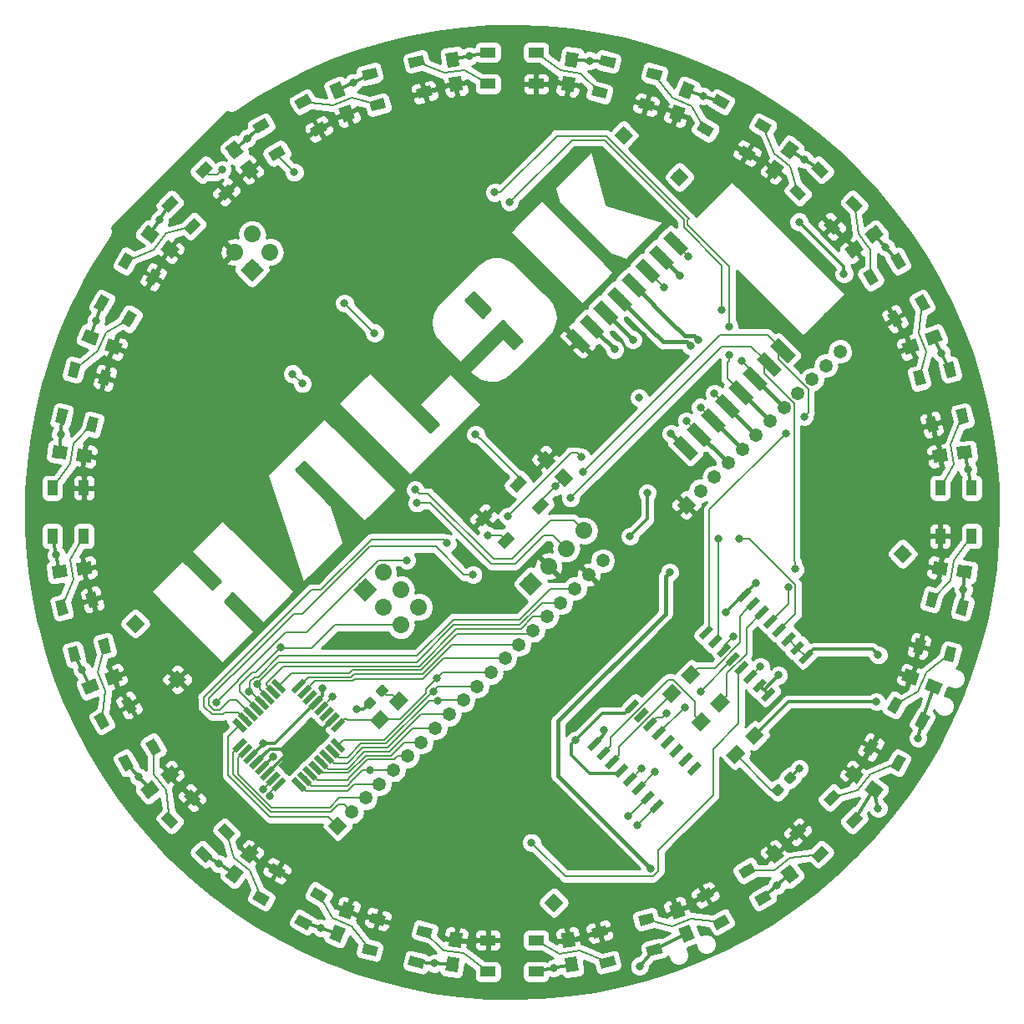
<source format=gtl>
G04 #@! TF.GenerationSoftware,KiCad,Pcbnew,(5.0.0)*
G04 #@! TF.CreationDate,2018-09-13T19:48:45+02:00*
G04 #@! TF.ProjectId,noname.kicad_pcb_45_grader,6E6F6E616D652E6B696361645F706362,rev?*
G04 #@! TF.SameCoordinates,PX5f5e100PY8f0d180*
G04 #@! TF.FileFunction,Copper,L1,Top,Signal*
G04 #@! TF.FilePolarity,Positive*
%FSLAX46Y46*%
G04 Gerber Fmt 4.6, Leading zero omitted, Abs format (unit mm)*
G04 Created by KiCad (PCBNEW (5.0.0)) date 09/13/18 19:48:45*
%MOMM*%
%LPD*%
G01*
G04 APERTURE LIST*
G04 #@! TA.AperFunction,SMDPad,CuDef*
%ADD10C,1.250000*%
G04 #@! TD*
G04 #@! TA.AperFunction,Conductor*
%ADD11C,0.100000*%
G04 #@! TD*
G04 #@! TA.AperFunction,SMDPad,CuDef*
%ADD12R,1.000000X1.500000*%
G04 #@! TD*
G04 #@! TA.AperFunction,SMDPad,CuDef*
%ADD13R,1.500000X1.000000*%
G04 #@! TD*
G04 #@! TA.AperFunction,SMDPad,CuDef*
%ADD14C,1.000000*%
G04 #@! TD*
G04 #@! TA.AperFunction,ComponentPad*
%ADD15C,1.350000*%
G04 #@! TD*
G04 #@! TA.AperFunction,Conductor*
%ADD16C,1.350000*%
G04 #@! TD*
G04 #@! TA.AperFunction,SMDPad,CuDef*
%ADD17C,0.950000*%
G04 #@! TD*
G04 #@! TA.AperFunction,SMDPad,CuDef*
%ADD18C,0.600000*%
G04 #@! TD*
G04 #@! TA.AperFunction,SMDPad,CuDef*
%ADD19C,1.100000*%
G04 #@! TD*
G04 #@! TA.AperFunction,SMDPad,CuDef*
%ADD20C,1.300000*%
G04 #@! TD*
G04 #@! TA.AperFunction,SMDPad,CuDef*
%ADD21C,0.550000*%
G04 #@! TD*
G04 #@! TA.AperFunction,ComponentPad*
%ADD22C,1.700000*%
G04 #@! TD*
G04 #@! TA.AperFunction,Conductor*
%ADD23C,1.700000*%
G04 #@! TD*
G04 #@! TA.AperFunction,ViaPad*
%ADD24C,0.800000*%
G04 #@! TD*
G04 #@! TA.AperFunction,Conductor*
%ADD25C,0.300000*%
G04 #@! TD*
G04 #@! TA.AperFunction,Conductor*
%ADD26C,0.400000*%
G04 #@! TD*
G04 #@! TA.AperFunction,Conductor*
%ADD27C,0.200000*%
G04 #@! TD*
G04 #@! TA.AperFunction,Conductor*
%ADD28C,0.254000*%
G04 #@! TD*
G04 #@! TA.AperFunction,NonConductor*
%ADD29C,0.254000*%
G04 #@! TD*
G04 APERTURE END LIST*
D10*
G04 #@! TO.P,C16,2*
G04 #@! TO.N,GND*
X79853312Y87236957D03*
D11*
G04 #@! TD*
G04 #@! TO.N,GND*
G04 #@! TO.C,C16*
G36*
X79892587Y86261466D02*
X78900895Y87022418D01*
X79814037Y88212448D01*
X80805729Y87451496D01*
X79892587Y86261466D01*
X79892587Y86261466D01*
G37*
D10*
G04 #@! TO.P,C16,1*
G04 #@! TO.N,+BATT*
X78331408Y85253573D03*
D11*
G04 #@! TD*
G04 #@! TO.N,+BATT*
G04 #@! TO.C,C16*
G36*
X78370683Y84278082D02*
X77378991Y85039034D01*
X78292133Y86229064D01*
X79283825Y85468112D01*
X78370683Y84278082D01*
X78370683Y84278082D01*
G37*
D10*
G04 #@! TO.P,C14,2*
G04 #@! TO.N,GND*
X57734932Y96398689D03*
D11*
G04 #@! TD*
G04 #@! TO.N,GND*
G04 #@! TO.C,C14*
G36*
X58256690Y95573526D02*
X57017384Y95736684D01*
X57213174Y97223852D01*
X58452480Y97060694D01*
X58256690Y95573526D01*
X58256690Y95573526D01*
G37*
D10*
G04 #@! TO.P,C14,1*
G04 #@! TO.N,+BATT*
X57408616Y93920077D03*
D11*
G04 #@! TD*
G04 #@! TO.N,+BATT*
G04 #@! TO.C,C14*
G36*
X57930374Y93094914D02*
X56691068Y93258072D01*
X56886858Y94745240D01*
X58126164Y94582082D01*
X57930374Y93094914D01*
X57930374Y93094914D01*
G37*
D10*
G04 #@! TO.P,C32,2*
G04 #@! TO.N,GND*
X5843773Y56581201D03*
D11*
G04 #@! TD*
G04 #@! TO.N,GND*
G04 #@! TO.C,C32*
G36*
X6668936Y57102959D02*
X6505778Y55863653D01*
X5018610Y56059443D01*
X5181768Y57298749D01*
X6668936Y57102959D01*
X6668936Y57102959D01*
G37*
D10*
G04 #@! TO.P,C32,1*
G04 #@! TO.N,+BATT*
X8322385Y56254885D03*
D11*
G04 #@! TD*
G04 #@! TO.N,+BATT*
G04 #@! TO.C,C32*
G36*
X9147548Y56776643D02*
X8984390Y55537337D01*
X7497222Y55733127D01*
X7660380Y56972433D01*
X9147548Y56776643D01*
X9147548Y56776643D01*
G37*
D10*
G04 #@! TO.P,C13,2*
G04 #@! TO.N,GND*
X45661259Y96398689D03*
D11*
G04 #@! TD*
G04 #@! TO.N,GND*
G04 #@! TO.C,C13*
G36*
X46378807Y95736684D02*
X45139501Y95573526D01*
X44943711Y97060694D01*
X46183017Y97223852D01*
X46378807Y95736684D01*
X46378807Y95736684D01*
G37*
D10*
G04 #@! TO.P,C13,1*
G04 #@! TO.N,+BATT*
X45987575Y93920077D03*
D11*
G04 #@! TD*
G04 #@! TO.N,+BATT*
G04 #@! TO.C,C13*
G36*
X46705123Y93258072D02*
X45465817Y93094914D01*
X45270027Y94582082D01*
X46509333Y94745240D01*
X46705123Y93258072D01*
X46705123Y93258072D01*
G37*
D10*
G04 #@! TO.P,C35,2*
G04 #@! TO.N,GND*
X23542880Y87236956D03*
D11*
G04 #@! TD*
G04 #@! TO.N,GND*
G04 #@! TO.C,C35*
G36*
X24495297Y87022417D02*
X23503605Y86261465D01*
X22590463Y87451495D01*
X23582155Y88212447D01*
X24495297Y87022417D01*
X24495297Y87022417D01*
G37*
D10*
G04 #@! TO.P,C35,1*
G04 #@! TO.N,+BATT*
X25064784Y85253572D03*
D11*
G04 #@! TD*
G04 #@! TO.N,+BATT*
G04 #@! TO.C,C35*
G36*
X26017201Y85039033D02*
X25025509Y84278081D01*
X24112367Y85468111D01*
X25104059Y86229063D01*
X26017201Y85039033D01*
X26017201Y85039033D01*
G37*
D10*
G04 #@! TO.P,C26,2*
G04 #@! TO.N,GND*
X45661261Y4690041D03*
D11*
G04 #@! TD*
G04 #@! TO.N,GND*
G04 #@! TO.C,C26*
G36*
X45139503Y5515204D02*
X46378809Y5352046D01*
X46183019Y3864878D01*
X44943713Y4028036D01*
X45139503Y5515204D01*
X45139503Y5515204D01*
G37*
D10*
G04 #@! TO.P,C26,1*
G04 #@! TO.N,+BATT*
X45987577Y7168653D03*
D11*
G04 #@! TD*
G04 #@! TO.N,+BATT*
G04 #@! TO.C,C26*
G36*
X45465819Y7993816D02*
X46705125Y7830658D01*
X46509335Y6343490D01*
X45270029Y6506648D01*
X45465819Y7993816D01*
X45465819Y7993816D01*
G37*
D10*
G04 #@! TO.P,C23,2*
G04 #@! TO.N,GND*
X79853313Y13851774D03*
D11*
G04 #@! TD*
G04 #@! TO.N,GND*
G04 #@! TO.C,C23*
G36*
X78900896Y14066313D02*
X79892588Y14827265D01*
X80805730Y13637235D01*
X79814038Y12876283D01*
X78900896Y14066313D01*
X78900896Y14066313D01*
G37*
D10*
G04 #@! TO.P,C23,1*
G04 #@! TO.N,+BATT*
X78331409Y15835158D03*
D11*
G04 #@! TD*
G04 #@! TO.N,+BATT*
G04 #@! TO.C,C23*
G36*
X77378992Y16049697D02*
X78370684Y16810649D01*
X79283826Y15620619D01*
X78292134Y14859667D01*
X77378992Y16049697D01*
X77378992Y16049697D01*
G37*
D10*
G04 #@! TO.P,C12,2*
G04 #@! TO.N,GND*
X33998988Y93273792D03*
D11*
G04 #@! TD*
G04 #@! TO.N,GND*
G04 #@! TO.C,C12*
G36*
X34863425Y92820059D02*
X33708576Y92341705D01*
X33134551Y93727525D01*
X34289400Y94205879D01*
X34863425Y92820059D01*
X34863425Y92820059D01*
G37*
D10*
G04 #@! TO.P,C12,1*
G04 #@! TO.N,+BATT*
X34955696Y90964094D03*
D11*
G04 #@! TD*
G04 #@! TO.N,+BATT*
G04 #@! TO.C,C12*
G36*
X35820133Y90510361D02*
X34665284Y90032007D01*
X34091259Y91417827D01*
X35246108Y91896181D01*
X35820133Y90510361D01*
X35820133Y90510361D01*
G37*
D10*
G04 #@! TO.P,C34,2*
G04 #@! TO.N,GND*
X15005505Y78699581D03*
D11*
G04 #@! TD*
G04 #@! TO.N,GND*
G04 #@! TO.C,C34*
G36*
X15980996Y78738856D02*
X15220044Y77747164D01*
X14030014Y78660306D01*
X14790966Y79651998D01*
X15980996Y78738856D01*
X15980996Y78738856D01*
G37*
D10*
G04 #@! TO.P,C34,1*
G04 #@! TO.N,+BATT*
X16988889Y77177677D03*
D11*
G04 #@! TD*
G04 #@! TO.N,+BATT*
G04 #@! TO.C,C34*
G36*
X17964380Y77216952D02*
X17203428Y76225260D01*
X16013398Y77138402D01*
X16774350Y78130094D01*
X17964380Y77216952D01*
X17964380Y77216952D01*
G37*
D10*
G04 #@! TO.P,C33,2*
G04 #@! TO.N,GND*
X8968669Y68243472D03*
D11*
G04 #@! TD*
G04 #@! TO.N,GND*
G04 #@! TO.C,C33*
G36*
X9900756Y68533884D02*
X9422402Y67379035D01*
X8036582Y67953060D01*
X8514936Y69107909D01*
X9900756Y68533884D01*
X9900756Y68533884D01*
G37*
D10*
G04 #@! TO.P,C33,1*
G04 #@! TO.N,+BATT*
X11278367Y67286764D03*
D11*
G04 #@! TD*
G04 #@! TO.N,+BATT*
G04 #@! TO.C,C33*
G36*
X12210454Y67577176D02*
X11732100Y66422327D01*
X10346280Y66996352D01*
X10824634Y68151201D01*
X12210454Y67577176D01*
X12210454Y67577176D01*
G37*
D10*
G04 #@! TO.P,C27,2*
G04 #@! TO.N,GND*
X33998989Y7814937D03*
D11*
G04 #@! TD*
G04 #@! TO.N,GND*
G04 #@! TO.C,C27*
G36*
X33708577Y8747024D02*
X34863426Y8268670D01*
X34289401Y6882850D01*
X33134552Y7361204D01*
X33708577Y8747024D01*
X33708577Y8747024D01*
G37*
D10*
G04 #@! TO.P,C27,1*
G04 #@! TO.N,+BATT*
X34955697Y10124635D03*
D11*
G04 #@! TD*
G04 #@! TO.N,+BATT*
G04 #@! TO.C,C27*
G36*
X34665285Y11056722D02*
X35820134Y10578368D01*
X35246109Y9192548D01*
X34091260Y9670902D01*
X34665285Y11056722D01*
X34665285Y11056722D01*
G37*
D10*
G04 #@! TO.P,C29,2*
G04 #@! TO.N,GND*
X15005505Y22389149D03*
D11*
G04 #@! TD*
G04 #@! TO.N,GND*
G04 #@! TO.C,C29*
G36*
X15220044Y23341566D02*
X15980996Y22349874D01*
X14790966Y21436732D01*
X14030014Y22428424D01*
X15220044Y23341566D01*
X15220044Y23341566D01*
G37*
D10*
G04 #@! TO.P,C29,1*
G04 #@! TO.N,+BATT*
X16988889Y23911053D03*
D11*
G04 #@! TD*
G04 #@! TO.N,+BATT*
G04 #@! TO.C,C29*
G36*
X17203428Y24863470D02*
X17964380Y23871778D01*
X16774350Y22958636D01*
X16013398Y23950328D01*
X17203428Y24863470D01*
X17203428Y24863470D01*
G37*
D10*
G04 #@! TO.P,C24,2*
G04 #@! TO.N,GND*
X69397205Y7814938D03*
D11*
G04 #@! TD*
G04 #@! TO.N,GND*
G04 #@! TO.C,C24*
G36*
X68532768Y8268671D02*
X69687617Y8747025D01*
X70261642Y7361205D01*
X69106793Y6882851D01*
X68532768Y8268671D01*
X68532768Y8268671D01*
G37*
D10*
G04 #@! TO.P,C24,1*
G04 #@! TO.N,+BATT*
X68440497Y10124636D03*
D11*
G04 #@! TD*
G04 #@! TO.N,+BATT*
G04 #@! TO.C,C24*
G36*
X67576060Y10578369D02*
X68730909Y11056723D01*
X69304934Y9670903D01*
X68150085Y9192549D01*
X67576060Y10578369D01*
X67576060Y10578369D01*
G37*
D10*
G04 #@! TO.P,C28,2*
G04 #@! TO.N,GND*
X23542881Y13851773D03*
D11*
G04 #@! TD*
G04 #@! TO.N,GND*
G04 #@! TO.C,C28*
G36*
X23503606Y14827264D02*
X24495298Y14066312D01*
X23582156Y12876282D01*
X22590464Y13637234D01*
X23503606Y14827264D01*
X23503606Y14827264D01*
G37*
D10*
G04 #@! TO.P,C28,1*
G04 #@! TO.N,+BATT*
X25064785Y15835157D03*
D11*
G04 #@! TD*
G04 #@! TO.N,+BATT*
G04 #@! TO.C,C28*
G36*
X25025510Y16810648D02*
X26017202Y16049696D01*
X25104060Y14859666D01*
X24112368Y15620618D01*
X25025510Y16810648D01*
X25025510Y16810648D01*
G37*
D10*
G04 #@! TO.P,C15,2*
G04 #@! TO.N,GND*
X69397204Y93273793D03*
D11*
G04 #@! TD*
G04 #@! TO.N,GND*
G04 #@! TO.C,C15*
G36*
X69687616Y92341706D02*
X68532767Y92820060D01*
X69106792Y94205880D01*
X70261641Y93727526D01*
X69687616Y92341706D01*
X69687616Y92341706D01*
G37*
D10*
G04 #@! TO.P,C15,1*
G04 #@! TO.N,+BATT*
X68440496Y90964095D03*
D11*
G04 #@! TD*
G04 #@! TO.N,+BATT*
G04 #@! TO.C,C15*
G36*
X68730908Y90032008D02*
X67576059Y90510362D01*
X68150084Y91896182D01*
X69304933Y91417828D01*
X68730908Y90032008D01*
X68730908Y90032008D01*
G37*
D10*
G04 #@! TO.P,C30,2*
G04 #@! TO.N,GND*
X8968670Y32845257D03*
D11*
G04 #@! TD*
G04 #@! TO.N,GND*
G04 #@! TO.C,C30*
G36*
X9422403Y33709694D02*
X9900757Y32554845D01*
X8514937Y31980820D01*
X8036583Y33135669D01*
X9422403Y33709694D01*
X9422403Y33709694D01*
G37*
D10*
G04 #@! TO.P,C30,1*
G04 #@! TO.N,+BATT*
X11278368Y33801965D03*
D11*
G04 #@! TD*
G04 #@! TO.N,+BATT*
G04 #@! TO.C,C30*
G36*
X11732101Y34666402D02*
X12210455Y33511553D01*
X10824635Y32937528D01*
X10346281Y34092377D01*
X11732101Y34666402D01*
X11732101Y34666402D01*
G37*
D10*
G04 #@! TO.P,C25,2*
G04 #@! TO.N,GND*
X57734934Y4690041D03*
D11*
G04 #@! TD*
G04 #@! TO.N,GND*
G04 #@! TO.C,C25*
G36*
X57017386Y5352046D02*
X58256692Y5515204D01*
X58452482Y4028036D01*
X57213176Y3864878D01*
X57017386Y5352046D01*
X57017386Y5352046D01*
G37*
D10*
G04 #@! TO.P,C25,1*
G04 #@! TO.N,+BATT*
X57408618Y7168653D03*
D11*
G04 #@! TD*
G04 #@! TO.N,+BATT*
G04 #@! TO.C,C25*
G36*
X56691070Y7830658D02*
X57930376Y7993816D01*
X58126166Y6506648D01*
X56886860Y6343490D01*
X56691070Y7830658D01*
X56691070Y7830658D01*
G37*
D10*
G04 #@! TO.P,C31,2*
G04 #@! TO.N,GND*
X5843773Y44507528D03*
D11*
G04 #@! TD*
G04 #@! TO.N,GND*
G04 #@! TO.C,C31*
G36*
X6505778Y45225076D02*
X6668936Y43985770D01*
X5181768Y43789980D01*
X5018610Y45029286D01*
X6505778Y45225076D01*
X6505778Y45225076D01*
G37*
D10*
G04 #@! TO.P,C31,1*
G04 #@! TO.N,+BATT*
X8322385Y44833844D03*
D11*
G04 #@! TD*
G04 #@! TO.N,+BATT*
G04 #@! TO.C,C31*
G36*
X8984390Y45551392D02*
X9147548Y44312086D01*
X7660380Y44116296D01*
X7497222Y45355602D01*
X8984390Y45551392D01*
X8984390Y45551392D01*
G37*
D12*
G04 #@! TO.P,D21,1*
G04 #@! TO.N,+BATT*
X8298097Y52994365D03*
G04 #@! TO.P,D21,2*
G04 #@! TO.N,Net-(D21-Pad2)*
X5098097Y52994365D03*
G04 #@! TO.P,D21,4*
G04 #@! TO.N,Net-(D20-Pad2)*
X8298097Y48094365D03*
G04 #@! TO.P,D21,3*
G04 #@! TO.N,GND*
X5098097Y48094365D03*
G04 #@! TD*
D13*
G04 #@! TO.P,D3,1*
G04 #@! TO.N,+BATT*
X54148097Y93944365D03*
G04 #@! TO.P,D3,2*
G04 #@! TO.N,Net-(D3-Pad2)*
X54148097Y97144365D03*
G04 #@! TO.P,D3,4*
G04 #@! TO.N,Net-(D2-Pad2)*
X49248097Y93944365D03*
G04 #@! TO.P,D3,3*
G04 #@! TO.N,GND*
X49248097Y97144365D03*
G04 #@! TD*
D14*
G04 #@! TO.P,D25,1*
G04 #@! TO.N,+BATT*
X48834315Y49943324D03*
D11*
G04 #@! TD*
G04 #@! TO.N,+BATT*
G04 #@! TO.C,D25*
G36*
X48657538Y49059441D02*
X47950432Y49766547D01*
X49011092Y50827207D01*
X49718198Y50120101D01*
X48657538Y49059441D01*
X48657538Y49059441D01*
G37*
D14*
G04 #@! TO.P,D25,2*
G04 #@! TO.N,Net-(D25-Pad2)*
X51097056Y47680583D03*
D11*
G04 #@! TD*
G04 #@! TO.N,Net-(D25-Pad2)*
G04 #@! TO.C,D25*
G36*
X50920279Y46796700D02*
X50213173Y47503806D01*
X51273833Y48564466D01*
X51980939Y47857360D01*
X50920279Y46796700D01*
X50920279Y46796700D01*
G37*
D14*
G04 #@! TO.P,D25,4*
G04 #@! TO.N,Net-(D24-Pad2)*
X52299138Y53408147D03*
D11*
G04 #@! TD*
G04 #@! TO.N,Net-(D24-Pad2)*
G04 #@! TO.C,D25*
G36*
X52122361Y52524264D02*
X51415255Y53231370D01*
X52475915Y54292030D01*
X53183021Y53584924D01*
X52122361Y52524264D01*
X52122361Y52524264D01*
G37*
D14*
G04 #@! TO.P,D25,3*
G04 #@! TO.N,GND*
X54561879Y51145406D03*
D11*
G04 #@! TD*
G04 #@! TO.N,GND*
G04 #@! TO.C,D25*
G36*
X54385102Y50261523D02*
X53677996Y50968629D01*
X54738656Y52029289D01*
X55445762Y51322183D01*
X54385102Y50261523D01*
X54385102Y50261523D01*
G37*
D14*
G04 #@! TO.P,D24,1*
G04 #@! TO.N,+BATT*
X22742073Y82965211D03*
D11*
G04 #@! TD*
G04 #@! TO.N,+BATT*
G04 #@! TO.C,D24*
G36*
X22918850Y83849094D02*
X23625956Y83141988D01*
X22565296Y82081328D01*
X21858190Y82788434D01*
X22918850Y83849094D01*
X22918850Y83849094D01*
G37*
D14*
G04 #@! TO.P,D24,2*
G04 #@! TO.N,Net-(D24-Pad2)*
X20479332Y85227952D03*
D11*
G04 #@! TD*
G04 #@! TO.N,Net-(D24-Pad2)*
G04 #@! TO.C,D24*
G36*
X20656109Y86111835D02*
X21363215Y85404729D01*
X20302555Y84344069D01*
X19595449Y85051175D01*
X20656109Y86111835D01*
X20656109Y86111835D01*
G37*
D14*
G04 #@! TO.P,D24,4*
G04 #@! TO.N,Net-(D23-Pad2)*
X19277250Y79500388D03*
D11*
G04 #@! TD*
G04 #@! TO.N,Net-(D23-Pad2)*
G04 #@! TO.C,D24*
G36*
X19454027Y80384271D02*
X20161133Y79677165D01*
X19100473Y78616505D01*
X18393367Y79323611D01*
X19454027Y80384271D01*
X19454027Y80384271D01*
G37*
D14*
G04 #@! TO.P,D24,3*
G04 #@! TO.N,GND*
X17014509Y81763129D03*
D11*
G04 #@! TD*
G04 #@! TO.N,GND*
G04 #@! TO.C,D24*
G36*
X17191286Y82647012D02*
X17898392Y81939906D01*
X16837732Y80879246D01*
X16130626Y81586352D01*
X17191286Y82647012D01*
X17191286Y82647012D01*
G37*
D10*
G04 #@! TO.P,C21,2*
G04 #@! TO.N,GND*
X94427524Y32845258D03*
D11*
G04 #@! TD*
G04 #@! TO.N,GND*
G04 #@! TO.C,C21*
G36*
X93495437Y32554846D02*
X93973791Y33709695D01*
X95359611Y33135670D01*
X94881257Y31980821D01*
X93495437Y32554846D01*
X93495437Y32554846D01*
G37*
D10*
G04 #@! TO.P,C21,1*
G04 #@! TO.N,+BATT*
X92117826Y33801966D03*
D11*
G04 #@! TD*
G04 #@! TO.N,+BATT*
G04 #@! TO.C,C21*
G36*
X91185739Y33511554D02*
X91664093Y34666403D01*
X93049913Y34092378D01*
X92571559Y32937529D01*
X91185739Y33511554D01*
X91185739Y33511554D01*
G37*
D14*
G04 #@! TO.P,D2,1*
G04 #@! TO.N,+BATT*
X42831869Y93099652D03*
D11*
G04 #@! TD*
G04 #@! TO.N,+BATT*
G04 #@! TO.C,D2*
G36*
X43426904Y93776729D02*
X43685723Y92810803D01*
X42236834Y92422575D01*
X41978015Y93388501D01*
X43426904Y93776729D01*
X43426904Y93776729D01*
G37*
D14*
G04 #@! TO.P,D2,2*
G04 #@! TO.N,Net-(D2-Pad2)*
X42003648Y96190615D03*
D11*
G04 #@! TD*
G04 #@! TO.N,Net-(D2-Pad2)*
G04 #@! TO.C,D2*
G36*
X42598683Y96867692D02*
X42857502Y95901766D01*
X41408613Y95513538D01*
X41149794Y96479464D01*
X42598683Y96867692D01*
X42598683Y96867692D01*
G37*
D14*
G04 #@! TO.P,D2,4*
G04 #@! TO.N,Net-(D1-Pad2)*
X38098832Y91831439D03*
D11*
G04 #@! TD*
G04 #@! TO.N,Net-(D1-Pad2)*
G04 #@! TO.C,D2*
G36*
X38693867Y92508516D02*
X38952686Y91542590D01*
X37503797Y91154362D01*
X37244978Y92120288D01*
X38693867Y92508516D01*
X38693867Y92508516D01*
G37*
D14*
G04 #@! TO.P,D2,3*
G04 #@! TO.N,GND*
X37270611Y94922402D03*
D11*
G04 #@! TD*
G04 #@! TO.N,GND*
G04 #@! TO.C,D2*
G36*
X37865646Y95599479D02*
X38124465Y94633553D01*
X36675576Y94245325D01*
X36416757Y95211251D01*
X37865646Y95599479D01*
X37865646Y95599479D01*
G37*
D14*
G04 #@! TO.P,D1,1*
G04 #@! TO.N,+BATT*
X32119859Y89354867D03*
D11*
G04 #@! TD*
G04 #@! TO.N,+BATT*
G04 #@! TO.C,D1*
G36*
X32519378Y90162880D02*
X33019378Y89296854D01*
X31720340Y88546854D01*
X31220340Y89412880D01*
X32519378Y90162880D01*
X32519378Y90162880D01*
G37*
D14*
G04 #@! TO.P,D1,2*
G04 #@! TO.N,Net-(D1-Pad2)*
X30519859Y92126149D03*
D11*
G04 #@! TD*
G04 #@! TO.N,Net-(D1-Pad2)*
G04 #@! TO.C,D1*
G36*
X30919378Y92934162D02*
X31419378Y92068136D01*
X30120340Y91318136D01*
X29620340Y92184162D01*
X30919378Y92934162D01*
X30919378Y92934162D01*
G37*
D14*
G04 #@! TO.P,D1,4*
G04 #@! TO.N,WS2812B_Din*
X27876335Y86904867D03*
D11*
G04 #@! TD*
G04 #@! TO.N,WS2812B_Din*
G04 #@! TO.C,D1*
G36*
X28275854Y87712880D02*
X28775854Y86846854D01*
X27476816Y86096854D01*
X26976816Y86962880D01*
X28275854Y87712880D01*
X28275854Y87712880D01*
G37*
D14*
G04 #@! TO.P,D1,3*
G04 #@! TO.N,GND*
X26276335Y89676149D03*
D11*
G04 #@! TD*
G04 #@! TO.N,GND*
G04 #@! TO.C,D1*
G36*
X26675854Y90484162D02*
X27175854Y89618136D01*
X25876816Y88868136D01*
X25376816Y89734162D01*
X26675854Y90484162D01*
X26675854Y90484162D01*
G37*
D14*
G04 #@! TO.P,D4,1*
G04 #@! TO.N,+BATT*
X65297361Y91831439D03*
D11*
G04 #@! TD*
G04 #@! TO.N,+BATT*
G04 #@! TO.C,D4*
G36*
X66151215Y92120288D02*
X65892396Y91154362D01*
X64443507Y91542590D01*
X64702326Y92508516D01*
X66151215Y92120288D01*
X66151215Y92120288D01*
G37*
D14*
G04 #@! TO.P,D4,2*
G04 #@! TO.N,Net-(D4-Pad2)*
X66125582Y94922402D03*
D11*
G04 #@! TD*
G04 #@! TO.N,Net-(D4-Pad2)*
G04 #@! TO.C,D4*
G36*
X66979436Y95211251D02*
X66720617Y94245325D01*
X65271728Y94633553D01*
X65530547Y95599479D01*
X66979436Y95211251D01*
X66979436Y95211251D01*
G37*
D14*
G04 #@! TO.P,D4,4*
G04 #@! TO.N,Net-(D3-Pad2)*
X60564324Y93099652D03*
D11*
G04 #@! TD*
G04 #@! TO.N,Net-(D3-Pad2)*
G04 #@! TO.C,D4*
G36*
X61418178Y93388501D02*
X61159359Y92422575D01*
X59710470Y92810803D01*
X59969289Y93776729D01*
X61418178Y93388501D01*
X61418178Y93388501D01*
G37*
D14*
G04 #@! TO.P,D4,3*
G04 #@! TO.N,GND*
X61392545Y96190615D03*
D11*
G04 #@! TD*
G04 #@! TO.N,GND*
G04 #@! TO.C,D4*
G36*
X62246399Y96479464D02*
X61987580Y95513538D01*
X60538691Y95901766D01*
X60797510Y96867692D01*
X62246399Y96479464D01*
X62246399Y96479464D01*
G37*
D10*
G04 #@! TO.P,C20,2*
G04 #@! TO.N,GND*
X97552420Y44507529D03*
D11*
G04 #@! TD*
G04 #@! TO.N,GND*
G04 #@! TO.C,C20*
G36*
X96727257Y43985771D02*
X96890415Y45225077D01*
X98377583Y45029287D01*
X98214425Y43789981D01*
X96727257Y43985771D01*
X96727257Y43985771D01*
G37*
D10*
G04 #@! TO.P,C20,1*
G04 #@! TO.N,+BATT*
X95073808Y44833845D03*
D11*
G04 #@! TD*
G04 #@! TO.N,+BATT*
G04 #@! TO.C,C20*
G36*
X94248645Y44312087D02*
X94411803Y45551393D01*
X95898971Y45355603D01*
X95735813Y44116297D01*
X94248645Y44312087D01*
X94248645Y44312087D01*
G37*
D14*
G04 #@! TO.P,D19,1*
G04 #@! TO.N,+BATT*
X12887595Y30966127D03*
D11*
G04 #@! TD*
G04 #@! TO.N,+BATT*
G04 #@! TO.C,D19*
G36*
X12079582Y31365646D02*
X12945608Y31865646D01*
X13695608Y30566608D01*
X12829582Y30066608D01*
X12079582Y31365646D01*
X12079582Y31365646D01*
G37*
D14*
G04 #@! TO.P,D19,2*
G04 #@! TO.N,Net-(D19-Pad2)*
X10116313Y29366127D03*
D11*
G04 #@! TD*
G04 #@! TO.N,Net-(D19-Pad2)*
G04 #@! TO.C,D19*
G36*
X9308300Y29765646D02*
X10174326Y30265646D01*
X10924326Y28966608D01*
X10058300Y28466608D01*
X9308300Y29765646D01*
X9308300Y29765646D01*
G37*
D14*
G04 #@! TO.P,D19,4*
G04 #@! TO.N,Net-(D18-Pad2)*
X15337595Y26722603D03*
D11*
G04 #@! TD*
G04 #@! TO.N,Net-(D18-Pad2)*
G04 #@! TO.C,D19*
G36*
X14529582Y27122122D02*
X15395608Y27622122D01*
X16145608Y26323084D01*
X15279582Y25823084D01*
X14529582Y27122122D01*
X14529582Y27122122D01*
G37*
D14*
G04 #@! TO.P,D19,3*
G04 #@! TO.N,GND*
X12566313Y25122603D03*
D11*
G04 #@! TD*
G04 #@! TO.N,GND*
G04 #@! TO.C,D19*
G36*
X11758300Y25522122D02*
X12624326Y26022122D01*
X13374326Y24723084D01*
X12508300Y24223084D01*
X11758300Y25522122D01*
X11758300Y25522122D01*
G37*
D14*
G04 #@! TO.P,D22,1*
G04 #@! TO.N,+BATT*
X10411022Y64143630D03*
D11*
G04 #@! TD*
G04 #@! TO.N,+BATT*
G04 #@! TO.C,D22*
G36*
X10122173Y64997484D02*
X11088099Y64738665D01*
X10699871Y63289776D01*
X9733945Y63548595D01*
X10122173Y64997484D01*
X10122173Y64997484D01*
G37*
D14*
G04 #@! TO.P,D22,2*
G04 #@! TO.N,Net-(D22-Pad2)*
X7320059Y64971851D03*
D11*
G04 #@! TD*
G04 #@! TO.N,Net-(D22-Pad2)*
G04 #@! TO.C,D22*
G36*
X7031210Y65825705D02*
X7997136Y65566886D01*
X7608908Y64117997D01*
X6642982Y64376816D01*
X7031210Y65825705D01*
X7031210Y65825705D01*
G37*
D14*
G04 #@! TO.P,D22,4*
G04 #@! TO.N,Net-(D21-Pad2)*
X9142809Y59410593D03*
D11*
G04 #@! TD*
G04 #@! TO.N,Net-(D21-Pad2)*
G04 #@! TO.C,D22*
G36*
X8853960Y60264447D02*
X9819886Y60005628D01*
X9431658Y58556739D01*
X8465732Y58815558D01*
X8853960Y60264447D01*
X8853960Y60264447D01*
G37*
D14*
G04 #@! TO.P,D22,3*
G04 #@! TO.N,GND*
X6051846Y60238814D03*
D11*
G04 #@! TD*
G04 #@! TO.N,GND*
G04 #@! TO.C,D22*
G36*
X5762997Y61092668D02*
X6728923Y60833849D01*
X6340695Y59384960D01*
X5374769Y59643779D01*
X5762997Y61092668D01*
X5762997Y61092668D01*
G37*
D10*
G04 #@! TO.P,C19,2*
G04 #@! TO.N,GND*
X97552420Y56581202D03*
D11*
G04 #@! TD*
G04 #@! TO.N,GND*
G04 #@! TO.C,C19*
G36*
X96890415Y55863654D02*
X96727257Y57102960D01*
X98214425Y57298750D01*
X98377583Y56059444D01*
X96890415Y55863654D01*
X96890415Y55863654D01*
G37*
D10*
G04 #@! TO.P,C19,1*
G04 #@! TO.N,+BATT*
X95073808Y56254886D03*
D11*
G04 #@! TD*
G04 #@! TO.N,+BATT*
G04 #@! TO.C,C19*
G36*
X94411803Y55537338D02*
X94248645Y56776644D01*
X95735813Y56972434D01*
X95898971Y55733128D01*
X94411803Y55537338D01*
X94411803Y55537338D01*
G37*
D10*
G04 #@! TO.P,C22,2*
G04 #@! TO.N,GND*
X88390689Y22389150D03*
D11*
G04 #@! TD*
G04 #@! TO.N,GND*
G04 #@! TO.C,C22*
G36*
X87415198Y22349875D02*
X88176150Y23341567D01*
X89366180Y22428425D01*
X88605228Y21436733D01*
X87415198Y22349875D01*
X87415198Y22349875D01*
G37*
D10*
G04 #@! TO.P,C22,1*
G04 #@! TO.N,+BATT*
X86407305Y23911054D03*
D11*
G04 #@! TD*
G04 #@! TO.N,+BATT*
G04 #@! TO.C,C22*
G36*
X85431814Y23871779D02*
X86192766Y24863471D01*
X87382796Y23950329D01*
X86621844Y22958637D01*
X85431814Y23871779D01*
X85431814Y23871779D01*
G37*
D10*
G04 #@! TO.P,C18,2*
G04 #@! TO.N,GND*
X94427523Y68243473D03*
D11*
G04 #@! TD*
G04 #@! TO.N,GND*
G04 #@! TO.C,C18*
G36*
X93973790Y67379036D02*
X93495436Y68533885D01*
X94881256Y69107910D01*
X95359610Y67953061D01*
X93973790Y67379036D01*
X93973790Y67379036D01*
G37*
D10*
G04 #@! TO.P,C18,1*
G04 #@! TO.N,+BATT*
X92117825Y67286765D03*
D11*
G04 #@! TD*
G04 #@! TO.N,+BATT*
G04 #@! TO.C,C18*
G36*
X91664092Y66422328D02*
X91185738Y67577177D01*
X92571558Y68151202D01*
X93049912Y66996353D01*
X91664092Y66422328D01*
X91664092Y66422328D01*
G37*
D14*
G04 #@! TO.P,D5,1*
G04 #@! TO.N,+BATT*
X75519858Y86904867D03*
D11*
G04 #@! TD*
G04 #@! TO.N,+BATT*
G04 #@! TO.C,D5*
G36*
X76419377Y86962880D02*
X75919377Y86096854D01*
X74620339Y86846854D01*
X75120339Y87712880D01*
X76419377Y86962880D01*
X76419377Y86962880D01*
G37*
D14*
G04 #@! TO.P,D5,2*
G04 #@! TO.N,Net-(D5-Pad2)*
X77119858Y89676149D03*
D11*
G04 #@! TD*
G04 #@! TO.N,Net-(D5-Pad2)*
G04 #@! TO.C,D5*
G36*
X78019377Y89734162D02*
X77519377Y88868136D01*
X76220339Y89618136D01*
X76720339Y90484162D01*
X78019377Y89734162D01*
X78019377Y89734162D01*
G37*
D14*
G04 #@! TO.P,D5,4*
G04 #@! TO.N,Net-(D4-Pad2)*
X71276334Y89354867D03*
D11*
G04 #@! TD*
G04 #@! TO.N,Net-(D4-Pad2)*
G04 #@! TO.C,D5*
G36*
X72175853Y89412880D02*
X71675853Y88546854D01*
X70376815Y89296854D01*
X70876815Y90162880D01*
X72175853Y89412880D01*
X72175853Y89412880D01*
G37*
D14*
G04 #@! TO.P,D5,3*
G04 #@! TO.N,GND*
X72876334Y92126149D03*
D11*
G04 #@! TD*
G04 #@! TO.N,GND*
G04 #@! TO.C,D5*
G36*
X73775853Y92184162D02*
X73275853Y91318136D01*
X71976815Y92068136D01*
X72476815Y92934162D01*
X73775853Y92184162D01*
X73775853Y92184162D01*
G37*
D14*
G04 #@! TO.P,D20,1*
G04 #@! TO.N,+BATT*
X9142809Y41678137D03*
D11*
G04 #@! TD*
G04 #@! TO.N,+BATT*
G04 #@! TO.C,D20*
G36*
X8465732Y42273172D02*
X9431658Y42531991D01*
X9819886Y41083102D01*
X8853960Y40824283D01*
X8465732Y42273172D01*
X8465732Y42273172D01*
G37*
D14*
G04 #@! TO.P,D20,2*
G04 #@! TO.N,Net-(D20-Pad2)*
X6051846Y40849916D03*
D11*
G04 #@! TD*
G04 #@! TO.N,Net-(D20-Pad2)*
G04 #@! TO.C,D20*
G36*
X5374769Y41444951D02*
X6340695Y41703770D01*
X6728923Y40254881D01*
X5762997Y39996062D01*
X5374769Y41444951D01*
X5374769Y41444951D01*
G37*
D14*
G04 #@! TO.P,D20,4*
G04 #@! TO.N,Net-(D19-Pad2)*
X10411022Y36945100D03*
D11*
G04 #@! TD*
G04 #@! TO.N,Net-(D19-Pad2)*
G04 #@! TO.C,D20*
G36*
X9733945Y37540135D02*
X10699871Y37798954D01*
X11088099Y36350065D01*
X10122173Y36091246D01*
X9733945Y37540135D01*
X9733945Y37540135D01*
G37*
D14*
G04 #@! TO.P,D20,3*
G04 #@! TO.N,GND*
X7320059Y36116879D03*
D11*
G04 #@! TD*
G04 #@! TO.N,GND*
G04 #@! TO.C,D20*
G36*
X6642982Y36711914D02*
X7608908Y36970733D01*
X7997136Y35521844D01*
X7031210Y35263025D01*
X6642982Y36711914D01*
X6642982Y36711914D01*
G37*
D14*
G04 #@! TO.P,D6,1*
G04 #@! TO.N,+BATT*
X84118943Y79500388D03*
D11*
G04 #@! TD*
G04 #@! TO.N,+BATT*
G04 #@! TO.C,D6*
G36*
X85002826Y79323611D02*
X84295720Y78616505D01*
X83235060Y79677165D01*
X83942166Y80384271D01*
X85002826Y79323611D01*
X85002826Y79323611D01*
G37*
D14*
G04 #@! TO.P,D6,2*
G04 #@! TO.N,Net-(D6-Pad2)*
X86381684Y81763129D03*
D11*
G04 #@! TD*
G04 #@! TO.N,Net-(D6-Pad2)*
G04 #@! TO.C,D6*
G36*
X87265567Y81586352D02*
X86558461Y80879246D01*
X85497801Y81939906D01*
X86204907Y82647012D01*
X87265567Y81586352D01*
X87265567Y81586352D01*
G37*
D14*
G04 #@! TO.P,D6,4*
G04 #@! TO.N,Net-(D5-Pad2)*
X80654120Y82965211D03*
D11*
G04 #@! TD*
G04 #@! TO.N,Net-(D5-Pad2)*
G04 #@! TO.C,D6*
G36*
X81538003Y82788434D02*
X80830897Y82081328D01*
X79770237Y83141988D01*
X80477343Y83849094D01*
X81538003Y82788434D01*
X81538003Y82788434D01*
G37*
D14*
G04 #@! TO.P,D6,3*
G04 #@! TO.N,GND*
X82916861Y85227952D03*
D11*
G04 #@! TD*
G04 #@! TO.N,GND*
G04 #@! TO.C,D6*
G36*
X83800744Y85051175D02*
X83093638Y84344069D01*
X82032978Y85404729D01*
X82740084Y86111835D01*
X83800744Y85051175D01*
X83800744Y85051175D01*
G37*
D14*
G04 #@! TO.P,D23,1*
G04 #@! TO.N,+BATT*
X15337595Y74366127D03*
D11*
G04 #@! TD*
G04 #@! TO.N,+BATT*
G04 #@! TO.C,D23*
G36*
X15279582Y75265646D02*
X16145608Y74765646D01*
X15395608Y73466608D01*
X14529582Y73966608D01*
X15279582Y75265646D01*
X15279582Y75265646D01*
G37*
D14*
G04 #@! TO.P,D23,2*
G04 #@! TO.N,Net-(D23-Pad2)*
X12566313Y75966127D03*
D11*
G04 #@! TD*
G04 #@! TO.N,Net-(D23-Pad2)*
G04 #@! TO.C,D23*
G36*
X12508300Y76865646D02*
X13374326Y76365646D01*
X12624326Y75066608D01*
X11758300Y75566608D01*
X12508300Y76865646D01*
X12508300Y76865646D01*
G37*
D14*
G04 #@! TO.P,D23,4*
G04 #@! TO.N,Net-(D22-Pad2)*
X12887595Y70122603D03*
D11*
G04 #@! TD*
G04 #@! TO.N,Net-(D22-Pad2)*
G04 #@! TO.C,D23*
G36*
X12829582Y71022122D02*
X13695608Y70522122D01*
X12945608Y69223084D01*
X12079582Y69723084D01*
X12829582Y71022122D01*
X12829582Y71022122D01*
G37*
D14*
G04 #@! TO.P,D23,3*
G04 #@! TO.N,GND*
X10116313Y71722603D03*
D11*
G04 #@! TD*
G04 #@! TO.N,GND*
G04 #@! TO.C,D23*
G36*
X10058300Y72622122D02*
X10924326Y72122122D01*
X10174326Y70823084D01*
X9308300Y71323084D01*
X10058300Y72622122D01*
X10058300Y72622122D01*
G37*
D15*
G04 #@! TO.P,J14,1*
G04 #@! TO.N,GND*
X91296076Y46301724D03*
D11*
G04 #@! TD*
G04 #@! TO.N,GND*
G04 #@! TO.C,J14*
G36*
X91296076Y45347130D02*
X90341482Y46301724D01*
X91296076Y47256318D01*
X92250670Y46301724D01*
X91296076Y45347130D01*
X91296076Y45347130D01*
G37*
D15*
G04 #@! TO.P,J13,1*
G04 #@! TO.N,GND*
X55940737Y10946385D03*
D11*
G04 #@! TD*
G04 #@! TO.N,GND*
G04 #@! TO.C,J13*
G36*
X55940737Y9991791D02*
X54986143Y10946385D01*
X55940737Y11900979D01*
X56895331Y10946385D01*
X55940737Y9991791D01*
X55940737Y9991791D01*
G37*
D15*
G04 #@! TO.P,J4,1*
G04 #@! TO.N,WS2812B_Dout*
X68668659Y84485491D03*
D11*
G04 #@! TD*
G04 #@! TO.N,WS2812B_Dout*
G04 #@! TO.C,J4*
G36*
X68668659Y83530897D02*
X67714065Y84485491D01*
X68668659Y85440085D01*
X69623253Y84485491D01*
X68668659Y83530897D01*
X68668659Y83530897D01*
G37*
D15*
G04 #@! TO.P,J16,12*
G04 #@! TO.N,ESP_ADC*
X84932115Y66807821D03*
D16*
G04 #@! TD*
G04 #@! TO.N,ESP_ADC*
G04 #@! TO.C,J16*
X84932115Y66807821D02*
X84932115Y66807821D01*
D15*
G04 #@! TO.P,J16,11*
G04 #@! TO.N,ESP_16*
X83517902Y65393608D03*
D16*
G04 #@! TD*
G04 #@! TO.N,ESP_16*
G04 #@! TO.C,J16*
X83517902Y65393608D02*
X83517902Y65393608D01*
D15*
G04 #@! TO.P,J16,10*
G04 #@! TO.N,ESP_14*
X82103688Y63979394D03*
D16*
G04 #@! TD*
G04 #@! TO.N,ESP_14*
G04 #@! TO.C,J16*
X82103688Y63979394D02*
X82103688Y63979394D01*
D15*
G04 #@! TO.P,J16,9*
G04 #@! TO.N,GND*
X80689474Y62565180D03*
D16*
G04 #@! TD*
G04 #@! TO.N,GND*
G04 #@! TO.C,J16*
X80689474Y62565180D02*
X80689474Y62565180D01*
D15*
G04 #@! TO.P,J16,8*
G04 #@! TO.N,ESP_5_SCL*
X79275261Y61150967D03*
D16*
G04 #@! TD*
G04 #@! TO.N,ESP_5_SCL*
G04 #@! TO.C,J16*
X79275261Y61150967D02*
X79275261Y61150967D01*
D15*
G04 #@! TO.P,J16,7*
G04 #@! TO.N,ESP_4_SDA*
X77861047Y59736753D03*
D16*
G04 #@! TD*
G04 #@! TO.N,ESP_4_SDA*
G04 #@! TO.C,J16*
X77861047Y59736753D02*
X77861047Y59736753D01*
D15*
G04 #@! TO.P,J16,6*
G04 #@! TO.N,ESP_0*
X76446834Y58322540D03*
D16*
G04 #@! TD*
G04 #@! TO.N,ESP_0*
G04 #@! TO.C,J16*
X76446834Y58322540D02*
X76446834Y58322540D01*
D15*
G04 #@! TO.P,J16,5*
G04 #@! TO.N,ESP_2*
X75032620Y56908326D03*
D16*
G04 #@! TD*
G04 #@! TO.N,ESP_2*
G04 #@! TO.C,J16*
X75032620Y56908326D02*
X75032620Y56908326D01*
D15*
G04 #@! TO.P,J16,4*
G04 #@! TO.N,ESP_15*
X73618407Y55494113D03*
D16*
G04 #@! TD*
G04 #@! TO.N,ESP_15*
G04 #@! TO.C,J16*
X73618407Y55494113D02*
X73618407Y55494113D01*
D15*
G04 #@! TO.P,J16,3*
G04 #@! TO.N,ESP_12*
X72204193Y54079899D03*
D16*
G04 #@! TD*
G04 #@! TO.N,ESP_12*
G04 #@! TO.C,J16*
X72204193Y54079899D02*
X72204193Y54079899D01*
D15*
G04 #@! TO.P,J16,2*
G04 #@! TO.N,ESP_13*
X70789980Y52665686D03*
D16*
G04 #@! TD*
G04 #@! TO.N,ESP_13*
G04 #@! TO.C,J16*
X70789980Y52665686D02*
X70789980Y52665686D01*
D15*
G04 #@! TO.P,J16,1*
G04 #@! TO.N,+BATT*
X69375766Y51251472D03*
D11*
G04 #@! TD*
G04 #@! TO.N,+BATT*
G04 #@! TO.C,J16*
G36*
X70330360Y51251472D02*
X69375766Y50296878D01*
X68421172Y51251472D01*
X69375766Y52206066D01*
X70330360Y51251472D01*
X70330360Y51251472D01*
G37*
D15*
G04 #@! TO.P,J3,1*
G04 #@! TO.N,GND*
X63011805Y88728131D03*
D11*
G04 #@! TD*
G04 #@! TO.N,GND*
G04 #@! TO.C,J3*
G36*
X63011805Y87773537D02*
X62057211Y88728131D01*
X63011805Y89682725D01*
X63966399Y88728131D01*
X63011805Y87773537D01*
X63011805Y87773537D01*
G37*
D15*
G04 #@! TO.P,J15,20*
G04 #@! TO.N,GND*
X60890485Y45594618D03*
D16*
G04 #@! TD*
G04 #@! TO.N,GND*
G04 #@! TO.C,J15*
X60890485Y45594618D02*
X60890485Y45594618D01*
D15*
G04 #@! TO.P,J15,19*
G04 #@! TO.N,+BATT*
X59476271Y44180404D03*
D16*
G04 #@! TD*
G04 #@! TO.N,+BATT*
G04 #@! TO.C,J15*
X59476271Y44180404D02*
X59476271Y44180404D01*
D15*
G04 #@! TO.P,J15,18*
G04 #@! TO.N,ATMEGA_A5_SCL*
X58062058Y42766191D03*
D16*
G04 #@! TD*
G04 #@! TO.N,ATMEGA_A5_SCL*
G04 #@! TO.C,J15*
X58062058Y42766191D02*
X58062058Y42766191D01*
D15*
G04 #@! TO.P,J15,17*
G04 #@! TO.N,ATMEGA_A4_SDA*
X56647844Y41351977D03*
D16*
G04 #@! TD*
G04 #@! TO.N,ATMEGA_A4_SDA*
G04 #@! TO.C,J15*
X56647844Y41351977D02*
X56647844Y41351977D01*
D15*
G04 #@! TO.P,J15,16*
G04 #@! TO.N,ATMEGA_A3*
X55233630Y39937763D03*
D16*
G04 #@! TD*
G04 #@! TO.N,ATMEGA_A3*
G04 #@! TO.C,J15*
X55233630Y39937763D02*
X55233630Y39937763D01*
D15*
G04 #@! TO.P,J15,15*
G04 #@! TO.N,ATMEGA_A2*
X53819417Y38523550D03*
D16*
G04 #@! TD*
G04 #@! TO.N,ATMEGA_A2*
G04 #@! TO.C,J15*
X53819417Y38523550D02*
X53819417Y38523550D01*
D15*
G04 #@! TO.P,J15,14*
G04 #@! TO.N,ATMEGA_A1*
X52405203Y37109336D03*
D16*
G04 #@! TD*
G04 #@! TO.N,ATMEGA_A1*
G04 #@! TO.C,J15*
X52405203Y37109336D02*
X52405203Y37109336D01*
D15*
G04 #@! TO.P,J15,13*
G04 #@! TO.N,ATMEGA_A0*
X50990990Y35695123D03*
D16*
G04 #@! TD*
G04 #@! TO.N,ATMEGA_A0*
G04 #@! TO.C,J15*
X50990990Y35695123D02*
X50990990Y35695123D01*
D15*
G04 #@! TO.P,J15,12*
G04 #@! TO.N,ATMEGA_13*
X49576776Y34280909D03*
D16*
G04 #@! TD*
G04 #@! TO.N,ATMEGA_13*
G04 #@! TO.C,J15*
X49576776Y34280909D02*
X49576776Y34280909D01*
D15*
G04 #@! TO.P,J15,11*
G04 #@! TO.N,ATMEGA_12*
X48162563Y32866696D03*
D16*
G04 #@! TD*
G04 #@! TO.N,ATMEGA_12*
G04 #@! TO.C,J15*
X48162563Y32866696D02*
X48162563Y32866696D01*
D15*
G04 #@! TO.P,J15,10*
G04 #@! TO.N,ATMEGA_11*
X46748349Y31452482D03*
D16*
G04 #@! TD*
G04 #@! TO.N,ATMEGA_11*
G04 #@! TO.C,J15*
X46748349Y31452482D02*
X46748349Y31452482D01*
D15*
G04 #@! TO.P,J15,9*
G04 #@! TO.N,ATMEGA_10*
X45334135Y30038268D03*
D16*
G04 #@! TD*
G04 #@! TO.N,ATMEGA_10*
G04 #@! TO.C,J15*
X45334135Y30038268D02*
X45334135Y30038268D01*
D15*
G04 #@! TO.P,J15,8*
G04 #@! TO.N,ATMEGA_9*
X43919922Y28624055D03*
D16*
G04 #@! TD*
G04 #@! TO.N,ATMEGA_9*
G04 #@! TO.C,J15*
X43919922Y28624055D02*
X43919922Y28624055D01*
D15*
G04 #@! TO.P,J15,7*
G04 #@! TO.N,ATMEGA_8*
X42505708Y27209841D03*
D16*
G04 #@! TD*
G04 #@! TO.N,ATMEGA_8*
G04 #@! TO.C,J15*
X42505708Y27209841D02*
X42505708Y27209841D01*
D15*
G04 #@! TO.P,J15,6*
G04 #@! TO.N,ATMEGA_7*
X41091495Y25795628D03*
D16*
G04 #@! TD*
G04 #@! TO.N,ATMEGA_7*
G04 #@! TO.C,J15*
X41091495Y25795628D02*
X41091495Y25795628D01*
D15*
G04 #@! TO.P,J15,5*
G04 #@! TO.N,ATMEGA_6*
X39677281Y24381414D03*
D16*
G04 #@! TD*
G04 #@! TO.N,ATMEGA_6*
G04 #@! TO.C,J15*
X39677281Y24381414D02*
X39677281Y24381414D01*
D15*
G04 #@! TO.P,J15,4*
G04 #@! TO.N,ATMEGA_5*
X38263068Y22967201D03*
D16*
G04 #@! TD*
G04 #@! TO.N,ATMEGA_5*
G04 #@! TO.C,J15*
X38263068Y22967201D02*
X38263068Y22967201D01*
D15*
G04 #@! TO.P,J15,3*
G04 #@! TO.N,ATMEGA_4*
X36848854Y21552987D03*
D16*
G04 #@! TD*
G04 #@! TO.N,ATMEGA_4*
G04 #@! TO.C,J15*
X36848854Y21552987D02*
X36848854Y21552987D01*
D15*
G04 #@! TO.P,J15,2*
G04 #@! TO.N,ATMEGA_3*
X35434641Y20138774D03*
D16*
G04 #@! TD*
G04 #@! TO.N,ATMEGA_3*
G04 #@! TO.C,J15*
X35434641Y20138774D02*
X35434641Y20138774D01*
D15*
G04 #@! TO.P,J15,1*
G04 #@! TO.N,ATMEGA_2*
X34020427Y18724560D03*
D11*
G04 #@! TD*
G04 #@! TO.N,ATMEGA_2*
G04 #@! TO.C,J15*
G36*
X34975021Y18724560D02*
X34020427Y17769966D01*
X33065833Y18724560D01*
X34020427Y19679154D01*
X34975021Y18724560D01*
X34975021Y18724560D01*
G37*
G04 #@! TO.N,Net-(D27-Pad2)*
G04 #@! TO.C,D27*
G36*
X38586866Y33032340D02*
X38609921Y33028921D01*
X38632530Y33023257D01*
X38654474Y33015405D01*
X38675544Y33005440D01*
X38695535Y32993458D01*
X38714255Y32979574D01*
X38731525Y32963922D01*
X39067401Y32628046D01*
X39083053Y32610776D01*
X39096937Y32592056D01*
X39108919Y32572065D01*
X39118884Y32550995D01*
X39126736Y32529051D01*
X39132400Y32506442D01*
X39135819Y32483387D01*
X39136963Y32460108D01*
X39135819Y32436829D01*
X39132400Y32413774D01*
X39126736Y32391165D01*
X39118884Y32369221D01*
X39108919Y32348151D01*
X39096937Y32328160D01*
X39083053Y32309440D01*
X39067401Y32292170D01*
X38660815Y31885584D01*
X38643545Y31869932D01*
X38624825Y31856048D01*
X38604834Y31844066D01*
X38583764Y31834101D01*
X38561820Y31826249D01*
X38539211Y31820585D01*
X38516156Y31817166D01*
X38492877Y31816022D01*
X38469598Y31817166D01*
X38446543Y31820585D01*
X38423934Y31826249D01*
X38401990Y31834101D01*
X38380920Y31844066D01*
X38360929Y31856048D01*
X38342209Y31869932D01*
X38324939Y31885584D01*
X37989063Y32221460D01*
X37973411Y32238730D01*
X37959527Y32257450D01*
X37947545Y32277441D01*
X37937580Y32298511D01*
X37929728Y32320455D01*
X37924064Y32343064D01*
X37920645Y32366119D01*
X37919501Y32389398D01*
X37920645Y32412677D01*
X37924064Y32435732D01*
X37929728Y32458341D01*
X37937580Y32480285D01*
X37947545Y32501355D01*
X37959527Y32521346D01*
X37973411Y32540066D01*
X37989063Y32557336D01*
X38395649Y32963922D01*
X38412919Y32979574D01*
X38431639Y32993458D01*
X38451630Y33005440D01*
X38472700Y33015405D01*
X38494644Y33023257D01*
X38517253Y33028921D01*
X38540308Y33032340D01*
X38563587Y33033484D01*
X38586866Y33032340D01*
X38586866Y33032340D01*
G37*
D17*
G04 #@! TD*
G04 #@! TO.P,D27,2*
G04 #@! TO.N,Net-(D27-Pad2)*
X38528232Y32424753D03*
D11*
G04 #@! TO.N,GND*
G04 #@! TO.C,D27*
G36*
X37349430Y31794904D02*
X37372485Y31791485D01*
X37395094Y31785821D01*
X37417038Y31777969D01*
X37438108Y31768004D01*
X37458099Y31756022D01*
X37476819Y31742138D01*
X37494089Y31726486D01*
X37829965Y31390610D01*
X37845617Y31373340D01*
X37859501Y31354620D01*
X37871483Y31334629D01*
X37881448Y31313559D01*
X37889300Y31291615D01*
X37894964Y31269006D01*
X37898383Y31245951D01*
X37899527Y31222672D01*
X37898383Y31199393D01*
X37894964Y31176338D01*
X37889300Y31153729D01*
X37881448Y31131785D01*
X37871483Y31110715D01*
X37859501Y31090724D01*
X37845617Y31072004D01*
X37829965Y31054734D01*
X37423379Y30648148D01*
X37406109Y30632496D01*
X37387389Y30618612D01*
X37367398Y30606630D01*
X37346328Y30596665D01*
X37324384Y30588813D01*
X37301775Y30583149D01*
X37278720Y30579730D01*
X37255441Y30578586D01*
X37232162Y30579730D01*
X37209107Y30583149D01*
X37186498Y30588813D01*
X37164554Y30596665D01*
X37143484Y30606630D01*
X37123493Y30618612D01*
X37104773Y30632496D01*
X37087503Y30648148D01*
X36751627Y30984024D01*
X36735975Y31001294D01*
X36722091Y31020014D01*
X36710109Y31040005D01*
X36700144Y31061075D01*
X36692292Y31083019D01*
X36686628Y31105628D01*
X36683209Y31128683D01*
X36682065Y31151962D01*
X36683209Y31175241D01*
X36686628Y31198296D01*
X36692292Y31220905D01*
X36700144Y31242849D01*
X36710109Y31263919D01*
X36722091Y31283910D01*
X36735975Y31302630D01*
X36751627Y31319900D01*
X37158213Y31726486D01*
X37175483Y31742138D01*
X37194203Y31756022D01*
X37214194Y31768004D01*
X37235264Y31777969D01*
X37257208Y31785821D01*
X37279817Y31791485D01*
X37302872Y31794904D01*
X37326151Y31796048D01*
X37349430Y31794904D01*
X37349430Y31794904D01*
G37*
D17*
G04 #@! TD*
G04 #@! TO.P,D27,1*
G04 #@! TO.N,GND*
X37290796Y31187317D03*
D15*
G04 #@! TO.P,J1,1*
G04 #@! TO.N,Net-(D25-Pad2)*
X13514330Y39230657D03*
D11*
G04 #@! TD*
G04 #@! TO.N,Net-(D25-Pad2)*
G04 #@! TO.C,J1*
G36*
X13514330Y38276063D02*
X12559736Y39230657D01*
X13514330Y40185251D01*
X14468924Y39230657D01*
X13514330Y38276063D01*
X13514330Y38276063D01*
G37*
D18*
G04 #@! TO.P,U3,1*
G04 #@! TO.N,GND*
X60080847Y27029529D03*
D11*
G04 #@! TD*
G04 #@! TO.N,GND*
G04 #@! TO.C,U3*
G36*
X59762649Y26287067D02*
X59338385Y26711331D01*
X60399045Y27771991D01*
X60823309Y27347727D01*
X59762649Y26287067D01*
X59762649Y26287067D01*
G37*
D18*
G04 #@! TO.P,U3,2*
G04 #@! TO.N,Net-(R7-Pad2)*
X60978873Y26131504D03*
D11*
G04 #@! TD*
G04 #@! TO.N,Net-(R7-Pad2)*
G04 #@! TO.C,U3*
G36*
X60660675Y25389042D02*
X60236411Y25813306D01*
X61297071Y26873966D01*
X61721335Y26449702D01*
X60660675Y25389042D01*
X60660675Y25389042D01*
G37*
D18*
G04 #@! TO.P,U3,3*
G04 #@! TO.N,Net-(R8-Pad2)*
X61876898Y25233478D03*
D11*
G04 #@! TD*
G04 #@! TO.N,Net-(R8-Pad2)*
G04 #@! TO.C,U3*
G36*
X61558700Y24491016D02*
X61134436Y24915280D01*
X62195096Y25975940D01*
X62619360Y25551676D01*
X61558700Y24491016D01*
X61558700Y24491016D01*
G37*
D18*
G04 #@! TO.P,U3,4*
G04 #@! TO.N,+3V3*
X62774924Y24335452D03*
D11*
G04 #@! TD*
G04 #@! TO.N,+3V3*
G04 #@! TO.C,U3*
G36*
X62456726Y23592990D02*
X62032462Y24017254D01*
X63093122Y25077914D01*
X63517386Y24653650D01*
X62456726Y23592990D01*
X62456726Y23592990D01*
G37*
D18*
G04 #@! TO.P,U3,5*
G04 #@! TO.N,Net-(J5-Pad3)*
X63672949Y23437427D03*
D11*
G04 #@! TD*
G04 #@! TO.N,Net-(J5-Pad3)*
G04 #@! TO.C,U3*
G36*
X63354751Y22694965D02*
X62930487Y23119229D01*
X63991147Y24179889D01*
X64415411Y23755625D01*
X63354751Y22694965D01*
X63354751Y22694965D01*
G37*
D18*
G04 #@! TO.P,U3,6*
G04 #@! TO.N,Net-(J5-Pad2)*
X64570975Y22539401D03*
D11*
G04 #@! TD*
G04 #@! TO.N,Net-(J5-Pad2)*
G04 #@! TO.C,U3*
G36*
X64252777Y21796939D02*
X63828513Y22221203D01*
X64889173Y23281863D01*
X65313437Y22857599D01*
X64252777Y21796939D01*
X64252777Y21796939D01*
G37*
D18*
G04 #@! TO.P,U3,7*
G04 #@! TO.N,Net-(C37-Pad1)*
X65469001Y21641376D03*
D11*
G04 #@! TD*
G04 #@! TO.N,Net-(C37-Pad1)*
G04 #@! TO.C,U3*
G36*
X65150803Y20898914D02*
X64726539Y21323178D01*
X65787199Y22383838D01*
X66211463Y21959574D01*
X65150803Y20898914D01*
X65150803Y20898914D01*
G37*
D18*
G04 #@! TO.P,U3,8*
G04 #@! TO.N,Net-(C38-Pad1)*
X66367026Y20743350D03*
D11*
G04 #@! TD*
G04 #@! TO.N,Net-(C38-Pad1)*
G04 #@! TO.C,U3*
G36*
X66048828Y20000888D02*
X65624564Y20425152D01*
X66685224Y21485812D01*
X67109488Y21061548D01*
X66048828Y20000888D01*
X66048828Y20000888D01*
G37*
D18*
G04 #@! TO.P,U3,9*
G04 #@! TO.N,Net-(U3-Pad9)*
X70185403Y24561727D03*
D11*
G04 #@! TD*
G04 #@! TO.N,Net-(U3-Pad9)*
G04 #@! TO.C,U3*
G36*
X69867205Y23819265D02*
X69442941Y24243529D01*
X70503601Y25304189D01*
X70927865Y24879925D01*
X69867205Y23819265D01*
X69867205Y23819265D01*
G37*
D18*
G04 #@! TO.P,U3,10*
G04 #@! TO.N,Net-(U3-Pad10)*
X69287377Y25459752D03*
D11*
G04 #@! TD*
G04 #@! TO.N,Net-(U3-Pad10)*
G04 #@! TO.C,U3*
G36*
X68969179Y24717290D02*
X68544915Y25141554D01*
X69605575Y26202214D01*
X70029839Y25777950D01*
X68969179Y24717290D01*
X68969179Y24717290D01*
G37*
D18*
G04 #@! TO.P,U3,11*
G04 #@! TO.N,Net-(U3-Pad11)*
X68389352Y26357778D03*
D11*
G04 #@! TD*
G04 #@! TO.N,Net-(U3-Pad11)*
G04 #@! TO.C,U3*
G36*
X68071154Y25615316D02*
X67646890Y26039580D01*
X68707550Y27100240D01*
X69131814Y26675976D01*
X68071154Y25615316D01*
X68071154Y25615316D01*
G37*
D18*
G04 #@! TO.P,U3,12*
G04 #@! TO.N,Net-(U3-Pad12)*
X67491326Y27255804D03*
D11*
G04 #@! TD*
G04 #@! TO.N,Net-(U3-Pad12)*
G04 #@! TO.C,U3*
G36*
X67173128Y26513342D02*
X66748864Y26937606D01*
X67809524Y27998266D01*
X68233788Y27574002D01*
X67173128Y26513342D01*
X67173128Y26513342D01*
G37*
D18*
G04 #@! TO.P,U3,13*
G04 #@! TO.N,CH340_DTR*
X66593301Y28153829D03*
D11*
G04 #@! TD*
G04 #@! TO.N,CH340_DTR*
G04 #@! TO.C,U3*
G36*
X66275103Y27411367D02*
X65850839Y27835631D01*
X66911499Y28896291D01*
X67335763Y28472027D01*
X66275103Y27411367D01*
X66275103Y27411367D01*
G37*
D18*
G04 #@! TO.P,U3,14*
G04 #@! TO.N,CH340_RTS*
X65695275Y29051855D03*
D11*
G04 #@! TD*
G04 #@! TO.N,CH340_RTS*
G04 #@! TO.C,U3*
G36*
X65377077Y28309393D02*
X64952813Y28733657D01*
X66013473Y29794317D01*
X66437737Y29370053D01*
X65377077Y28309393D01*
X65377077Y28309393D01*
G37*
D18*
G04 #@! TO.P,U3,15*
G04 #@! TO.N,Net-(U3-Pad15)*
X64797249Y29949880D03*
D11*
G04 #@! TD*
G04 #@! TO.N,Net-(U3-Pad15)*
G04 #@! TO.C,U3*
G36*
X64479051Y29207418D02*
X64054787Y29631682D01*
X65115447Y30692342D01*
X65539711Y30268078D01*
X64479051Y29207418D01*
X64479051Y29207418D01*
G37*
D18*
G04 #@! TO.P,U3,16*
G04 #@! TO.N,+3V3*
X63899224Y30847906D03*
D11*
G04 #@! TD*
G04 #@! TO.N,+3V3*
G04 #@! TO.C,U3*
G36*
X63581026Y30105444D02*
X63156762Y30529708D01*
X64217422Y31590368D01*
X64641686Y31166104D01*
X63581026Y30105444D01*
X63581026Y30105444D01*
G37*
G04 #@! TO.N,GND*
G04 #@! TO.C,D28*
G36*
X79952613Y24193506D02*
X79975668Y24190087D01*
X79998277Y24184423D01*
X80020221Y24176571D01*
X80041291Y24166606D01*
X80061282Y24154624D01*
X80080002Y24140740D01*
X80097272Y24125088D01*
X80433148Y23789212D01*
X80448800Y23771942D01*
X80462684Y23753222D01*
X80474666Y23733231D01*
X80484631Y23712161D01*
X80492483Y23690217D01*
X80498147Y23667608D01*
X80501566Y23644553D01*
X80502710Y23621274D01*
X80501566Y23597995D01*
X80498147Y23574940D01*
X80492483Y23552331D01*
X80484631Y23530387D01*
X80474666Y23509317D01*
X80462684Y23489326D01*
X80448800Y23470606D01*
X80433148Y23453336D01*
X80026562Y23046750D01*
X80009292Y23031098D01*
X79990572Y23017214D01*
X79970581Y23005232D01*
X79949511Y22995267D01*
X79927567Y22987415D01*
X79904958Y22981751D01*
X79881903Y22978332D01*
X79858624Y22977188D01*
X79835345Y22978332D01*
X79812290Y22981751D01*
X79789681Y22987415D01*
X79767737Y22995267D01*
X79746667Y23005232D01*
X79726676Y23017214D01*
X79707956Y23031098D01*
X79690686Y23046750D01*
X79354810Y23382626D01*
X79339158Y23399896D01*
X79325274Y23418616D01*
X79313292Y23438607D01*
X79303327Y23459677D01*
X79295475Y23481621D01*
X79289811Y23504230D01*
X79286392Y23527285D01*
X79285248Y23550564D01*
X79286392Y23573843D01*
X79289811Y23596898D01*
X79295475Y23619507D01*
X79303327Y23641451D01*
X79313292Y23662521D01*
X79325274Y23682512D01*
X79339158Y23701232D01*
X79354810Y23718502D01*
X79761396Y24125088D01*
X79778666Y24140740D01*
X79797386Y24154624D01*
X79817377Y24166606D01*
X79838447Y24176571D01*
X79860391Y24184423D01*
X79883000Y24190087D01*
X79906055Y24193506D01*
X79929334Y24194650D01*
X79952613Y24193506D01*
X79952613Y24193506D01*
G37*
D17*
G04 #@! TD*
G04 #@! TO.P,D28,1*
G04 #@! TO.N,GND*
X79893979Y23585919D03*
D11*
G04 #@! TO.N,Net-(D28-Pad2)*
G04 #@! TO.C,D28*
G36*
X78715177Y22956070D02*
X78738232Y22952651D01*
X78760841Y22946987D01*
X78782785Y22939135D01*
X78803855Y22929170D01*
X78823846Y22917188D01*
X78842566Y22903304D01*
X78859836Y22887652D01*
X79195712Y22551776D01*
X79211364Y22534506D01*
X79225248Y22515786D01*
X79237230Y22495795D01*
X79247195Y22474725D01*
X79255047Y22452781D01*
X79260711Y22430172D01*
X79264130Y22407117D01*
X79265274Y22383838D01*
X79264130Y22360559D01*
X79260711Y22337504D01*
X79255047Y22314895D01*
X79247195Y22292951D01*
X79237230Y22271881D01*
X79225248Y22251890D01*
X79211364Y22233170D01*
X79195712Y22215900D01*
X78789126Y21809314D01*
X78771856Y21793662D01*
X78753136Y21779778D01*
X78733145Y21767796D01*
X78712075Y21757831D01*
X78690131Y21749979D01*
X78667522Y21744315D01*
X78644467Y21740896D01*
X78621188Y21739752D01*
X78597909Y21740896D01*
X78574854Y21744315D01*
X78552245Y21749979D01*
X78530301Y21757831D01*
X78509231Y21767796D01*
X78489240Y21779778D01*
X78470520Y21793662D01*
X78453250Y21809314D01*
X78117374Y22145190D01*
X78101722Y22162460D01*
X78087838Y22181180D01*
X78075856Y22201171D01*
X78065891Y22222241D01*
X78058039Y22244185D01*
X78052375Y22266794D01*
X78048956Y22289849D01*
X78047812Y22313128D01*
X78048956Y22336407D01*
X78052375Y22359462D01*
X78058039Y22382071D01*
X78065891Y22404015D01*
X78075856Y22425085D01*
X78087838Y22445076D01*
X78101722Y22463796D01*
X78117374Y22481066D01*
X78523960Y22887652D01*
X78541230Y22903304D01*
X78559950Y22917188D01*
X78579941Y22929170D01*
X78601011Y22939135D01*
X78622955Y22946987D01*
X78645564Y22952651D01*
X78668619Y22956070D01*
X78691898Y22957214D01*
X78715177Y22956070D01*
X78715177Y22956070D01*
G37*
D17*
G04 #@! TD*
G04 #@! TO.P,D28,2*
G04 #@! TO.N,Net-(D28-Pad2)*
X78656543Y22348483D03*
D19*
G04 #@! TO.P,U1,1*
G04 #@! TO.N,ESP_RESET*
X68279750Y77803332D03*
D11*
G04 #@! TD*
G04 #@! TO.N,ESP_RESET*
G04 #@! TO.C,U1*
G36*
X67006958Y78298307D02*
X67784775Y79076124D01*
X69552542Y77308357D01*
X68774725Y76530540D01*
X67006958Y78298307D01*
X67006958Y78298307D01*
G37*
D19*
G04 #@! TO.P,U1,2*
G04 #@! TO.N,ESP_ADC*
X66865536Y76389118D03*
D11*
G04 #@! TD*
G04 #@! TO.N,ESP_ADC*
G04 #@! TO.C,U1*
G36*
X65592744Y76884093D02*
X66370561Y77661910D01*
X68138328Y75894143D01*
X67360511Y75116326D01*
X65592744Y76884093D01*
X65592744Y76884093D01*
G37*
D19*
G04 #@! TO.P,U1,3*
G04 #@! TO.N,ESP_CHPD*
X65451323Y74974905D03*
D11*
G04 #@! TD*
G04 #@! TO.N,ESP_CHPD*
G04 #@! TO.C,U1*
G36*
X64178531Y75469880D02*
X64956348Y76247697D01*
X66724115Y74479930D01*
X65946298Y73702113D01*
X64178531Y75469880D01*
X64178531Y75469880D01*
G37*
D19*
G04 #@! TO.P,U1,4*
G04 #@! TO.N,ESP_16*
X64037109Y73560691D03*
D11*
G04 #@! TD*
G04 #@! TO.N,ESP_16*
G04 #@! TO.C,U1*
G36*
X62764317Y74055666D02*
X63542134Y74833483D01*
X65309901Y73065716D01*
X64532084Y72287899D01*
X62764317Y74055666D01*
X62764317Y74055666D01*
G37*
D19*
G04 #@! TO.P,U1,5*
G04 #@! TO.N,ESP_14*
X62622896Y72146478D03*
D11*
G04 #@! TD*
G04 #@! TO.N,ESP_14*
G04 #@! TO.C,U1*
G36*
X61350104Y72641453D02*
X62127921Y73419270D01*
X63895688Y71651503D01*
X63117871Y70873686D01*
X61350104Y72641453D01*
X61350104Y72641453D01*
G37*
D19*
G04 #@! TO.P,U1,6*
G04 #@! TO.N,ESP_12*
X61208682Y70732264D03*
D11*
G04 #@! TD*
G04 #@! TO.N,ESP_12*
G04 #@! TO.C,U1*
G36*
X59935890Y71227239D02*
X60713707Y72005056D01*
X62481474Y70237289D01*
X61703657Y69459472D01*
X59935890Y71227239D01*
X59935890Y71227239D01*
G37*
D19*
G04 #@! TO.P,U1,7*
G04 #@! TO.N,ESP_13*
X59794469Y69318051D03*
D11*
G04 #@! TD*
G04 #@! TO.N,ESP_13*
G04 #@! TO.C,U1*
G36*
X58521677Y69813026D02*
X59299494Y70590843D01*
X61067261Y68823076D01*
X60289444Y68045259D01*
X58521677Y69813026D01*
X58521677Y69813026D01*
G37*
D19*
G04 #@! TO.P,U1,8*
G04 #@! TO.N,+BATT*
X58380255Y67903837D03*
D11*
G04 #@! TD*
G04 #@! TO.N,+BATT*
G04 #@! TO.C,U1*
G36*
X57107463Y68398812D02*
X57885280Y69176629D01*
X59653047Y67408862D01*
X58875230Y66631045D01*
X57107463Y68398812D01*
X57107463Y68398812D01*
G37*
D19*
G04 #@! TO.P,U1,9*
G04 #@! TO.N,GND*
X69269700Y57014392D03*
D11*
G04 #@! TD*
G04 #@! TO.N,GND*
G04 #@! TO.C,U1*
G36*
X67996908Y57509367D02*
X68774725Y58287184D01*
X70542492Y56519417D01*
X69764675Y55741600D01*
X67996908Y57509367D01*
X67996908Y57509367D01*
G37*
D19*
G04 #@! TO.P,U1,10*
G04 #@! TO.N,ESP_15*
X70683914Y58428606D03*
D11*
G04 #@! TD*
G04 #@! TO.N,ESP_15*
G04 #@! TO.C,U1*
G36*
X69411122Y58923581D02*
X70188939Y59701398D01*
X71956706Y57933631D01*
X71178889Y57155814D01*
X69411122Y58923581D01*
X69411122Y58923581D01*
G37*
D19*
G04 #@! TO.P,U1,11*
G04 #@! TO.N,ESP_2*
X72098127Y59842819D03*
D11*
G04 #@! TD*
G04 #@! TO.N,ESP_2*
G04 #@! TO.C,U1*
G36*
X70825335Y60337794D02*
X71603152Y61115611D01*
X73370919Y59347844D01*
X72593102Y58570027D01*
X70825335Y60337794D01*
X70825335Y60337794D01*
G37*
D19*
G04 #@! TO.P,U1,12*
G04 #@! TO.N,ESP_0*
X73512341Y61257033D03*
D11*
G04 #@! TD*
G04 #@! TO.N,ESP_0*
G04 #@! TO.C,U1*
G36*
X72239549Y61752008D02*
X73017366Y62529825D01*
X74785133Y60762058D01*
X74007316Y59984241D01*
X72239549Y61752008D01*
X72239549Y61752008D01*
G37*
D19*
G04 #@! TO.P,U1,13*
G04 #@! TO.N,ESP_4_SDA*
X74926554Y62671246D03*
D11*
G04 #@! TD*
G04 #@! TO.N,ESP_4_SDA*
G04 #@! TO.C,U1*
G36*
X73653762Y63166221D02*
X74431579Y63944038D01*
X76199346Y62176271D01*
X75421529Y61398454D01*
X73653762Y63166221D01*
X73653762Y63166221D01*
G37*
D19*
G04 #@! TO.P,U1,14*
G04 #@! TO.N,ESP_5_SCL*
X76340768Y64085460D03*
D11*
G04 #@! TD*
G04 #@! TO.N,ESP_5_SCL*
G04 #@! TO.C,U1*
G36*
X75067976Y64580435D02*
X75845793Y65358252D01*
X77613560Y63590485D01*
X76835743Y62812668D01*
X75067976Y64580435D01*
X75067976Y64580435D01*
G37*
D19*
G04 #@! TO.P,U1,15*
G04 #@! TO.N,ESP_RX*
X77754981Y65499674D03*
D11*
G04 #@! TD*
G04 #@! TO.N,ESP_RX*
G04 #@! TO.C,U1*
G36*
X76482189Y65994649D02*
X77260006Y66772466D01*
X79027773Y65004699D01*
X78249956Y64226882D01*
X76482189Y65994649D01*
X76482189Y65994649D01*
G37*
D19*
G04 #@! TO.P,U1,16*
G04 #@! TO.N,ESP_TX*
X79169195Y66913887D03*
D11*
G04 #@! TD*
G04 #@! TO.N,ESP_TX*
G04 #@! TO.C,U1*
G36*
X77896403Y67408862D02*
X78674220Y68186679D01*
X80441987Y66418912D01*
X79664170Y65641095D01*
X77896403Y67408862D01*
X77896403Y67408862D01*
G37*
D15*
G04 #@! TO.P,J2,1*
G04 #@! TO.N,+BATT*
X17756971Y33573802D03*
D11*
G04 #@! TD*
G04 #@! TO.N,+BATT*
G04 #@! TO.C,J2*
G36*
X17756971Y32619208D02*
X16802377Y33573802D01*
X17756971Y34528396D01*
X18711565Y33573802D01*
X17756971Y32619208D01*
X17756971Y32619208D01*
G37*
D20*
G04 #@! TO.P,R12,1*
G04 #@! TO.N,Net-(D28-Pad2)*
X74360869Y25972405D03*
D11*
G04 #@! TD*
G04 #@! TO.N,Net-(D28-Pad2)*
G04 #@! TO.C,R12*
G36*
X74290158Y24982456D02*
X73370920Y25901694D01*
X74431580Y26962354D01*
X75350818Y26043116D01*
X74290158Y24982456D01*
X74290158Y24982456D01*
G37*
D20*
G04 #@! TO.P,R12,2*
G04 #@! TO.N,+5V*
X76270057Y27881593D03*
D11*
G04 #@! TD*
G04 #@! TO.N,+5V*
G04 #@! TO.C,R12*
G36*
X76199346Y26891644D02*
X75280108Y27810882D01*
X76340768Y28871542D01*
X77260006Y27952304D01*
X76199346Y26891644D01*
X76199346Y26891644D01*
G37*
D21*
G04 #@! TO.P,U4,32*
G04 #@! TO.N,ATMEGA_2*
X24085577Y28942253D03*
D11*
G04 #@! TD*
G04 #@! TO.N,ATMEGA_2*
G04 #@! TO.C,U4*
G36*
X24845717Y28571022D02*
X24456808Y28182113D01*
X23325437Y29313484D01*
X23714346Y29702393D01*
X24845717Y28571022D01*
X24845717Y28571022D01*
G37*
D21*
G04 #@! TO.P,U4,31*
G04 #@! TO.N,ATMEGA_TX*
X24651263Y29507938D03*
D11*
G04 #@! TD*
G04 #@! TO.N,ATMEGA_TX*
G04 #@! TO.C,U4*
G36*
X25411403Y29136707D02*
X25022494Y28747798D01*
X23891123Y29879169D01*
X24280032Y30268078D01*
X25411403Y29136707D01*
X25411403Y29136707D01*
G37*
D21*
G04 #@! TO.P,U4,30*
G04 #@! TO.N,ATMEGA_RX*
X25216948Y30073624D03*
D11*
G04 #@! TD*
G04 #@! TO.N,ATMEGA_RX*
G04 #@! TO.C,U4*
G36*
X25977088Y29702393D02*
X25588179Y29313484D01*
X24456808Y30444855D01*
X24845717Y30833764D01*
X25977088Y29702393D01*
X25977088Y29702393D01*
G37*
D21*
G04 #@! TO.P,U4,29*
G04 #@! TO.N,ATMEGA_RESET*
X25782633Y30639309D03*
D11*
G04 #@! TD*
G04 #@! TO.N,ATMEGA_RESET*
G04 #@! TO.C,U4*
G36*
X26542773Y30268078D02*
X26153864Y29879169D01*
X25022493Y31010540D01*
X25411402Y31399449D01*
X26542773Y30268078D01*
X26542773Y30268078D01*
G37*
D21*
G04 #@! TO.P,U4,28*
G04 #@! TO.N,ATMEGA_A5_SCL*
X26348319Y31204995D03*
D11*
G04 #@! TD*
G04 #@! TO.N,ATMEGA_A5_SCL*
G04 #@! TO.C,U4*
G36*
X27108459Y30833764D02*
X26719550Y30444855D01*
X25588179Y31576226D01*
X25977088Y31965135D01*
X27108459Y30833764D01*
X27108459Y30833764D01*
G37*
D21*
G04 #@! TO.P,U4,27*
G04 #@! TO.N,ATMEGA_A4_SDA*
X26914004Y31770680D03*
D11*
G04 #@! TD*
G04 #@! TO.N,ATMEGA_A4_SDA*
G04 #@! TO.C,U4*
G36*
X27674144Y31399449D02*
X27285235Y31010540D01*
X26153864Y32141911D01*
X26542773Y32530820D01*
X27674144Y31399449D01*
X27674144Y31399449D01*
G37*
D21*
G04 #@! TO.P,U4,26*
G04 #@! TO.N,ATMEGA_A3*
X27479690Y32336365D03*
D11*
G04 #@! TD*
G04 #@! TO.N,ATMEGA_A3*
G04 #@! TO.C,U4*
G36*
X28239830Y31965134D02*
X27850921Y31576225D01*
X26719550Y32707596D01*
X27108459Y33096505D01*
X28239830Y31965134D01*
X28239830Y31965134D01*
G37*
D21*
G04 #@! TO.P,U4,25*
G04 #@! TO.N,ATMEGA_A2*
X28045375Y32902051D03*
D11*
G04 #@! TD*
G04 #@! TO.N,ATMEGA_A2*
G04 #@! TO.C,U4*
G36*
X28805515Y32530820D02*
X28416606Y32141911D01*
X27285235Y33273282D01*
X27674144Y33662191D01*
X28805515Y32530820D01*
X28805515Y32530820D01*
G37*
D21*
G04 #@! TO.P,U4,24*
G04 #@! TO.N,ATMEGA_A1*
X30095985Y32902051D03*
D11*
G04 #@! TD*
G04 #@! TO.N,ATMEGA_A1*
G04 #@! TO.C,U4*
G36*
X29724754Y32141911D02*
X29335845Y32530820D01*
X30467216Y33662191D01*
X30856125Y33273282D01*
X29724754Y32141911D01*
X29724754Y32141911D01*
G37*
D21*
G04 #@! TO.P,U4,23*
G04 #@! TO.N,ATMEGA_A0*
X30661670Y32336365D03*
D11*
G04 #@! TD*
G04 #@! TO.N,ATMEGA_A0*
G04 #@! TO.C,U4*
G36*
X30290439Y31576225D02*
X29901530Y31965134D01*
X31032901Y33096505D01*
X31421810Y32707596D01*
X30290439Y31576225D01*
X30290439Y31576225D01*
G37*
D21*
G04 #@! TO.P,U4,22*
G04 #@! TO.N,ATMEGA_A7*
X31227356Y31770680D03*
D11*
G04 #@! TD*
G04 #@! TO.N,ATMEGA_A7*
G04 #@! TO.C,U4*
G36*
X30856125Y31010540D02*
X30467216Y31399449D01*
X31598587Y32530820D01*
X31987496Y32141911D01*
X30856125Y31010540D01*
X30856125Y31010540D01*
G37*
D21*
G04 #@! TO.P,U4,21*
G04 #@! TO.N,GND*
X31793041Y31204995D03*
D11*
G04 #@! TD*
G04 #@! TO.N,GND*
G04 #@! TO.C,U4*
G36*
X31421810Y30444855D02*
X31032901Y30833764D01*
X32164272Y31965135D01*
X32553181Y31576226D01*
X31421810Y30444855D01*
X31421810Y30444855D01*
G37*
D21*
G04 #@! TO.P,U4,20*
G04 #@! TO.N,ATMEGA_AREF*
X32358727Y30639309D03*
D11*
G04 #@! TD*
G04 #@! TO.N,ATMEGA_AREF*
G04 #@! TO.C,U4*
G36*
X31987496Y29879169D02*
X31598587Y30268078D01*
X32729958Y31399449D01*
X33118867Y31010540D01*
X31987496Y29879169D01*
X31987496Y29879169D01*
G37*
D21*
G04 #@! TO.P,U4,19*
G04 #@! TO.N,ATMEGA_A6*
X32924412Y30073624D03*
D11*
G04 #@! TD*
G04 #@! TO.N,ATMEGA_A6*
G04 #@! TO.C,U4*
G36*
X32553181Y29313484D02*
X32164272Y29702393D01*
X33295643Y30833764D01*
X33684552Y30444855D01*
X32553181Y29313484D01*
X32553181Y29313484D01*
G37*
D21*
G04 #@! TO.P,U4,18*
G04 #@! TO.N,+BATT*
X33490097Y29507938D03*
D11*
G04 #@! TD*
G04 #@! TO.N,+BATT*
G04 #@! TO.C,U4*
G36*
X33118866Y28747798D02*
X32729957Y29136707D01*
X33861328Y30268078D01*
X34250237Y29879169D01*
X33118866Y28747798D01*
X33118866Y28747798D01*
G37*
D21*
G04 #@! TO.P,U4,17*
G04 #@! TO.N,ATMEGA_13*
X34055783Y28942253D03*
D11*
G04 #@! TD*
G04 #@! TO.N,ATMEGA_13*
G04 #@! TO.C,U4*
G36*
X33684552Y28182113D02*
X33295643Y28571022D01*
X34427014Y29702393D01*
X34815923Y29313484D01*
X33684552Y28182113D01*
X33684552Y28182113D01*
G37*
D21*
G04 #@! TO.P,U4,16*
G04 #@! TO.N,ATMEGA_12*
X34055783Y26891643D03*
D11*
G04 #@! TD*
G04 #@! TO.N,ATMEGA_12*
G04 #@! TO.C,U4*
G36*
X34815923Y26520412D02*
X34427014Y26131503D01*
X33295643Y27262874D01*
X33684552Y27651783D01*
X34815923Y26520412D01*
X34815923Y26520412D01*
G37*
D21*
G04 #@! TO.P,U4,15*
G04 #@! TO.N,ATMEGA_11*
X33490097Y26325958D03*
D11*
G04 #@! TD*
G04 #@! TO.N,ATMEGA_11*
G04 #@! TO.C,U4*
G36*
X34250237Y25954727D02*
X33861328Y25565818D01*
X32729957Y26697189D01*
X33118866Y27086098D01*
X34250237Y25954727D01*
X34250237Y25954727D01*
G37*
D21*
G04 #@! TO.P,U4,14*
G04 #@! TO.N,ATMEGA_10*
X32924412Y25760272D03*
D11*
G04 #@! TD*
G04 #@! TO.N,ATMEGA_10*
G04 #@! TO.C,U4*
G36*
X33684552Y25389041D02*
X33295643Y25000132D01*
X32164272Y26131503D01*
X32553181Y26520412D01*
X33684552Y25389041D01*
X33684552Y25389041D01*
G37*
D21*
G04 #@! TO.P,U4,13*
G04 #@! TO.N,ATMEGA_9*
X32358727Y25194587D03*
D11*
G04 #@! TD*
G04 #@! TO.N,ATMEGA_9*
G04 #@! TO.C,U4*
G36*
X33118867Y24823356D02*
X32729958Y24434447D01*
X31598587Y25565818D01*
X31987496Y25954727D01*
X33118867Y24823356D01*
X33118867Y24823356D01*
G37*
D21*
G04 #@! TO.P,U4,12*
G04 #@! TO.N,ATMEGA_8*
X31793041Y24628901D03*
D11*
G04 #@! TD*
G04 #@! TO.N,ATMEGA_8*
G04 #@! TO.C,U4*
G36*
X32553181Y24257670D02*
X32164272Y23868761D01*
X31032901Y25000132D01*
X31421810Y25389041D01*
X32553181Y24257670D01*
X32553181Y24257670D01*
G37*
D21*
G04 #@! TO.P,U4,11*
G04 #@! TO.N,ATMEGA_7*
X31227356Y24063216D03*
D11*
G04 #@! TD*
G04 #@! TO.N,ATMEGA_7*
G04 #@! TO.C,U4*
G36*
X31987496Y23691985D02*
X31598587Y23303076D01*
X30467216Y24434447D01*
X30856125Y24823356D01*
X31987496Y23691985D01*
X31987496Y23691985D01*
G37*
D21*
G04 #@! TO.P,U4,10*
G04 #@! TO.N,ATMEGA_6*
X30661670Y23497531D03*
D11*
G04 #@! TD*
G04 #@! TO.N,ATMEGA_6*
G04 #@! TO.C,U4*
G36*
X31421810Y23126300D02*
X31032901Y22737391D01*
X29901530Y23868762D01*
X30290439Y24257671D01*
X31421810Y23126300D01*
X31421810Y23126300D01*
G37*
D21*
G04 #@! TO.P,U4,9*
G04 #@! TO.N,ATMEGA_5*
X30095985Y22931845D03*
D11*
G04 #@! TD*
G04 #@! TO.N,ATMEGA_5*
G04 #@! TO.C,U4*
G36*
X30856125Y22560614D02*
X30467216Y22171705D01*
X29335845Y23303076D01*
X29724754Y23691985D01*
X30856125Y22560614D01*
X30856125Y22560614D01*
G37*
D21*
G04 #@! TO.P,U4,8*
G04 #@! TO.N,Net-(C40-Pad2)*
X28045375Y22931845D03*
D11*
G04 #@! TD*
G04 #@! TO.N,Net-(C40-Pad2)*
G04 #@! TO.C,U4*
G36*
X27674144Y22171705D02*
X27285235Y22560614D01*
X28416606Y23691985D01*
X28805515Y23303076D01*
X27674144Y22171705D01*
X27674144Y22171705D01*
G37*
D21*
G04 #@! TO.P,U4,7*
G04 #@! TO.N,Net-(C39-Pad2)*
X27479690Y23497531D03*
D11*
G04 #@! TD*
G04 #@! TO.N,Net-(C39-Pad2)*
G04 #@! TO.C,U4*
G36*
X27108459Y22737391D02*
X26719550Y23126300D01*
X27850921Y24257671D01*
X28239830Y23868762D01*
X27108459Y22737391D01*
X27108459Y22737391D01*
G37*
D21*
G04 #@! TO.P,U4,6*
G04 #@! TO.N,+BATT*
X26914004Y24063216D03*
D11*
G04 #@! TD*
G04 #@! TO.N,+BATT*
G04 #@! TO.C,U4*
G36*
X26542773Y23303076D02*
X26153864Y23691985D01*
X27285235Y24823356D01*
X27674144Y24434447D01*
X26542773Y23303076D01*
X26542773Y23303076D01*
G37*
D21*
G04 #@! TO.P,U4,5*
G04 #@! TO.N,GND*
X26348319Y24628901D03*
D11*
G04 #@! TD*
G04 #@! TO.N,GND*
G04 #@! TO.C,U4*
G36*
X25977088Y23868761D02*
X25588179Y24257670D01*
X26719550Y25389041D01*
X27108459Y25000132D01*
X25977088Y23868761D01*
X25977088Y23868761D01*
G37*
D21*
G04 #@! TO.P,U4,4*
G04 #@! TO.N,+BATT*
X25782633Y25194587D03*
D11*
G04 #@! TD*
G04 #@! TO.N,+BATT*
G04 #@! TO.C,U4*
G36*
X25411402Y24434447D02*
X25022493Y24823356D01*
X26153864Y25954727D01*
X26542773Y25565818D01*
X25411402Y24434447D01*
X25411402Y24434447D01*
G37*
D21*
G04 #@! TO.P,U4,3*
G04 #@! TO.N,GND*
X25216948Y25760272D03*
D11*
G04 #@! TD*
G04 #@! TO.N,GND*
G04 #@! TO.C,U4*
G36*
X24845717Y25000132D02*
X24456808Y25389041D01*
X25588179Y26520412D01*
X25977088Y26131503D01*
X24845717Y25000132D01*
X24845717Y25000132D01*
G37*
D21*
G04 #@! TO.P,U4,2*
G04 #@! TO.N,ATMEGA_4*
X24651263Y26325958D03*
D11*
G04 #@! TD*
G04 #@! TO.N,ATMEGA_4*
G04 #@! TO.C,U4*
G36*
X24280032Y25565818D02*
X23891123Y25954727D01*
X25022494Y27086098D01*
X25411403Y26697189D01*
X24280032Y25565818D01*
X24280032Y25565818D01*
G37*
D21*
G04 #@! TO.P,U4,1*
G04 #@! TO.N,ATMEGA_3*
X24085577Y26891643D03*
D11*
G04 #@! TD*
G04 #@! TO.N,ATMEGA_3*
G04 #@! TO.C,U4*
G36*
X23714346Y26131503D02*
X23325437Y26520412D01*
X24456808Y27651783D01*
X24845717Y27262874D01*
X23714346Y26131503D01*
X23714346Y26131503D01*
G37*
D20*
G04 #@! TO.P,R8,1*
G04 #@! TO.N,CH340_RX*
X69828314Y34068777D03*
D11*
G04 #@! TD*
G04 #@! TO.N,CH340_RX*
G04 #@! TO.C,R8*
G36*
X69899025Y35058726D02*
X70818263Y34139488D01*
X69757603Y33078828D01*
X68838365Y33998066D01*
X69899025Y35058726D01*
X69899025Y35058726D01*
G37*
D20*
G04 #@! TO.P,R8,2*
G04 #@! TO.N,Net-(R8-Pad2)*
X67919126Y32159589D03*
D11*
G04 #@! TD*
G04 #@! TO.N,Net-(R8-Pad2)*
G04 #@! TO.C,R8*
G36*
X67989837Y33149538D02*
X68909075Y32230300D01*
X67848415Y31169640D01*
X66929177Y32088878D01*
X67989837Y33149538D01*
X67989837Y33149538D01*
G37*
D20*
G04 #@! TO.P,R7,2*
G04 #@! TO.N,Net-(R7-Pad2)*
X70874833Y29302878D03*
D11*
G04 #@! TD*
G04 #@! TO.N,Net-(R7-Pad2)*
G04 #@! TO.C,R7*
G36*
X70945544Y30292827D02*
X71864782Y29373589D01*
X70804122Y28312929D01*
X69884884Y29232167D01*
X70945544Y30292827D01*
X70945544Y30292827D01*
G37*
D20*
G04 #@! TO.P,R7,1*
G04 #@! TO.N,CH340_TX*
X72784021Y31212066D03*
D11*
G04 #@! TD*
G04 #@! TO.N,CH340_TX*
G04 #@! TO.C,R7*
G36*
X72854732Y32202015D02*
X73773970Y31282777D01*
X72713310Y30222117D01*
X71794072Y31141355D01*
X72854732Y32202015D01*
X72854732Y32202015D01*
G37*
D22*
G04 #@! TO.P,J7,1*
G04 #@! TO.N,GND*
X25344227Y75102184D03*
D11*
G04 #@! TD*
G04 #@! TO.N,GND*
G04 #@! TO.C,J7*
G36*
X26546309Y75102184D02*
X25344227Y73900102D01*
X24142145Y75102184D01*
X25344227Y76304266D01*
X26546309Y75102184D01*
X26546309Y75102184D01*
G37*
D22*
G04 #@! TO.P,J7,2*
G04 #@! TO.N,+BATT*
X23548176Y76898235D03*
D23*
G04 #@! TD*
G04 #@! TO.N,+BATT*
G04 #@! TO.C,J7*
X23548176Y76898235D02*
X23548176Y76898235D01*
D22*
G04 #@! TO.P,J7,3*
G04 #@! TO.N,I2C_SCL*
X27140278Y76898235D03*
D23*
G04 #@! TD*
G04 #@! TO.N,I2C_SCL*
G04 #@! TO.C,J7*
X27140278Y76898235D02*
X27140278Y76898235D01*
D22*
G04 #@! TO.P,J7,4*
G04 #@! TO.N,I2C_SDA*
X25344227Y78694286D03*
D23*
G04 #@! TD*
G04 #@! TO.N,I2C_SDA*
G04 #@! TO.C,J7*
X25344227Y78694286D02*
X25344227Y78694286D01*
D22*
G04 #@! TO.P,J8,4*
G04 #@! TO.N,I2C_SDA*
X58988368Y48642248D03*
D23*
G04 #@! TD*
G04 #@! TO.N,I2C_SDA*
G04 #@! TO.C,J8*
X58988368Y48642248D02*
X58988368Y48642248D01*
D22*
G04 #@! TO.P,J8,3*
G04 #@! TO.N,I2C_SCL*
X57192316Y46846196D03*
D23*
G04 #@! TD*
G04 #@! TO.N,I2C_SCL*
G04 #@! TO.C,J8*
X57192316Y46846196D02*
X57192316Y46846196D01*
D22*
G04 #@! TO.P,J8,2*
G04 #@! TO.N,+BATT*
X55396265Y45050145D03*
D23*
G04 #@! TD*
G04 #@! TO.N,+BATT*
G04 #@! TO.C,J8*
X55396265Y45050145D02*
X55396265Y45050145D01*
D22*
G04 #@! TO.P,J8,1*
G04 #@! TO.N,GND*
X53600214Y43254094D03*
D11*
G04 #@! TD*
G04 #@! TO.N,GND*
G04 #@! TO.C,J8*
G36*
X54802296Y43254094D02*
X53600214Y42052012D01*
X52398132Y43254094D01*
X53600214Y44456176D01*
X54802296Y43254094D01*
X54802296Y43254094D01*
G37*
D20*
G04 #@! TO.P,R11,2*
G04 #@! TO.N,ATMEGA_13*
X38298423Y29507938D03*
D11*
G04 #@! TD*
G04 #@! TO.N,ATMEGA_13*
G04 #@! TO.C,R11*
G36*
X38369134Y30497887D02*
X39288372Y29578649D01*
X38227712Y28517989D01*
X37308474Y29437227D01*
X38369134Y30497887D01*
X38369134Y30497887D01*
G37*
D20*
G04 #@! TO.P,R11,1*
G04 #@! TO.N,Net-(D27-Pad2)*
X40207611Y31417126D03*
D11*
G04 #@! TD*
G04 #@! TO.N,Net-(D27-Pad2)*
G04 #@! TO.C,R11*
G36*
X40278322Y32407075D02*
X41197560Y31487837D01*
X40136900Y30427177D01*
X39217662Y31346415D01*
X40278322Y32407075D01*
X40278322Y32407075D01*
G37*
D10*
G04 #@! TO.P,C36,1*
G04 #@! TO.N,+BATT*
X55198276Y55798168D03*
D11*
G04 #@! TD*
G04 #@! TO.N,+BATT*
G04 #@! TO.C,C36*
G36*
X54226004Y55886556D02*
X55109888Y56770440D01*
X56170548Y55709780D01*
X55286664Y54825896D01*
X54226004Y55886556D01*
X54226004Y55886556D01*
G37*
D10*
G04 #@! TO.P,C36,2*
G04 #@! TO.N,GND*
X56966042Y54030402D03*
D11*
G04 #@! TD*
G04 #@! TO.N,GND*
G04 #@! TO.C,C36*
G36*
X55993770Y54118790D02*
X56877654Y55002674D01*
X57938314Y53942014D01*
X57054430Y53058130D01*
X55993770Y54118790D01*
X55993770Y54118790D01*
G37*
D22*
G04 #@! TO.P,J6,1*
G04 #@! TO.N,ATMEGA_12*
X36827641Y42688409D03*
D11*
G04 #@! TD*
G04 #@! TO.N,ATMEGA_12*
G04 #@! TO.C,J6*
G36*
X36827641Y41486327D02*
X35625559Y42688409D01*
X36827641Y43890491D01*
X38029723Y42688409D01*
X36827641Y41486327D01*
X36827641Y41486327D01*
G37*
D22*
G04 #@! TO.P,J6,2*
G04 #@! TO.N,Net-(J6-Pad2)*
X38623692Y44484460D03*
D23*
G04 #@! TD*
G04 #@! TO.N,Net-(J6-Pad2)*
G04 #@! TO.C,J6*
X38623692Y44484460D02*
X38623692Y44484460D01*
D22*
G04 #@! TO.P,J6,3*
G04 #@! TO.N,ATMEGA_13*
X38623692Y40892358D03*
D23*
G04 #@! TD*
G04 #@! TO.N,ATMEGA_13*
G04 #@! TO.C,J6*
X38623692Y40892358D02*
X38623692Y40892358D01*
D22*
G04 #@! TO.P,J6,4*
G04 #@! TO.N,ATMEGA_11*
X40419743Y42688409D03*
D23*
G04 #@! TD*
G04 #@! TO.N,ATMEGA_11*
G04 #@! TO.C,J6*
X40419743Y42688409D02*
X40419743Y42688409D01*
D22*
G04 #@! TO.P,J6,5*
G04 #@! TO.N,ATMEGA_RESET*
X40419743Y39096307D03*
D23*
G04 #@! TD*
G04 #@! TO.N,ATMEGA_RESET*
G04 #@! TO.C,J6*
X40419743Y39096307D02*
X40419743Y39096307D01*
D22*
G04 #@! TO.P,J6,6*
G04 #@! TO.N,GND*
X42215795Y40892358D03*
D23*
G04 #@! TD*
G04 #@! TO.N,GND*
G04 #@! TO.C,J6*
X42215795Y40892358D02*
X42215795Y40892358D01*
D10*
G04 #@! TO.P,C17,1*
G04 #@! TO.N,+BATT*
X86407304Y77177677D03*
D11*
G04 #@! TD*
G04 #@! TO.N,+BATT*
G04 #@! TO.C,C17*
G36*
X86192765Y76225260D02*
X85431813Y77216952D01*
X86621843Y78130094D01*
X87382795Y77138402D01*
X86192765Y76225260D01*
X86192765Y76225260D01*
G37*
D10*
G04 #@! TO.P,C17,2*
G04 #@! TO.N,GND*
X88390688Y78699581D03*
D11*
G04 #@! TD*
G04 #@! TO.N,GND*
G04 #@! TO.C,C17*
G36*
X88176149Y77747164D02*
X87415197Y78738856D01*
X88605227Y79651998D01*
X89366179Y78660306D01*
X88176149Y77747164D01*
X88176149Y77747164D01*
G37*
D14*
G04 #@! TO.P,D10,1*
G04 #@! TO.N,+BATT*
X92985171Y36945100D03*
D11*
G04 #@! TD*
G04 #@! TO.N,+BATT*
G04 #@! TO.C,D10*
G36*
X93274020Y36091246D02*
X92308094Y36350065D01*
X92696322Y37798954D01*
X93662248Y37540135D01*
X93274020Y36091246D01*
X93274020Y36091246D01*
G37*
D14*
G04 #@! TO.P,D10,2*
G04 #@! TO.N,Net-(D10-Pad2)*
X96076134Y36116879D03*
D11*
G04 #@! TD*
G04 #@! TO.N,Net-(D10-Pad2)*
G04 #@! TO.C,D10*
G36*
X96364983Y35263025D02*
X95399057Y35521844D01*
X95787285Y36970733D01*
X96753211Y36711914D01*
X96364983Y35263025D01*
X96364983Y35263025D01*
G37*
D14*
G04 #@! TO.P,D10,4*
G04 #@! TO.N,Net-(D10-Pad4)*
X94253384Y41678137D03*
D11*
G04 #@! TD*
G04 #@! TO.N,Net-(D10-Pad4)*
G04 #@! TO.C,D10*
G36*
X94542233Y40824283D02*
X93576307Y41083102D01*
X93964535Y42531991D01*
X94930461Y42273172D01*
X94542233Y40824283D01*
X94542233Y40824283D01*
G37*
D14*
G04 #@! TO.P,D10,3*
G04 #@! TO.N,GND*
X97344347Y40849916D03*
D11*
G04 #@! TD*
G04 #@! TO.N,GND*
G04 #@! TO.C,D10*
G36*
X97633196Y39996062D02*
X96667270Y40254881D01*
X97055498Y41703770D01*
X98021424Y41444951D01*
X97633196Y39996062D01*
X97633196Y39996062D01*
G37*
D14*
G04 #@! TO.P,D18,1*
G04 #@! TO.N,+BATT*
X19277250Y21588342D03*
D11*
G04 #@! TD*
G04 #@! TO.N,+BATT*
G04 #@! TO.C,D18*
G36*
X18393367Y21765119D02*
X19100473Y22472225D01*
X20161133Y21411565D01*
X19454027Y20704459D01*
X18393367Y21765119D01*
X18393367Y21765119D01*
G37*
D14*
G04 #@! TO.P,D18,2*
G04 #@! TO.N,Net-(D18-Pad2)*
X17014509Y19325601D03*
D11*
G04 #@! TD*
G04 #@! TO.N,Net-(D18-Pad2)*
G04 #@! TO.C,D18*
G36*
X16130626Y19502378D02*
X16837732Y20209484D01*
X17898392Y19148824D01*
X17191286Y18441718D01*
X16130626Y19502378D01*
X16130626Y19502378D01*
G37*
D14*
G04 #@! TO.P,D18,4*
G04 #@! TO.N,Net-(D17-Pad2)*
X22742073Y18123519D03*
D11*
G04 #@! TD*
G04 #@! TO.N,Net-(D17-Pad2)*
G04 #@! TO.C,D18*
G36*
X21858190Y18300296D02*
X22565296Y19007402D01*
X23625956Y17946742D01*
X22918850Y17239636D01*
X21858190Y18300296D01*
X21858190Y18300296D01*
G37*
D14*
G04 #@! TO.P,D18,3*
G04 #@! TO.N,GND*
X20479332Y15860778D03*
D11*
G04 #@! TD*
G04 #@! TO.N,GND*
G04 #@! TO.C,D18*
G36*
X19595449Y16037555D02*
X20302555Y16744661D01*
X21363215Y15684001D01*
X20656109Y14976895D01*
X19595449Y16037555D01*
X19595449Y16037555D01*
G37*
D14*
G04 #@! TO.P,D11,1*
G04 #@! TO.N,+BATT*
X88058599Y26722603D03*
D11*
G04 #@! TD*
G04 #@! TO.N,+BATT*
G04 #@! TO.C,D11*
G36*
X88116612Y25823084D02*
X87250586Y26323084D01*
X88000586Y27622122D01*
X88866612Y27122122D01*
X88116612Y25823084D01*
X88116612Y25823084D01*
G37*
D14*
G04 #@! TO.P,D11,2*
G04 #@! TO.N,Net-(D11-Pad2)*
X90829881Y25122603D03*
D11*
G04 #@! TD*
G04 #@! TO.N,Net-(D11-Pad2)*
G04 #@! TO.C,D11*
G36*
X90887894Y24223084D02*
X90021868Y24723084D01*
X90771868Y26022122D01*
X91637894Y25522122D01*
X90887894Y24223084D01*
X90887894Y24223084D01*
G37*
D14*
G04 #@! TO.P,D11,4*
G04 #@! TO.N,Net-(D10-Pad2)*
X90508599Y30966127D03*
D11*
G04 #@! TD*
G04 #@! TO.N,Net-(D10-Pad2)*
G04 #@! TO.C,D11*
G36*
X90566612Y30066608D02*
X89700586Y30566608D01*
X90450586Y31865646D01*
X91316612Y31365646D01*
X90566612Y30066608D01*
X90566612Y30066608D01*
G37*
D14*
G04 #@! TO.P,D11,3*
G04 #@! TO.N,GND*
X93279881Y29366127D03*
D11*
G04 #@! TD*
G04 #@! TO.N,GND*
G04 #@! TO.C,D11*
G36*
X93337894Y28466608D02*
X92471868Y28966608D01*
X93221868Y30265646D01*
X94087894Y29765646D01*
X93337894Y28466608D01*
X93337894Y28466608D01*
G37*
D14*
G04 #@! TO.P,D17,1*
G04 #@! TO.N,+BATT*
X27876335Y14183863D03*
D11*
G04 #@! TD*
G04 #@! TO.N,+BATT*
G04 #@! TO.C,D17*
G36*
X26976816Y14125850D02*
X27476816Y14991876D01*
X28775854Y14241876D01*
X28275854Y13375850D01*
X26976816Y14125850D01*
X26976816Y14125850D01*
G37*
D14*
G04 #@! TO.P,D17,2*
G04 #@! TO.N,Net-(D17-Pad2)*
X26276335Y11412581D03*
D11*
G04 #@! TD*
G04 #@! TO.N,Net-(D17-Pad2)*
G04 #@! TO.C,D17*
G36*
X25376816Y11354568D02*
X25876816Y12220594D01*
X27175854Y11470594D01*
X26675854Y10604568D01*
X25376816Y11354568D01*
X25376816Y11354568D01*
G37*
D14*
G04 #@! TO.P,D17,4*
G04 #@! TO.N,Net-(D16-Pad2)*
X32119859Y11733863D03*
D11*
G04 #@! TD*
G04 #@! TO.N,Net-(D16-Pad2)*
G04 #@! TO.C,D17*
G36*
X31220340Y11675850D02*
X31720340Y12541876D01*
X33019378Y11791876D01*
X32519378Y10925850D01*
X31220340Y11675850D01*
X31220340Y11675850D01*
G37*
D14*
G04 #@! TO.P,D17,3*
G04 #@! TO.N,GND*
X30519859Y8962581D03*
D11*
G04 #@! TD*
G04 #@! TO.N,GND*
G04 #@! TO.C,D17*
G36*
X29620340Y8904568D02*
X30120340Y9770594D01*
X31419378Y9020594D01*
X30919378Y8154568D01*
X29620340Y8904568D01*
X29620340Y8904568D01*
G37*
D14*
G04 #@! TO.P,D16,1*
G04 #@! TO.N,+BATT*
X38098832Y9257291D03*
D11*
G04 #@! TD*
G04 #@! TO.N,+BATT*
G04 #@! TO.C,D16*
G36*
X37244978Y8968442D02*
X37503797Y9934368D01*
X38952686Y9546140D01*
X38693867Y8580214D01*
X37244978Y8968442D01*
X37244978Y8968442D01*
G37*
D14*
G04 #@! TO.P,D16,2*
G04 #@! TO.N,Net-(D16-Pad2)*
X37270611Y6166328D03*
D11*
G04 #@! TD*
G04 #@! TO.N,Net-(D16-Pad2)*
G04 #@! TO.C,D16*
G36*
X36416757Y5877479D02*
X36675576Y6843405D01*
X38124465Y6455177D01*
X37865646Y5489251D01*
X36416757Y5877479D01*
X36416757Y5877479D01*
G37*
D14*
G04 #@! TO.P,D16,4*
G04 #@! TO.N,Net-(D15-Pad2)*
X42831869Y7989078D03*
D11*
G04 #@! TD*
G04 #@! TO.N,Net-(D15-Pad2)*
G04 #@! TO.C,D16*
G36*
X41978015Y7700229D02*
X42236834Y8666155D01*
X43685723Y8277927D01*
X43426904Y7312001D01*
X41978015Y7700229D01*
X41978015Y7700229D01*
G37*
D14*
G04 #@! TO.P,D16,3*
G04 #@! TO.N,GND*
X42003648Y4898115D03*
D11*
G04 #@! TD*
G04 #@! TO.N,GND*
G04 #@! TO.C,D16*
G36*
X41149794Y4609266D02*
X41408613Y5575192D01*
X42857502Y5186964D01*
X42598683Y4221038D01*
X41149794Y4609266D01*
X41149794Y4609266D01*
G37*
D14*
G04 #@! TO.P,D8,1*
G04 #@! TO.N,+BATT*
X94253384Y59410593D03*
D11*
G04 #@! TD*
G04 #@! TO.N,+BATT*
G04 #@! TO.C,D8*
G36*
X94930461Y58815558D02*
X93964535Y58556739D01*
X93576307Y60005628D01*
X94542233Y60264447D01*
X94930461Y58815558D01*
X94930461Y58815558D01*
G37*
D14*
G04 #@! TO.P,D8,2*
G04 #@! TO.N,Net-(D8-Pad2)*
X97344347Y60238814D03*
D11*
G04 #@! TD*
G04 #@! TO.N,Net-(D8-Pad2)*
G04 #@! TO.C,D8*
G36*
X98021424Y59643779D02*
X97055498Y59384960D01*
X96667270Y60833849D01*
X97633196Y61092668D01*
X98021424Y59643779D01*
X98021424Y59643779D01*
G37*
D14*
G04 #@! TO.P,D8,4*
G04 #@! TO.N,Net-(D7-Pad2)*
X92985171Y64143630D03*
D11*
G04 #@! TD*
G04 #@! TO.N,Net-(D7-Pad2)*
G04 #@! TO.C,D8*
G36*
X93662248Y63548595D02*
X92696322Y63289776D01*
X92308094Y64738665D01*
X93274020Y64997484D01*
X93662248Y63548595D01*
X93662248Y63548595D01*
G37*
D14*
G04 #@! TO.P,D8,3*
G04 #@! TO.N,GND*
X96076134Y64971851D03*
D11*
G04 #@! TD*
G04 #@! TO.N,GND*
G04 #@! TO.C,D8*
G36*
X96753211Y64376816D02*
X95787285Y64117997D01*
X95399057Y65566886D01*
X96364983Y65825705D01*
X96753211Y64376816D01*
X96753211Y64376816D01*
G37*
D13*
G04 #@! TO.P,D15,1*
G04 #@! TO.N,+BATT*
X49248097Y7144365D03*
G04 #@! TO.P,D15,2*
G04 #@! TO.N,Net-(D15-Pad2)*
X49248097Y3944365D03*
G04 #@! TO.P,D15,4*
G04 #@! TO.N,Net-(D14-Pad2)*
X54148097Y7144365D03*
G04 #@! TO.P,D15,3*
G04 #@! TO.N,GND*
X54148097Y3944365D03*
G04 #@! TD*
D14*
G04 #@! TO.P,D12,1*
G04 #@! TO.N,+BATT*
X80654120Y18123519D03*
D11*
G04 #@! TD*
G04 #@! TO.N,+BATT*
G04 #@! TO.C,D12*
G36*
X80477343Y17239636D02*
X79770237Y17946742D01*
X80830897Y19007402D01*
X81538003Y18300296D01*
X80477343Y17239636D01*
X80477343Y17239636D01*
G37*
D14*
G04 #@! TO.P,D12,2*
G04 #@! TO.N,Net-(D12-Pad2)*
X82916861Y15860778D03*
D11*
G04 #@! TD*
G04 #@! TO.N,Net-(D12-Pad2)*
G04 #@! TO.C,D12*
G36*
X82740084Y14976895D02*
X82032978Y15684001D01*
X83093638Y16744661D01*
X83800744Y16037555D01*
X82740084Y14976895D01*
X82740084Y14976895D01*
G37*
D14*
G04 #@! TO.P,D12,4*
G04 #@! TO.N,Net-(D11-Pad2)*
X84118943Y21588342D03*
D11*
G04 #@! TD*
G04 #@! TO.N,Net-(D11-Pad2)*
G04 #@! TO.C,D12*
G36*
X83942166Y20704459D02*
X83235060Y21411565D01*
X84295720Y22472225D01*
X85002826Y21765119D01*
X83942166Y20704459D01*
X83942166Y20704459D01*
G37*
D14*
G04 #@! TO.P,D12,3*
G04 #@! TO.N,GND*
X86381684Y19325601D03*
D11*
G04 #@! TD*
G04 #@! TO.N,GND*
G04 #@! TO.C,D12*
G36*
X86204907Y18441718D02*
X85497801Y19148824D01*
X86558461Y20209484D01*
X87265567Y19502378D01*
X86204907Y18441718D01*
X86204907Y18441718D01*
G37*
D14*
G04 #@! TO.P,D13,1*
G04 #@! TO.N,+BATT*
X71276334Y11733863D03*
D11*
G04 #@! TD*
G04 #@! TO.N,+BATT*
G04 #@! TO.C,D13*
G36*
X70876815Y10925850D02*
X70376815Y11791876D01*
X71675853Y12541876D01*
X72175853Y11675850D01*
X70876815Y10925850D01*
X70876815Y10925850D01*
G37*
D14*
G04 #@! TO.P,D13,2*
G04 #@! TO.N,Net-(D13-Pad2)*
X72876334Y8962581D03*
D11*
G04 #@! TD*
G04 #@! TO.N,Net-(D13-Pad2)*
G04 #@! TO.C,D13*
G36*
X72476815Y8154568D02*
X71976815Y9020594D01*
X73275853Y9770594D01*
X73775853Y8904568D01*
X72476815Y8154568D01*
X72476815Y8154568D01*
G37*
D14*
G04 #@! TO.P,D13,4*
G04 #@! TO.N,Net-(D12-Pad2)*
X75519858Y14183863D03*
D11*
G04 #@! TD*
G04 #@! TO.N,Net-(D12-Pad2)*
G04 #@! TO.C,D13*
G36*
X75120339Y13375850D02*
X74620339Y14241876D01*
X75919377Y14991876D01*
X76419377Y14125850D01*
X75120339Y13375850D01*
X75120339Y13375850D01*
G37*
D14*
G04 #@! TO.P,D13,3*
G04 #@! TO.N,GND*
X77119858Y11412581D03*
D11*
G04 #@! TD*
G04 #@! TO.N,GND*
G04 #@! TO.C,D13*
G36*
X76720339Y10604568D02*
X76220339Y11470594D01*
X77519377Y12220594D01*
X78019377Y11354568D01*
X76720339Y10604568D01*
X76720339Y10604568D01*
G37*
D12*
G04 #@! TO.P,D9,1*
G04 #@! TO.N,+BATT*
X95098096Y48094365D03*
G04 #@! TO.P,D9,2*
G04 #@! TO.N,Net-(D10-Pad4)*
X98298096Y48094365D03*
G04 #@! TO.P,D9,4*
G04 #@! TO.N,Net-(D8-Pad2)*
X95098096Y52994365D03*
G04 #@! TO.P,D9,3*
G04 #@! TO.N,GND*
X98298096Y52994365D03*
G04 #@! TD*
D14*
G04 #@! TO.P,D7,1*
G04 #@! TO.N,+BATT*
X90508599Y70122603D03*
D11*
G04 #@! TD*
G04 #@! TO.N,+BATT*
G04 #@! TO.C,D7*
G36*
X91316612Y69723084D02*
X90450586Y69223084D01*
X89700586Y70522122D01*
X90566612Y71022122D01*
X91316612Y69723084D01*
X91316612Y69723084D01*
G37*
D14*
G04 #@! TO.P,D7,2*
G04 #@! TO.N,Net-(D7-Pad2)*
X93279881Y71722603D03*
D11*
G04 #@! TD*
G04 #@! TO.N,Net-(D7-Pad2)*
G04 #@! TO.C,D7*
G36*
X94087894Y71323084D02*
X93221868Y70823084D01*
X92471868Y72122122D01*
X93337894Y72622122D01*
X94087894Y71323084D01*
X94087894Y71323084D01*
G37*
D14*
G04 #@! TO.P,D7,4*
G04 #@! TO.N,Net-(D6-Pad2)*
X88058599Y74366127D03*
D11*
G04 #@! TD*
G04 #@! TO.N,Net-(D6-Pad2)*
G04 #@! TO.C,D7*
G36*
X88866612Y73966608D02*
X88000586Y73466608D01*
X87250586Y74765646D01*
X88116612Y75265646D01*
X88866612Y73966608D01*
X88866612Y73966608D01*
G37*
D14*
G04 #@! TO.P,D7,3*
G04 #@! TO.N,GND*
X90829881Y75966127D03*
D11*
G04 #@! TD*
G04 #@! TO.N,GND*
G04 #@! TO.C,D7*
G36*
X91637894Y75566608D02*
X90771868Y75066608D01*
X90021868Y76365646D01*
X90887894Y76865646D01*
X91637894Y75566608D01*
X91637894Y75566608D01*
G37*
D18*
G04 #@! TO.P,U5,16*
G04 #@! TO.N,+3V3*
X75212933Y42161614D03*
D11*
G04 #@! TD*
G04 #@! TO.N,+3V3*
G04 #@! TO.C,U5*
G36*
X74894735Y41419152D02*
X74470471Y41843416D01*
X75531131Y42904076D01*
X75955395Y42479812D01*
X74894735Y41419152D01*
X74894735Y41419152D01*
G37*
D18*
G04 #@! TO.P,U5,15*
G04 #@! TO.N,CH340_RX*
X76110958Y41263588D03*
D11*
G04 #@! TD*
G04 #@! TO.N,CH340_RX*
G04 #@! TO.C,U5*
G36*
X75792760Y40521126D02*
X75368496Y40945390D01*
X76429156Y42006050D01*
X76853420Y41581786D01*
X75792760Y40521126D01*
X75792760Y40521126D01*
G37*
D18*
G04 #@! TO.P,U5,14*
G04 #@! TO.N,CH340_TX*
X77008984Y40365563D03*
D11*
G04 #@! TD*
G04 #@! TO.N,CH340_TX*
G04 #@! TO.C,U5*
G36*
X76690786Y39623101D02*
X76266522Y40047365D01*
X77327182Y41108025D01*
X77751446Y40683761D01*
X76690786Y39623101D01*
X76690786Y39623101D01*
G37*
D18*
G04 #@! TO.P,U5,13*
G04 #@! TO.N,ESP_RX*
X77907010Y39467537D03*
D11*
G04 #@! TD*
G04 #@! TO.N,ESP_RX*
G04 #@! TO.C,U5*
G36*
X77588812Y38725075D02*
X77164548Y39149339D01*
X78225208Y40209999D01*
X78649472Y39785735D01*
X77588812Y38725075D01*
X77588812Y38725075D01*
G37*
D18*
G04 #@! TO.P,U5,12*
G04 #@! TO.N,ATMEGA_RX*
X78805035Y38569512D03*
D11*
G04 #@! TD*
G04 #@! TO.N,ATMEGA_RX*
G04 #@! TO.C,U5*
G36*
X78486837Y37827050D02*
X78062573Y38251314D01*
X79123233Y39311974D01*
X79547497Y38887710D01*
X78486837Y37827050D01*
X78486837Y37827050D01*
G37*
D18*
G04 #@! TO.P,U5,11*
G04 #@! TO.N,Net-(S2-Pad2)*
X79703061Y37671486D03*
D11*
G04 #@! TD*
G04 #@! TO.N,Net-(S2-Pad2)*
G04 #@! TO.C,U5*
G36*
X79384863Y36929024D02*
X78960599Y37353288D01*
X80021259Y38413948D01*
X80445523Y37989684D01*
X79384863Y36929024D01*
X79384863Y36929024D01*
G37*
D18*
G04 #@! TO.P,U5,10*
G04 #@! TO.N,Net-(S2-Pad2)*
X80601086Y36773460D03*
D11*
G04 #@! TD*
G04 #@! TO.N,Net-(S2-Pad2)*
G04 #@! TO.C,U5*
G36*
X80282888Y36030998D02*
X79858624Y36455262D01*
X80919284Y37515922D01*
X81343548Y37091658D01*
X80282888Y36030998D01*
X80282888Y36030998D01*
G37*
D18*
G04 #@! TO.P,U5,9*
G04 #@! TO.N,Net-(S2-Pad2)*
X81499112Y35875435D03*
D11*
G04 #@! TD*
G04 #@! TO.N,Net-(S2-Pad2)*
G04 #@! TO.C,U5*
G36*
X81180914Y35132973D02*
X80756650Y35557237D01*
X81817310Y36617897D01*
X82241574Y36193633D01*
X81180914Y35132973D01*
X81180914Y35132973D01*
G37*
D18*
G04 #@! TO.P,U5,8*
G04 #@! TO.N,GND*
X77680735Y32057058D03*
D11*
G04 #@! TD*
G04 #@! TO.N,GND*
G04 #@! TO.C,U5*
G36*
X77362537Y31314596D02*
X76938273Y31738860D01*
X77998933Y32799520D01*
X78423197Y32375256D01*
X77362537Y31314596D01*
X77362537Y31314596D01*
G37*
D18*
G04 #@! TO.P,U5,7*
G04 #@! TO.N,GND*
X76782710Y32955084D03*
D11*
G04 #@! TD*
G04 #@! TO.N,GND*
G04 #@! TO.C,U5*
G36*
X76464512Y32212622D02*
X76040248Y32636886D01*
X77100908Y33697546D01*
X77525172Y33273282D01*
X76464512Y32212622D01*
X76464512Y32212622D01*
G37*
D18*
G04 #@! TO.P,U5,6*
G04 #@! TO.N,Net-(JP4-Pad2)*
X75884684Y33853109D03*
D11*
G04 #@! TD*
G04 #@! TO.N,Net-(JP4-Pad2)*
G04 #@! TO.C,U5*
G36*
X75566486Y33110647D02*
X75142222Y33534911D01*
X76202882Y34595571D01*
X76627146Y34171307D01*
X75566486Y33110647D01*
X75566486Y33110647D01*
G37*
D18*
G04 #@! TO.P,U5,5*
G04 #@! TO.N,CH340_ATMEGA_DTR*
X74986658Y34751135D03*
D11*
G04 #@! TD*
G04 #@! TO.N,CH340_ATMEGA_DTR*
G04 #@! TO.C,U5*
G36*
X74668460Y34008673D02*
X74244196Y34432937D01*
X75304856Y35493597D01*
X75729120Y35069333D01*
X74668460Y34008673D01*
X74668460Y34008673D01*
G37*
D18*
G04 #@! TO.P,U5,4*
G04 #@! TO.N,CH340_DTR*
X74088633Y35649160D03*
D11*
G04 #@! TD*
G04 #@! TO.N,CH340_DTR*
G04 #@! TO.C,U5*
G36*
X73770435Y34906698D02*
X73346171Y35330962D01*
X74406831Y36391622D01*
X74831095Y35967358D01*
X73770435Y34906698D01*
X73770435Y34906698D01*
G37*
D18*
G04 #@! TO.P,U5,3*
G04 #@! TO.N,CH340_ESP_DTR*
X73190607Y36547186D03*
D11*
G04 #@! TD*
G04 #@! TO.N,CH340_ESP_DTR*
G04 #@! TO.C,U5*
G36*
X72872409Y35804724D02*
X72448145Y36228988D01*
X73508805Y37289648D01*
X73933069Y36865384D01*
X72872409Y35804724D01*
X72872409Y35804724D01*
G37*
D18*
G04 #@! TO.P,U5,2*
G04 #@! TO.N,ATMEGA_TX*
X72292582Y37445212D03*
D11*
G04 #@! TD*
G04 #@! TO.N,ATMEGA_TX*
G04 #@! TO.C,U5*
G36*
X71974384Y36702750D02*
X71550120Y37127014D01*
X72610780Y38187674D01*
X73035044Y37763410D01*
X71974384Y36702750D01*
X71974384Y36702750D01*
G37*
D18*
G04 #@! TO.P,U5,1*
G04 #@! TO.N,ESP_TX*
X71394556Y38343237D03*
D11*
G04 #@! TD*
G04 #@! TO.N,ESP_TX*
G04 #@! TO.C,U5*
G36*
X71076358Y37600775D02*
X70652094Y38025039D01*
X71712754Y39085699D01*
X72137018Y38661435D01*
X71076358Y37600775D01*
X71076358Y37600775D01*
G37*
D14*
G04 #@! TO.P,D14,1*
G04 #@! TO.N,+BATT*
X60564324Y7989078D03*
D11*
G04 #@! TD*
G04 #@! TO.N,+BATT*
G04 #@! TO.C,D14*
G36*
X59969289Y7312001D02*
X59710470Y8277927D01*
X61159359Y8666155D01*
X61418178Y7700229D01*
X59969289Y7312001D01*
X59969289Y7312001D01*
G37*
D14*
G04 #@! TO.P,D14,2*
G04 #@! TO.N,Net-(D14-Pad2)*
X61392545Y4898115D03*
D11*
G04 #@! TD*
G04 #@! TO.N,Net-(D14-Pad2)*
G04 #@! TO.C,D14*
G36*
X60797510Y4221038D02*
X60538691Y5186964D01*
X61987580Y5575192D01*
X62246399Y4609266D01*
X60797510Y4221038D01*
X60797510Y4221038D01*
G37*
D14*
G04 #@! TO.P,D14,4*
G04 #@! TO.N,Net-(D13-Pad2)*
X65297361Y9257291D03*
D11*
G04 #@! TD*
G04 #@! TO.N,Net-(D13-Pad2)*
G04 #@! TO.C,D14*
G36*
X64702326Y8580214D02*
X64443507Y9546140D01*
X65892396Y9934368D01*
X66151215Y8968442D01*
X64702326Y8580214D01*
X64702326Y8580214D01*
G37*
D14*
G04 #@! TO.P,D14,3*
G04 #@! TO.N,GND*
X66125582Y6166328D03*
D11*
G04 #@! TD*
G04 #@! TO.N,GND*
G04 #@! TO.C,D14*
G36*
X65530547Y5489251D02*
X65271728Y6455177D01*
X66720617Y6843405D01*
X66979436Y5877479D01*
X65530547Y5489251D01*
X65530547Y5489251D01*
G37*
D24*
G04 #@! TO.N,GND*
X95233504Y66644029D03*
X35598433Y94079772D03*
X71097739Y92712846D03*
X81336759Y86264146D03*
X89566509Y77381911D03*
X97449259Y42694126D03*
X92851711Y27634105D03*
X64567440Y62140916D03*
X21974022Y14880594D03*
X8115305Y34538738D03*
X67820131Y58463961D03*
X47352830Y96750353D03*
X59548336Y96295528D03*
X24860550Y88412777D03*
X97904085Y54889632D03*
X88821203Y20492327D03*
X78535643Y12675953D03*
X64638151Y4511714D03*
X43850729Y4793039D03*
X32298454Y8375885D03*
X13829684Y23706819D03*
X5492108Y46199098D03*
X5946770Y58391733D03*
X9529616Y69944007D03*
X55926282Y4314037D03*
X15978315Y80183028D03*
X26440242Y27096704D03*
X65401826Y52495980D03*
X63648201Y48083633D03*
X85349308Y74677920D03*
X78709576Y33998066D03*
X35957900Y30561527D03*
X80830896Y24522836D03*
X80795541Y79952936D03*
X27515045Y25753201D03*
X32500147Y32661635D03*
X61031906Y28482633D03*
X56060945Y53125305D03*
G04 #@! TO.N,+BATT*
X87845395Y80624688D03*
X29049466Y15351661D03*
X29098964Y26248176D03*
X68527238Y13067706D03*
X31510198Y28334141D03*
X56308433Y65322897D03*
X66264496Y65959293D03*
G04 #@! TO.N,+5V*
X88609071Y31311061D03*
G04 #@! TO.N,+3V3*
X76446834Y43331876D03*
X73335564Y40362027D03*
X58132768Y27421973D03*
G04 #@! TO.N,ESP_RESET*
X69538401Y76488113D03*
G04 #@! TO.N,ATMEGA_AREF*
X33525452Y31806035D03*
G04 #@! TO.N,ATMEGA_RESET*
X28222151Y36826494D03*
G04 #@! TO.N,Net-(C37-Pad1)*
X63436069Y19714509D03*
G04 #@! TO.N,Net-(C38-Pad1)*
X64355308Y18795271D03*
G04 #@! TO.N,Net-(C39-Pad2)*
X26454384Y22472226D03*
G04 #@! TO.N,Net-(C40-Pad2)*
X27177106Y21781069D03*
G04 #@! TO.N,Net-(D25-Pad2)*
X21691856Y31254492D03*
X41020784Y45665328D03*
X49265675Y48140209D03*
G04 #@! TO.N,Net-(J5-Pad3)*
X64850283Y24522836D03*
G04 #@! TO.N,Net-(J5-Pad2)*
X66193786Y24169282D03*
G04 #@! TO.N,ATMEGA_11*
X44136251Y31385953D03*
G04 #@! TO.N,ATMEGA_13*
X44061461Y33715342D03*
G04 #@! TO.N,ATMEGA_12*
X43707790Y32371721D03*
G04 #@! TO.N,I2C_SCL*
X30449538Y63562201D03*
X29452509Y64545087D03*
X42060231Y51456533D03*
G04 #@! TO.N,I2C_SDA*
X41876383Y52785894D03*
G04 #@! TO.N,ESP_RX*
X57637793Y51958579D03*
X80406632Y44746089D03*
X79699525Y42907612D03*
G04 #@! TO.N,ESP_TX*
X81325871Y60231728D03*
X58910586Y54645584D03*
X79487393Y58534672D03*
G04 #@! TO.N,ATMEGA_RX*
X47738313Y44180404D03*
X74749778Y47857359D03*
G04 #@! TO.N,ATMEGA_TX*
X45115987Y47368387D03*
X58698454Y56130509D03*
X72628457Y47857359D03*
X51273832Y50120101D03*
G04 #@! TO.N,CH340_ESP_DTR*
X74113381Y37887154D03*
G04 #@! TO.N,CH340_RTS*
X67325156Y30108979D03*
G04 #@! TO.N,CH340_ATMEGA_DTR*
X53677996Y17027504D03*
G04 #@! TO.N,Net-(JP4-Pad2)*
X76871098Y34846595D03*
G04 #@! TO.N,ESP_4_SDA*
X49944472Y82943998D03*
X73703260Y69325121D03*
X73703260Y66454268D03*
G04 #@! TO.N,ATMEGA_A4_SDA*
X25874557Y33078828D03*
G04 #@! TO.N,ATMEGA_6*
X37273118Y24381414D03*
G04 #@! TO.N,WS2812B_Din*
X29622223Y84980465D03*
G04 #@! TO.N,ATMEGA_A5_SCL*
X25054320Y32357586D03*
G04 #@! TO.N,ESP_5_SCL*
X74954839Y65895653D03*
X34713392Y71715142D03*
X51436467Y81946977D03*
X72953726Y71064604D03*
X37768093Y68688725D03*
G04 #@! TO.N,Net-(M1-Pad6)*
X67678710Y44434962D03*
X65769521Y14411209D03*
G04 #@! TO.N,ESP_0*
X72204193Y62565180D03*
G04 #@! TO.N,ESP_CHPD*
X67113024Y73313203D03*
G04 #@! TO.N,ESP_2*
X70789980Y61150967D03*
G04 #@! TO.N,ESP_15*
X69375766Y59736753D03*
G04 #@! TO.N,Net-(S2-Pad2)*
X88821203Y36048676D03*
G04 #@! TO.N,ESP_13*
X62092566Y67019953D03*
G04 #@! TO.N,ESP_12*
X63931044Y68009903D03*
G04 #@! TO.N,ESP_14*
X69800030Y67373506D03*
G04 #@! TO.N,ESP_16*
X70577848Y68009903D03*
G04 #@! TO.N,ESP_ADC*
X68739370Y74515285D03*
G04 #@! TO.N,CH340_DTR*
X69234345Y30745375D03*
X70860690Y32371721D03*
G04 #@! TO.N,Net-(D24-Pad2)*
X48006999Y58407392D03*
X22324881Y85263308D03*
G04 #@! TD*
D25*
G04 #@! TO.N,GND*
X94427524Y32845257D02*
X93279881Y29366127D01*
X57734932Y96398689D02*
X59548336Y96295528D01*
X24860550Y88412777D02*
X26276334Y89676149D01*
X33998988Y93273792D02*
X35598433Y94079772D01*
X71097739Y92712846D02*
X72876334Y92126149D01*
X23542881Y87236956D02*
X24860550Y88412777D01*
X88390688Y22389150D02*
X86381684Y19325601D01*
X47352830Y96750353D02*
X49248097Y97144364D01*
X45661259Y96398689D02*
X47352830Y96750353D01*
X69397205Y7814938D02*
X66125582Y6166328D01*
X35598433Y94079772D02*
X37270611Y94922402D01*
X59548336Y96295528D02*
X61392546Y96190615D01*
D26*
X67820131Y58463961D02*
X68774725Y57509367D01*
D25*
X43850729Y4793039D02*
X42003647Y4898115D01*
X22144844Y14768573D02*
X20479332Y15860777D01*
X55809201Y4289697D02*
X55926282Y4314037D01*
X9529616Y69944007D02*
X10116312Y71722603D01*
X60080847Y27029529D02*
X61031906Y27980588D01*
X61031906Y27980588D02*
X61031906Y28482633D01*
X37290796Y31187317D02*
X36665006Y30561527D01*
X36665006Y30561527D02*
X35957900Y30561527D01*
X15005505Y22389149D02*
X13829684Y23706819D01*
X5492108Y46199098D02*
X5098097Y48094365D01*
X81336759Y86264146D02*
X82916861Y85227953D01*
X79853312Y13851774D02*
X78535643Y12675953D01*
X8968670Y32845257D02*
X8115305Y34538738D01*
X33998989Y7814937D02*
X32298454Y8375885D01*
X79853312Y87236957D02*
X81336759Y86264146D01*
X93279881Y29366127D02*
X92851711Y27634105D01*
X88390688Y22389150D02*
X88821203Y20492327D01*
D27*
X56060945Y53125305D02*
X54561879Y51626238D01*
D25*
X32500147Y31912101D02*
X32500147Y32661635D01*
X97904085Y54889632D02*
X98298096Y52994365D01*
X97552421Y44507529D02*
X97449259Y42694126D01*
X31793041Y31204995D02*
X32500147Y31912101D01*
X8968669Y68243473D02*
X9529616Y69944007D01*
X65401826Y52495980D02*
X65401826Y49837258D01*
X77224651Y32513142D02*
X77680735Y32057058D01*
X65401826Y49837258D02*
X63648201Y48083633D01*
X85349308Y74677920D02*
X85349308Y75399168D01*
X15005505Y78699580D02*
X15978315Y80183028D01*
X77224651Y32513142D02*
X78709576Y33998066D01*
X25216948Y25760272D02*
X26440242Y26983567D01*
X85349308Y75399168D02*
X80795541Y79952936D01*
X13829684Y23706819D02*
X12566313Y25122603D01*
X78535643Y12675953D02*
X77119859Y11412582D01*
X95233504Y66644029D02*
X96076134Y64971851D01*
X55809201Y4289697D02*
X54148096Y3944366D01*
X94427523Y68243473D02*
X95233504Y66644029D01*
X32298454Y8375885D02*
X30519859Y8962581D01*
X45661261Y4690041D02*
X43850729Y4793039D01*
X5843772Y56581201D02*
X5946770Y58391733D01*
X76782710Y32955084D02*
X77224651Y32513142D01*
X97449259Y42694126D02*
X97344347Y40849916D01*
X66125582Y6166328D02*
X64638151Y4511714D01*
X89566509Y77381911D02*
X90829880Y75966127D01*
X97552421Y56581202D02*
X97904085Y54889632D01*
X5946770Y58391733D02*
X6051846Y60238815D01*
X79893979Y23585919D02*
X80830896Y24522836D01*
X69397204Y93273793D02*
X71097739Y92712846D01*
X22144844Y14768573D02*
X21974022Y14880594D01*
X23542881Y13851773D02*
X22144844Y14768573D01*
X15978315Y80183028D02*
X17014509Y81763129D01*
X8115305Y34538738D02*
X7320059Y36116879D01*
D27*
X54561879Y51626238D02*
X54561879Y51145406D01*
D25*
X26348318Y24628902D02*
X27472618Y25753201D01*
X27472618Y25753201D02*
X27515045Y25753201D01*
X26440242Y26983567D02*
X26440242Y27096704D01*
X27684750Y27096704D02*
X26440242Y27096704D01*
X88390688Y78699581D02*
X89566509Y77381911D01*
D27*
X56966042Y54030401D02*
X56060945Y53125305D01*
D25*
X31793041Y31204995D02*
X27684750Y27096704D01*
X5843772Y44507528D02*
X5492108Y46199098D01*
X57734934Y4690041D02*
X55809201Y4289697D01*
G04 #@! TO.N,+BATT*
X27111994Y26523948D02*
X29374735Y26523948D01*
X25782633Y25194587D02*
X27111994Y26523948D01*
X29098964Y26248176D02*
X29374735Y26523948D01*
D26*
X66264496Y65959293D02*
X65062415Y64757211D01*
X65062415Y64757211D02*
X61526881Y64757211D01*
X61526881Y64757211D02*
X58875230Y67408862D01*
D25*
X30506106Y26523948D02*
X33490097Y29507938D01*
X29374735Y26523948D02*
X30506106Y26523948D01*
D26*
X58238834Y67408862D02*
X58875230Y67408862D01*
D25*
X26914004Y24063216D02*
X29098964Y26248176D01*
G04 #@! TO.N,+5V*
X79699525Y31311061D02*
X88609071Y31311061D01*
X76270057Y27881593D02*
X79699525Y31311061D01*
G04 #@! TO.N,+3V3*
X63156762Y30105444D02*
X63899224Y30847906D01*
X62774924Y24335452D02*
X62456726Y24017254D01*
X59557588Y24017254D02*
X57708504Y25866338D01*
X57708504Y25866338D02*
X57708504Y26997709D01*
X60816238Y30105444D02*
X63156762Y30105444D01*
X62456726Y24017254D02*
X59557588Y24017254D01*
X57708504Y26997709D02*
X58132768Y27421973D01*
X75135151Y42161614D02*
X75212933Y42161614D01*
X76019034Y42904076D02*
X76446834Y43331876D01*
X58132768Y27421973D02*
X60816238Y30105444D01*
X73335564Y40362027D02*
X75135151Y42161614D01*
X75212933Y42161614D02*
X75955395Y42904076D01*
X75955395Y42904076D02*
X76019034Y42904076D01*
G04 #@! TO.N,ESP_RESET*
X68774725Y77308357D02*
X68668659Y77414423D01*
D27*
X69538401Y76488113D02*
X68774725Y77251788D01*
X68774725Y77251788D02*
X68774725Y77308357D01*
X68845436Y77308357D02*
X68774725Y77308357D01*
G04 #@! TO.N,ATMEGA_AREF*
X33525452Y31806035D02*
X32358726Y30639309D01*
G04 #@! TO.N,ATMEGA_RESET*
X25075526Y31346416D02*
X25782633Y30639309D01*
X33744654Y39096306D02*
X39217663Y39096306D01*
X31404130Y36755783D02*
X33744654Y39096306D01*
X24113861Y33043472D02*
X24113861Y32308081D01*
X25676567Y34280909D02*
X25351298Y34280909D01*
X39217663Y39096306D02*
X40419743Y39096306D01*
X28151441Y36755783D02*
X31404130Y36755783D01*
X28222151Y36826494D02*
X25676567Y34280909D01*
X25351298Y34280909D02*
X24113861Y33043472D01*
X24113861Y32308081D02*
X25075526Y31346416D01*
G04 #@! TO.N,Net-(C37-Pad1)*
X63542135Y19714509D02*
X63436069Y19714509D01*
X65469001Y21641375D02*
X63542135Y19714509D01*
G04 #@! TO.N,Net-(C38-Pad1)*
X66367027Y20743350D02*
X64418948Y18795271D01*
X64418948Y18795271D02*
X64355308Y18795271D01*
G04 #@! TO.N,Net-(C39-Pad2)*
X27479689Y23497531D02*
X26454384Y22472226D01*
G04 #@! TO.N,Net-(C40-Pad2)*
X28045375Y22931845D02*
X27177106Y22063576D01*
X27177106Y22063576D02*
X27177106Y21781069D01*
G04 #@! TO.N,Net-(D25-Pad2)*
X50602081Y48175557D02*
X49301023Y48175557D01*
X38178213Y45665328D02*
X30895014Y38382128D01*
X41020784Y45665328D02*
X38178213Y45665328D01*
X30895014Y38382128D02*
X28774118Y38382128D01*
X49301023Y48175557D02*
X49265675Y48140209D01*
X23893993Y33456629D02*
X21691856Y31254492D01*
X28774118Y38382128D02*
X23893993Y33502004D01*
X51097056Y47680583D02*
X50602081Y48175557D01*
X23893993Y33502004D02*
X23893993Y33456629D01*
G04 #@! TO.N,Net-(J5-Pad3)*
X64850283Y24522836D02*
X63764874Y23437427D01*
X63764874Y23437427D02*
X63672950Y23437427D01*
G04 #@! TO.N,Net-(J5-Pad2)*
X64570975Y22546472D02*
X64570975Y22539401D01*
X66193786Y24169282D02*
X64570975Y22546472D01*
G04 #@! TO.N,ATMEGA_11*
X34975021Y25618851D02*
X36402387Y27046217D01*
X34197204Y25618851D02*
X34975021Y25618851D01*
X38948002Y27046217D02*
X43287739Y31385953D01*
X43570567Y31385953D02*
X44136251Y31385953D01*
X33490097Y26325958D02*
X34197204Y25618851D01*
X44202780Y31452482D02*
X44136251Y31385953D01*
X43287739Y31385953D02*
X43570567Y31385953D01*
X46748349Y31452482D02*
X44202780Y31452482D01*
X36402387Y27046217D02*
X38948002Y27046217D01*
G04 #@! TO.N,ATMEGA_13*
X34975021Y29437228D02*
X38227712Y29437228D01*
X40349033Y29578649D02*
X38369134Y29578649D01*
X34055782Y28942253D02*
X34762889Y29649360D01*
X38227712Y29437228D02*
X38298423Y29507938D01*
X42975226Y32629108D02*
X42975226Y32204842D01*
X44627027Y34280909D02*
X42975226Y32629108D01*
X34762889Y29649360D02*
X34975021Y29437228D01*
X49576776Y34280909D02*
X44627027Y34280909D01*
X42975226Y32204842D02*
X40349033Y29578649D01*
X38369134Y29578649D02*
X38298423Y29507938D01*
G04 #@! TO.N,ATMEGA_12*
X43707790Y32371721D02*
X43307790Y31971721D01*
X47207970Y32866696D02*
X48162563Y32866696D01*
X43707790Y32371721D02*
X44202765Y32866696D01*
X34610366Y27446227D02*
X38782312Y27446227D01*
X34055782Y26891643D02*
X34610366Y27446227D01*
X38782312Y27446227D02*
X43187373Y31851289D01*
X43307790Y31971721D02*
X43307790Y31971706D01*
X43307790Y31971706D02*
X43187373Y31851289D01*
X44202765Y32866696D02*
X47207970Y32866696D01*
G04 #@! TO.N,I2C_SCL*
X55834671Y48203842D02*
X57192316Y46846197D01*
X52002152Y45276420D02*
X54929575Y48203842D01*
X49612132Y45276420D02*
X52002152Y45276420D01*
X42060231Y51456533D02*
X43432018Y51456533D01*
X54929575Y48203842D02*
X55834671Y48203842D01*
X43432018Y51456533D02*
X49612132Y45276420D01*
X29452509Y64545087D02*
X30435396Y63562201D01*
X30435396Y63562201D02*
X30449538Y63562201D01*
G04 #@! TO.N,I2C_SDA*
X41876383Y52785894D02*
X42276383Y52385894D01*
X43167338Y52385894D02*
X49795979Y45757252D01*
X51705168Y45757252D02*
X55629610Y49681695D01*
X42276383Y52385894D02*
X43167338Y52385894D01*
X49795979Y45757252D02*
X51705168Y45757252D01*
X57948920Y49681695D02*
X58988367Y48642248D01*
X55629610Y49681695D02*
X57948920Y49681695D01*
G04 #@! TO.N,ESP_RX*
X77907009Y39467537D02*
X78225207Y39785735D01*
X77260007Y64615789D02*
X77260007Y65994648D01*
X80295617Y61580178D02*
X77260007Y64615789D01*
X80295617Y45603811D02*
X80295617Y61580178D01*
X79699525Y41260053D02*
X79699525Y42907612D01*
X77907009Y39467537D02*
X79699525Y41260053D01*
X80406632Y45492797D02*
X80295617Y45603811D01*
X80406632Y44746089D02*
X80406632Y45492797D01*
X57637793Y51958579D02*
X72982011Y67302796D01*
X75951859Y67302796D02*
X77260007Y65994648D01*
X72982011Y67302796D02*
X75951859Y67302796D01*
G04 #@! TO.N,ESP_TX*
X58910586Y54645584D02*
X72769879Y68504877D01*
X77578205Y68504877D02*
X78674220Y67408862D01*
X72769879Y68504877D02*
X77578205Y68504877D01*
X79087393Y58134672D02*
X79487393Y58534672D01*
X81725870Y60631728D02*
X81725870Y62978352D01*
X71712754Y38661436D02*
X71712754Y50760033D01*
X81725870Y62978352D02*
X78674220Y66030002D01*
X71394556Y38343238D02*
X71712754Y38661436D01*
X71712754Y50760033D02*
X79087393Y58134672D01*
X78674220Y66030002D02*
X78674220Y67408862D01*
X81325871Y60231728D02*
X81725870Y60631728D01*
G04 #@! TO.N,ATMEGA_RX*
X80432091Y40196567D02*
X79476786Y39241263D01*
X74749778Y47857359D02*
X75739730Y47857359D01*
X20967236Y30985791D02*
X21455140Y30497888D01*
X23767379Y31523193D02*
X25216948Y30073624D01*
X47738313Y44180404D02*
X46811965Y44180404D01*
X37297388Y47033085D02*
X30483704Y40219401D01*
X20967236Y31692901D02*
X20967236Y30985791D01*
X30483704Y40219401D02*
X29635147Y40219401D01*
X29635147Y40219401D02*
X23439271Y34023525D01*
X80432091Y43164999D02*
X80432091Y40196567D01*
X23102698Y31523193D02*
X23767379Y31523193D01*
X22077393Y30497888D02*
X23102698Y31523193D01*
X23439271Y34023525D02*
X23297860Y34023525D01*
X75739730Y47857359D02*
X80432091Y43164999D01*
X21455140Y30497888D02*
X22077393Y30497888D01*
X43959284Y47033085D02*
X37297388Y47033085D01*
X46811965Y44180404D02*
X43959284Y47033085D01*
X23297860Y34023525D02*
X20967236Y31692901D01*
X79476786Y39241263D02*
X78805035Y38569512D01*
G04 #@! TO.N,ATMEGA_TX*
X72292582Y37445212D02*
X72610780Y37763410D01*
X72610780Y37763410D02*
X72610780Y44586990D01*
X57684240Y56530508D02*
X51273832Y50120101D01*
X72610780Y44586990D02*
X72628457Y44604668D01*
X24651262Y29507938D02*
X23944155Y30215045D01*
X22388520Y30045339D02*
X21271292Y30045339D01*
X72628457Y44604668D02*
X72628457Y47857359D01*
X20472261Y31763627D02*
X31358862Y42650228D01*
X22558226Y30215045D02*
X22388520Y30045339D01*
X21271292Y30045339D02*
X20472261Y30844370D01*
X32348829Y42650228D02*
X37466988Y47768387D01*
X23944155Y30215045D02*
X22558226Y30215045D01*
X58698454Y56130509D02*
X58298454Y56530508D01*
X20472261Y30844370D02*
X20472261Y31763627D01*
X58298454Y56530508D02*
X57684240Y56530508D01*
X37466988Y47768387D02*
X44715987Y47768387D01*
X44715987Y47768387D02*
X45115987Y47368387D01*
X31358862Y42650228D02*
X32348829Y42650228D01*
G04 #@! TO.N,CH340_ESP_DTR*
X73190607Y36547186D02*
X72872409Y36228988D01*
X73190607Y36964379D02*
X73190607Y36547186D01*
X74113381Y37887154D02*
X73190607Y36964379D01*
G04 #@! TO.N,CH340_RTS*
X65695275Y29051854D02*
X66367027Y29723606D01*
X66367027Y29723606D02*
X66939783Y29723606D01*
X66939783Y29723606D02*
X67325156Y30108979D01*
G04 #@! TO.N,CH340_ATMEGA_DTR*
X57077144Y13628355D02*
X54077995Y16627504D01*
X65976620Y13628355D02*
X57077144Y13628355D01*
X66502087Y16275145D02*
X66502087Y14153822D01*
X66502087Y14153822D02*
X65976620Y13628355D01*
X54077995Y16627504D02*
X53677996Y17027504D01*
X72062772Y26516878D02*
X72062772Y21835830D01*
X74986658Y34751135D02*
X74668460Y34432937D01*
X74668460Y29122567D02*
X72062772Y26516878D01*
X72062772Y21835830D02*
X66502087Y16275145D01*
X74668460Y34432937D02*
X74668460Y29122567D01*
G04 #@! TO.N,Net-(JP4-Pad2)*
X75884684Y33860181D02*
X75884684Y33853109D01*
X76871098Y34846595D02*
X75884684Y33860181D01*
G04 #@! TO.N,ESP_4_SDA*
X73505270Y64092531D02*
X74431580Y63166221D01*
D26*
X77861047Y59736753D02*
X74431580Y63166221D01*
D27*
X73703260Y65888584D02*
X73505270Y65690594D01*
X73703260Y66454268D02*
X73703260Y65888584D01*
X73505270Y65690594D02*
X73505270Y64092531D01*
X73703260Y75406239D02*
X73703260Y69325121D01*
X69500019Y79637764D02*
X73703260Y75434524D01*
X73703260Y75434524D02*
X73703260Y75406239D01*
X50510156Y82943998D02*
X56237721Y88671563D01*
X61244038Y88671563D02*
X69623253Y80292347D01*
X69500019Y80169113D02*
X69500019Y79637764D01*
X49944472Y82943998D02*
X50510156Y82943998D01*
X69623253Y80292347D02*
X69500019Y80169113D01*
X56237721Y88671563D02*
X61244038Y88671563D01*
G04 #@! TO.N,ATMEGA_A4_SDA*
X25874557Y33206107D02*
X25874557Y33078828D01*
X45758400Y39089235D02*
X42010734Y35341569D01*
X26114973Y32838411D02*
X26114973Y32569711D01*
X42010734Y35341569D02*
X28010019Y35341569D01*
X26914004Y31770680D02*
X26206897Y32477787D01*
X54703283Y41351977D02*
X52440542Y39089235D01*
X25874557Y33078828D02*
X26114973Y32838411D01*
X26114973Y32569711D02*
X26206897Y32477787D01*
X28010019Y35341569D02*
X25874557Y33206107D01*
X56647844Y41351977D02*
X54703283Y41351977D01*
X52440542Y39089235D02*
X45758400Y39089235D01*
G04 #@! TO.N,ATMEGA_6*
X30661670Y23497531D02*
X31368777Y22790424D01*
X38722689Y24381414D02*
X39677281Y24381414D01*
X36566089Y24381414D02*
X37273118Y24381414D01*
X34975052Y22790424D02*
X35472078Y23287449D01*
X37273118Y24381414D02*
X38722689Y24381414D01*
X31368777Y22790424D02*
X34975052Y22790424D01*
X35472124Y23287449D02*
X36566089Y24381414D01*
X35472078Y23287449D02*
X35472124Y23287449D01*
G04 #@! TO.N,WS2812B_Din*
X29622223Y84980465D02*
X27876334Y86726354D01*
X27876334Y86726354D02*
X27876334Y86904867D01*
G04 #@! TO.N,ATMEGA_A5_SCL*
X25641212Y31912101D02*
X26348318Y31204995D01*
X25429080Y32124233D02*
X25641212Y31912101D01*
X25195727Y32357586D02*
X25054320Y32357586D01*
X25125024Y32428289D02*
X25429080Y32124233D01*
X25429080Y32124233D02*
X25195727Y32357586D01*
X42081444Y35977965D02*
X28080730Y35977965D01*
X25125024Y33333386D02*
X25125024Y32428289D01*
X45758400Y39654921D02*
X42081444Y35977965D01*
X25916983Y33814219D02*
X25605856Y33814219D01*
X58062058Y42766190D02*
X55551796Y42766190D01*
X25605856Y33814219D02*
X25125024Y33333386D01*
X55551796Y42766190D02*
X52440526Y39654921D01*
X28080730Y35977965D02*
X25916983Y33814219D01*
X52440526Y39654921D02*
X45758400Y39654921D01*
G04 #@! TO.N,ESP_5_SCL*
X69100009Y80207480D02*
X69100009Y79387265D01*
X75845793Y65004699D02*
X75845793Y64580435D01*
X69100009Y79387265D02*
X72953726Y75533547D01*
X51836467Y82346977D02*
X51864751Y82346977D01*
X61067261Y88240228D02*
X69100009Y80207480D01*
X34713392Y71715142D02*
X37739809Y68688725D01*
D26*
X79275261Y61150967D02*
X75845793Y64580435D01*
D27*
X51864751Y82346977D02*
X57758002Y88240228D01*
X72953726Y75533547D02*
X72953726Y75434524D01*
X72953726Y75434524D02*
X72953726Y71064604D01*
X51436467Y81946977D02*
X51836467Y82346977D01*
X57758002Y88240228D02*
X61067261Y88240228D01*
X37739809Y68688725D02*
X37768093Y68688725D01*
X74954839Y65895653D02*
X75845793Y65004699D01*
D26*
G04 #@! TO.N,Net-(M1-Pad6)*
X67278710Y44034963D02*
X67278710Y40244870D01*
X67678710Y44434962D02*
X67278710Y44034963D01*
X56365001Y29331162D02*
X56365001Y23815729D01*
X56365001Y23815729D02*
X65769521Y14411209D01*
X67278710Y40244870D02*
X56365001Y29331162D01*
G04 #@! TO.N,ESP_0*
X76446834Y58322540D02*
X73017366Y61752008D01*
D27*
X73017366Y61752008D02*
X72204193Y62565180D01*
G04 #@! TO.N,ESP_CHPD*
X65946298Y74479930D02*
X65210906Y75215322D01*
X65210906Y75215322D02*
X64991704Y75434524D01*
X67113024Y73313203D02*
X65946298Y74479930D01*
D26*
G04 #@! TO.N,ESP_2*
X75032620Y56908326D02*
X71603152Y60337794D01*
D27*
X71603152Y60337794D02*
X70789980Y61150967D01*
G04 #@! TO.N,ESP_15*
X70188939Y58923580D02*
X69375766Y59736753D01*
D26*
X73618407Y55494113D02*
X70188939Y58923580D01*
D27*
G04 #@! TO.N,CH340_TX*
X75456884Y38813464D02*
X77008984Y40365563D01*
X73455772Y31883817D02*
X73455772Y34167771D01*
X72784021Y31212066D02*
X73455772Y31883817D01*
X73455772Y34167771D02*
X75456884Y36168883D01*
X75456884Y36168883D02*
X75456884Y38813464D01*
G04 #@! TO.N,Net-(R7-Pad2)*
X67530217Y33531377D02*
X68032263Y33531377D01*
X60978873Y26131503D02*
X61650624Y26803255D01*
X70273792Y31289849D02*
X70273792Y29903918D01*
X61650624Y27651784D02*
X67530217Y33531377D01*
X61650624Y26803255D02*
X61650624Y27651784D01*
X70273792Y29903918D02*
X70874832Y29302877D01*
X68032263Y33531377D02*
X70273792Y31289849D01*
G04 #@! TO.N,Net-(R8-Pad2)*
X67247375Y31487837D02*
X67919126Y32159589D01*
X62548650Y25905229D02*
X62548650Y26789113D01*
X62548650Y26789113D02*
X67247375Y31487837D01*
X61876899Y25233478D02*
X62548650Y25905229D01*
G04 #@! TO.N,CH340_RX*
X74845946Y37353995D02*
X74845946Y39998576D01*
X74845946Y39998576D02*
X75439207Y40591837D01*
X72232479Y34740528D02*
X74845946Y37353995D01*
X70500066Y34740528D02*
X72232479Y34740528D01*
X69828314Y34068777D02*
X70500066Y34740528D01*
X75439207Y40591837D02*
X76110958Y41263589D01*
D25*
G04 #@! TO.N,Net-(S2-Pad2)*
X88251982Y36617897D02*
X88821203Y36048676D01*
X82241574Y36617897D02*
X88251982Y36617897D01*
X81499112Y35875435D02*
X82241574Y36617897D01*
D27*
X81499112Y35875435D02*
X80601086Y36773460D01*
X80601086Y36773460D02*
X79703061Y37671486D01*
D26*
G04 #@! TO.N,ESP_13*
X60289444Y68823075D02*
X62092566Y67019953D01*
G04 #@! TO.N,ESP_12*
X61703657Y70237289D02*
X63931044Y68009903D01*
G04 #@! TO.N,ESP_14*
X69800030Y67373506D02*
X69400030Y67773506D01*
X66995867Y67773506D02*
X65564485Y69204889D01*
X63117871Y71651502D02*
X65564485Y69204889D01*
X69400030Y67773506D02*
X66995867Y67773506D01*
G04 #@! TO.N,ESP_16*
X69187898Y68409902D02*
X67555694Y70042106D01*
X64532085Y73065716D02*
X67555694Y70042106D01*
X70177848Y68409902D02*
X69187898Y68409902D01*
X70577848Y68009903D02*
X70177848Y68409902D01*
G04 #@! TO.N,ESP_ADC*
X67360512Y75894143D02*
X68739370Y74515285D01*
D27*
G04 #@! TO.N,CH340_DTR*
X74088633Y35599663D02*
X74088633Y35649161D01*
X70860690Y32371721D02*
X74088633Y35599663D01*
X66593301Y28153829D02*
X69184847Y30745375D01*
X69184847Y30745375D02*
X69234345Y30745375D01*
G04 #@! TO.N,Net-(D1-Pad2)*
X35450992Y92525175D02*
X38098832Y91831438D01*
X33549300Y91739002D02*
X35450992Y92525175D01*
X30519859Y92126149D02*
X33549300Y91739002D01*
G04 #@! TO.N,Net-(D2-Pad2)*
X46870032Y95299774D02*
X49248096Y93944365D01*
X44829662Y95032583D02*
X46870032Y95299774D01*
X42003647Y96190615D02*
X44829662Y95032583D01*
G04 #@! TO.N,Net-(D3-Pad2)*
X58618097Y95024366D02*
X60564325Y93099652D01*
X54148097Y97144365D02*
X56578097Y95294365D01*
X56578097Y95294365D02*
X58618097Y95024366D01*
G04 #@! TO.N,Net-(D4-Pad2)*
X67993967Y92506509D02*
X69894575Y91717718D01*
X69894575Y91717718D02*
X71276334Y89354868D01*
X66125582Y94922402D02*
X67993967Y92506509D01*
G04 #@! TO.N,Net-(D5-Pad2)*
X79930993Y85605175D02*
X80654119Y82965210D01*
X78299301Y86859002D02*
X79930993Y85605175D01*
X77119859Y89676149D02*
X78299301Y86859002D01*
G04 #@! TO.N,Net-(D6-Pad2)*
X88043385Y77103296D02*
X88058598Y74366127D01*
X86381684Y81763129D02*
X86791806Y78736712D01*
X86791806Y78736712D02*
X88043385Y77103296D01*
G04 #@! TO.N,Net-(D7-Pad2)*
X93678907Y66791469D02*
X92985170Y64143630D01*
X92892733Y68693161D02*
X93678907Y66791469D01*
X93279881Y71722603D02*
X92892733Y68693161D01*
G04 #@! TO.N,Net-(D8-Pad2)*
X96453505Y55372429D02*
X95098096Y52994366D01*
X96186314Y57412799D02*
X96453505Y55372429D01*
X97344347Y60238815D02*
X96186314Y57412799D01*
G04 #@! TO.N,Net-(D10-Pad4)*
X96448097Y45664364D02*
X96178097Y43624365D01*
X96178097Y43624365D02*
X94253384Y41678137D01*
X98298097Y48094365D02*
X96448097Y45664364D01*
G04 #@! TO.N,Net-(D10-Pad2)*
X93660240Y34248495D02*
X92871449Y32347887D01*
X92871449Y32347887D02*
X90508599Y30966128D01*
X96076134Y36116879D02*
X93660240Y34248495D01*
G04 #@! TO.N,Net-(D11-Pad2)*
X86758907Y22311469D02*
X84118942Y21588343D01*
X90829880Y25122603D02*
X88012733Y23943161D01*
X88012733Y23943161D02*
X86758907Y22311469D01*
G04 #@! TO.N,Net-(D12-Pad2)*
X82916861Y15860777D02*
X79890444Y15450656D01*
X78257027Y14199077D02*
X75519859Y14183863D01*
X79890444Y15450656D02*
X78257027Y14199077D01*
G04 #@! TO.N,Net-(D13-Pad2)*
X67945201Y8563555D02*
X65297362Y9257292D01*
X69846893Y9349728D02*
X67945201Y8563555D01*
X72876334Y8962581D02*
X69846893Y9349728D01*
G04 #@! TO.N,Net-(D14-Pad2)*
X56526161Y5788956D02*
X54148097Y7144365D01*
X58566531Y6056147D02*
X56526161Y5788956D01*
X61392546Y4898115D02*
X58566531Y6056147D01*
G04 #@! TO.N,Net-(D15-Pad2)*
X44778096Y6064365D02*
X42831868Y7989078D01*
X49248096Y3944365D02*
X46818096Y5794365D01*
X46818096Y5794365D02*
X44778096Y6064365D01*
G04 #@! TO.N,Net-(D16-Pad2)*
X33501619Y9371012D02*
X32119859Y11733863D01*
X35402226Y8582221D02*
X33501619Y9371012D01*
X37270611Y6166328D02*
X35402226Y8582221D01*
G04 #@! TO.N,Net-(D17-Pad2)*
X26276334Y11412582D02*
X25096892Y14229728D01*
X25096892Y14229728D02*
X23465200Y15483555D01*
X23465200Y15483555D02*
X22742075Y18123520D01*
G04 #@! TO.N,Net-(D18-Pad2)*
X16604387Y22352018D02*
X15352808Y23985434D01*
X15352808Y23985434D02*
X15337595Y26722603D01*
X17014509Y19325601D02*
X16604387Y22352018D01*
G04 #@! TO.N,Net-(D19-Pad2)*
X9717286Y34297261D02*
X10411023Y36945100D01*
X10503460Y32395569D02*
X9717286Y34297261D01*
X10116312Y29366127D02*
X10503460Y32395569D01*
G04 #@! TO.N,Net-(D20-Pad2)*
X6051846Y40849916D02*
X7209879Y43675931D01*
X6942688Y45716301D02*
X8298097Y48094365D01*
X7209879Y43675931D02*
X6942688Y45716301D01*
G04 #@! TO.N,Net-(D21-Pad2)*
X5098097Y52994366D02*
X6948096Y55424366D01*
X6948096Y55424366D02*
X7218096Y57464365D01*
X7218096Y57464365D02*
X9142810Y59410593D01*
G04 #@! TO.N,Net-(D22-Pad2)*
X9735953Y66840236D02*
X10524744Y68740843D01*
X7320059Y64971851D02*
X9735953Y66840236D01*
X10524744Y68740843D02*
X12887594Y70122603D01*
G04 #@! TO.N,Net-(D23-Pad2)*
X15383460Y77145569D02*
X16637287Y78777261D01*
X16637287Y78777261D02*
X19277251Y79500387D01*
X12566313Y75966127D02*
X15383460Y77145569D01*
G04 #@! TO.N,Net-(D24-Pad2)*
X20479332Y85227953D02*
X20974307Y84732978D01*
X52299137Y54157681D02*
X52299137Y53408148D01*
X48449425Y58007393D02*
X52299137Y54157681D01*
X20974307Y84732978D02*
X21794551Y84732978D01*
X21794551Y84732978D02*
X22324881Y85263308D01*
X48406999Y58007393D02*
X48449425Y58007393D01*
X48006999Y58407392D02*
X48406999Y58007393D01*
G04 #@! TO.N,ATMEGA_3*
X34656823Y20916591D02*
X35434641Y20138773D01*
X23378470Y26184536D02*
X23378470Y23992505D01*
X24085577Y26891643D02*
X23378470Y26184536D01*
X33313320Y20138773D02*
X34091138Y20916591D01*
X27232202Y20138773D02*
X33313320Y20138773D01*
X23378470Y23992505D02*
X27232202Y20138773D01*
X34091138Y20916591D02*
X34656823Y20916591D01*
G04 #@! TO.N,ATMEGA_4*
X27332637Y20604024D02*
X33212870Y20604024D01*
X23944155Y25618851D02*
X23944155Y23992505D01*
X23944155Y23992505D02*
X27332637Y20604024D01*
X35894261Y21552987D02*
X36848854Y21552987D01*
X33212870Y20604024D02*
X34161833Y21552987D01*
X24651262Y26325958D02*
X23944155Y25618851D01*
X34161833Y21552987D02*
X35894261Y21552987D01*
G04 #@! TO.N,ATMEGA_5*
X30095984Y22931845D02*
X30803091Y22224738D01*
X37308475Y22967201D02*
X38263068Y22967201D01*
X34975068Y22224738D02*
X35717530Y22967201D01*
X35717530Y22967201D02*
X37308475Y22967201D01*
X30803091Y22224738D02*
X34975068Y22224738D01*
G04 #@! TO.N,ATMEGA_7*
X31227355Y24063216D02*
X31934462Y23356109D01*
X35306387Y23687460D02*
X35306434Y23687460D01*
X35306434Y23687460D02*
X37065150Y25446176D01*
X40136902Y25795628D02*
X41091495Y25795628D01*
X39787450Y25446176D02*
X40136902Y25795628D01*
X31934462Y23356109D02*
X34975037Y23356109D01*
X34975037Y23356109D02*
X35306387Y23687460D01*
X37065150Y25446176D02*
X39787450Y25446176D01*
G04 #@! TO.N,ATMEGA_8*
X36899459Y25846186D02*
X39445074Y25846186D01*
X35140743Y24087470D02*
X36899459Y25846186D01*
X41551116Y27209841D02*
X42505708Y27209841D01*
X31793041Y24628902D02*
X32334472Y24087470D01*
X32334472Y24087470D02*
X35140743Y24087470D01*
X39445074Y25846186D02*
X40808730Y27209841D01*
X40808730Y27209841D02*
X41551116Y27209841D01*
G04 #@! TO.N,ATMEGA_9*
X34975052Y24487480D02*
X36733768Y26246196D01*
X42965329Y28624055D02*
X43919922Y28624055D01*
X33065833Y24487480D02*
X34975052Y24487480D01*
X39279384Y26246196D02*
X41657242Y28624055D01*
X41657242Y28624055D02*
X42965329Y28624055D01*
X36733768Y26246196D02*
X39279384Y26246196D01*
X32358726Y25194587D02*
X33065833Y24487480D01*
G04 #@! TO.N,ATMEGA_10*
X39113693Y26646206D02*
X42505755Y30038268D01*
X34975037Y25053166D02*
X36568078Y26646206D01*
X44379543Y30038268D02*
X45334136Y30038268D01*
X36568078Y26646206D02*
X39113693Y26646206D01*
X32924411Y25760272D02*
X33631518Y25053166D01*
X33631518Y25053166D02*
X34975037Y25053166D01*
X42505755Y30038268D02*
X44379543Y30038268D01*
G04 #@! TO.N,ATMEGA_A0*
X31734279Y33408974D02*
X35552703Y33408974D01*
X35552703Y33408974D02*
X35741785Y33598056D01*
X35741785Y33598056D02*
X42671430Y33598056D01*
X30661670Y32336365D02*
X31734279Y33408974D01*
X44768497Y35695123D02*
X50036397Y35695123D01*
X50036397Y35695123D02*
X50990990Y35695123D01*
X42671430Y33598056D02*
X44768497Y35695123D01*
G04 #@! TO.N,ATMEGA_A1*
X31002918Y33808985D02*
X35387013Y33808985D01*
X35387013Y33808985D02*
X35671059Y34093031D01*
X51450611Y37109336D02*
X52405203Y37109336D01*
X45617009Y37109336D02*
X51450611Y37109336D01*
X30095984Y32902051D02*
X31002918Y33808985D01*
X35671059Y34093031D02*
X42600704Y34093031D01*
X42600704Y34093031D02*
X45617009Y37109336D01*
G04 #@! TO.N,ATMEGA_A2*
X28045375Y32902051D02*
X29352319Y34208995D01*
X35529622Y34517295D02*
X42459267Y34517295D01*
X35221322Y34208995D02*
X35529622Y34517295D01*
X29352319Y34208995D02*
X35221322Y34208995D01*
X46089765Y38147793D02*
X53443660Y38147793D01*
X53443660Y38147793D02*
X53819417Y38523550D01*
X42459267Y34517295D02*
X46089765Y38147793D01*
G04 #@! TO.N,ATMEGA_A3*
X26772582Y33043472D02*
X27479689Y32336365D01*
X55233630Y39937763D02*
X53854771Y39937763D01*
X52606232Y38689225D02*
X46065496Y38689225D01*
X42293576Y34917305D02*
X28504993Y34917305D01*
X28504993Y34917305D02*
X26772582Y33184895D01*
X53854771Y39937763D02*
X52606232Y38689225D01*
X46065496Y38689225D02*
X42293576Y34917305D01*
X26772582Y33184895D02*
X26772582Y33043472D01*
G04 #@! TO.N,ATMEGA_2*
X33101188Y19643799D02*
X34020427Y18724560D01*
X22943598Y27800274D02*
X22943598Y23861692D01*
X24085577Y28942253D02*
X22943598Y27800274D01*
X27161491Y19643799D02*
X33101188Y19643799D01*
X22943598Y23861692D02*
X27161491Y19643799D01*
G04 #@! TO.N,Net-(D27-Pad2)*
X39606571Y32018167D02*
X38934819Y32018167D01*
X40207611Y31417127D02*
X39606571Y32018167D01*
X38934819Y32018167D02*
X38528233Y32424754D01*
G04 #@! TO.N,Net-(D28-Pad2)*
X77984791Y22348482D02*
X78656543Y22348482D01*
X74360869Y25972404D02*
X77984791Y22348482D01*
G04 #@! TD*
D28*
G04 #@! TO.N,+BATT*
G36*
X54936900Y99743995D02*
X57678237Y99486489D01*
X60400931Y99076357D01*
X63096500Y98514876D01*
X65756514Y97803803D01*
X68372668Y96945358D01*
X70936860Y95942201D01*
X73441025Y94797486D01*
X75877399Y93514760D01*
X78238374Y92098031D01*
X80516584Y90551718D01*
X82704916Y88880649D01*
X84796558Y87090026D01*
X86784980Y85185441D01*
X88663985Y83172828D01*
X90427713Y81058466D01*
X92070675Y78848931D01*
X93587725Y76551145D01*
X94974148Y74172250D01*
X96225615Y71719672D01*
X97338229Y69201048D01*
X98308503Y66624277D01*
X99133434Y63997333D01*
X99810435Y61328444D01*
X100337402Y58625914D01*
X100712686Y55898202D01*
X100935119Y53153800D01*
X101004010Y50401236D01*
X100919140Y47649113D01*
X100680778Y44906065D01*
X100289660Y42180547D01*
X99747013Y39481131D01*
X99054527Y36816216D01*
X98214369Y34194137D01*
X97229139Y31623007D01*
X96101928Y29110905D01*
X94836243Y26665632D01*
X93436037Y24294834D01*
X91905669Y22005889D01*
X90249913Y19805936D01*
X88473936Y17701845D01*
X86583275Y15700172D01*
X84583836Y13807167D01*
X82481819Y12028706D01*
X80283819Y10370368D01*
X77996662Y8837303D01*
X75627522Y7434319D01*
X73183733Y6165755D01*
X70672956Y5035594D01*
X68103009Y4047350D01*
X65481897Y3204104D01*
X62817802Y2508486D01*
X60119014Y1962664D01*
X57393987Y1568348D01*
X54651182Y1326758D01*
X51899194Y1238655D01*
X49146551Y1304309D01*
X46401878Y1523516D01*
X43673732Y1895592D01*
X40970587Y2419382D01*
X38300905Y3093245D01*
X35673003Y3915083D01*
X34048091Y4524758D01*
X40507893Y4524758D01*
X40589095Y4285546D01*
X40755658Y4095617D01*
X40982224Y3983887D01*
X42431113Y3595659D01*
X42683191Y3579137D01*
X42922403Y3660339D01*
X43112332Y3826902D01*
X43191869Y3988188D01*
X43264449Y3915608D01*
X43644855Y3758039D01*
X44056603Y3758039D01*
X44317952Y3866293D01*
X44318334Y3860466D01*
X44430064Y3633900D01*
X44619993Y3467337D01*
X44859205Y3386135D01*
X46098511Y3222977D01*
X46350589Y3239499D01*
X46577155Y3351229D01*
X46743718Y3541158D01*
X46824920Y3780370D01*
X46954755Y4766560D01*
X47850657Y4084494D01*
X47850657Y3444365D01*
X47899940Y3196600D01*
X48040288Y2986556D01*
X48250332Y2846208D01*
X48498097Y2796925D01*
X49998097Y2796925D01*
X50245862Y2846208D01*
X50455906Y2986556D01*
X50596254Y3196600D01*
X50645537Y3444365D01*
X50645537Y4444365D01*
X50596254Y4692130D01*
X50455906Y4902174D01*
X50245862Y5042522D01*
X49998097Y5091805D01*
X48954296Y5091805D01*
X47283770Y6363604D01*
X47193242Y6443105D01*
X47164229Y6452976D01*
X47199500Y6720885D01*
X47093816Y6858615D01*
X47863097Y6858615D01*
X47863097Y6518055D01*
X47959770Y6284666D01*
X48138399Y6106038D01*
X48371788Y6009365D01*
X48962347Y6009365D01*
X49121097Y6168115D01*
X49121097Y7017365D01*
X49375097Y7017365D01*
X49375097Y6168115D01*
X49533847Y6009365D01*
X50124406Y6009365D01*
X50357795Y6106038D01*
X50536424Y6284666D01*
X50633097Y6518055D01*
X50633097Y6858615D01*
X50474347Y7017365D01*
X49375097Y7017365D01*
X49121097Y7017365D01*
X48021847Y7017365D01*
X47863097Y6858615D01*
X47093816Y6858615D01*
X47062829Y6898998D01*
X46096914Y7026163D01*
X46094303Y7006334D01*
X45842477Y7039488D01*
X45845087Y7059316D01*
X44879172Y7186481D01*
X44771923Y7104187D01*
X44596178Y7277990D01*
X46130067Y7277990D01*
X47095982Y7150825D01*
X47274095Y7287495D01*
X47337707Y7770675D01*
X47863097Y7770675D01*
X47863097Y7430115D01*
X48021847Y7271365D01*
X49121097Y7271365D01*
X49121097Y8120615D01*
X49375097Y8120615D01*
X49375097Y7271365D01*
X50474347Y7271365D01*
X50633097Y7430115D01*
X50633097Y7644365D01*
X52750657Y7644365D01*
X52750657Y6644365D01*
X52799940Y6396600D01*
X52940288Y6186556D01*
X53150332Y6046208D01*
X53398097Y5996925D01*
X54676968Y5996925D01*
X55813687Y5349037D01*
X55720408Y5349037D01*
X55340002Y5191468D01*
X55172954Y5024420D01*
X55145862Y5042522D01*
X54898097Y5091805D01*
X53398097Y5091805D01*
X53150332Y5042522D01*
X52940288Y4902174D01*
X52799940Y4692130D01*
X52750657Y4444365D01*
X52750657Y3444365D01*
X52799940Y3196600D01*
X52940288Y2986556D01*
X53150332Y2846208D01*
X53398097Y2796925D01*
X54898097Y2796925D01*
X55145862Y2846208D01*
X55355906Y2986556D01*
X55496254Y3196600D01*
X55528466Y3358542D01*
X55720408Y3279037D01*
X56132156Y3279037D01*
X56512562Y3436606D01*
X56643515Y3567559D01*
X56652477Y3541158D01*
X56819040Y3351229D01*
X57045606Y3239499D01*
X57297684Y3222977D01*
X58536990Y3386135D01*
X58776202Y3467337D01*
X58966131Y3633900D01*
X59077861Y3860466D01*
X59094383Y4112544D01*
X58964548Y5098734D01*
X60006453Y4671787D01*
X60172131Y4053468D01*
X60283861Y3826902D01*
X60473790Y3660339D01*
X60713002Y3579137D01*
X60965080Y3595659D01*
X62413969Y3983887D01*
X62640535Y4095617D01*
X62807098Y4285546D01*
X62888300Y4524758D01*
X62875662Y4717588D01*
X63603151Y4717588D01*
X63603151Y4305840D01*
X63760720Y3925434D01*
X64051871Y3634283D01*
X64432277Y3476714D01*
X64844025Y3476714D01*
X65224431Y3634283D01*
X65515582Y3925434D01*
X65673151Y4305840D01*
X65673151Y4488840D01*
X66109344Y4974060D01*
X67147006Y5252100D01*
X67373572Y5363830D01*
X67511060Y5520605D01*
X67511060Y5419003D01*
X67676242Y5020220D01*
X67981457Y4715005D01*
X68380240Y4549823D01*
X68811880Y4549823D01*
X69210663Y4715005D01*
X69515878Y5020220D01*
X69681060Y5419003D01*
X69681060Y5850643D01*
X69515878Y6249426D01*
X69443690Y6321614D01*
X70302313Y6677267D01*
X70302313Y6518507D01*
X70467495Y6119724D01*
X70772710Y5814509D01*
X71171493Y5649327D01*
X71603133Y5649327D01*
X72001916Y5814509D01*
X72307131Y6119724D01*
X72472313Y6518507D01*
X72472313Y6950147D01*
X72307131Y7348930D01*
X72001916Y7654145D01*
X71603133Y7819327D01*
X71171493Y7819327D01*
X70831073Y7678320D01*
X70479144Y8527953D01*
X71596050Y8385218D01*
X71916115Y7830848D01*
X72082679Y7640919D01*
X72309245Y7529189D01*
X72561323Y7512667D01*
X72800535Y7593869D01*
X74099573Y8343869D01*
X74289502Y8510431D01*
X74401232Y8736998D01*
X74417754Y8989076D01*
X74336553Y9228288D01*
X73836553Y10094314D01*
X73669989Y10284243D01*
X73443423Y10395973D01*
X73191345Y10412495D01*
X72952133Y10331293D01*
X72048175Y9809392D01*
X69965561Y10075539D01*
X69847409Y10099126D01*
X69817346Y10093168D01*
X69713937Y10342819D01*
X69506520Y10428733D01*
X68606430Y10055904D01*
X68614084Y10037426D01*
X68379419Y9940225D01*
X68371765Y9958703D01*
X67471675Y9585873D01*
X67419944Y9460982D01*
X66634369Y9666803D01*
X66517775Y10101938D01*
X66406045Y10328504D01*
X66216116Y10495067D01*
X65976904Y10576269D01*
X65724826Y10559747D01*
X64275937Y10171519D01*
X64049371Y10059789D01*
X63882808Y9869860D01*
X63801606Y9630648D01*
X63818128Y9378570D01*
X64076947Y8412644D01*
X64188677Y8186078D01*
X64378606Y8019515D01*
X64617818Y7938313D01*
X64869896Y7954835D01*
X66105193Y8285831D01*
X67639252Y7883906D01*
X67657942Y7871399D01*
X67734501Y7856116D01*
X66920750Y7446056D01*
X66805125Y7485306D01*
X66553047Y7468784D01*
X65104158Y7080556D01*
X64877592Y6968826D01*
X64711029Y6778897D01*
X64629827Y6539685D01*
X64646349Y6287607D01*
X64768668Y5831106D01*
X64513011Y5546714D01*
X64432277Y5546714D01*
X64051871Y5389145D01*
X63760720Y5097994D01*
X63603151Y4717588D01*
X62875662Y4717588D01*
X62871778Y4776836D01*
X62612959Y5742762D01*
X62501229Y5969328D01*
X62311300Y6135891D01*
X62072088Y6217093D01*
X61820010Y6200571D01*
X60811776Y5930416D01*
X58869003Y6726516D01*
X58760988Y6779876D01*
X58730407Y6781902D01*
X58695136Y7049811D01*
X58517023Y7186481D01*
X57551108Y7059316D01*
X57553718Y7039488D01*
X57301891Y7006334D01*
X57299281Y7026163D01*
X56333366Y6898998D01*
X56251072Y6791750D01*
X55545537Y7193879D01*
X55545537Y7644365D01*
X55500059Y7873002D01*
X56045016Y7873002D01*
X56122100Y7287495D01*
X56300213Y7150825D01*
X57266128Y7277990D01*
X57122647Y8367835D01*
X57079440Y8400989D01*
X57374474Y8400989D01*
X57517955Y7311143D01*
X57848044Y7354600D01*
X59300474Y7354600D01*
X59323235Y7269656D01*
X59388618Y7025645D01*
X59542402Y6825229D01*
X59761177Y6698920D01*
X60011634Y6665947D01*
X60582070Y6818795D01*
X60694324Y7013223D01*
X60474521Y7833535D01*
X59412727Y7549029D01*
X59300474Y7354600D01*
X57848044Y7354600D01*
X58483870Y7438308D01*
X58620541Y7616421D01*
X58543457Y8201928D01*
X58524027Y8235583D01*
X59064416Y8235583D01*
X59129798Y7991571D01*
X59152559Y7906627D01*
X59346987Y7794374D01*
X59738482Y7899275D01*
X60719867Y7899275D01*
X60939669Y7078963D01*
X61134097Y6966710D01*
X61704533Y7119558D01*
X61904949Y7273342D01*
X62031259Y7492116D01*
X62064232Y7742573D01*
X61998850Y7986585D01*
X61976089Y8071529D01*
X61781661Y8183782D01*
X60719867Y7899275D01*
X59738482Y7899275D01*
X60408781Y8078881D01*
X60188979Y8899193D01*
X60075114Y8964933D01*
X60434324Y8964933D01*
X60654127Y8144621D01*
X61715921Y8429127D01*
X61828174Y8623556D01*
X61805413Y8708500D01*
X61740030Y8952511D01*
X61586246Y9152927D01*
X61367471Y9279236D01*
X61117014Y9312209D01*
X60546578Y9159361D01*
X60434324Y8964933D01*
X60075114Y8964933D01*
X59994551Y9011446D01*
X59424115Y8858598D01*
X59223699Y8704814D01*
X59097389Y8486040D01*
X59064416Y8235583D01*
X58524027Y8235583D01*
X58417148Y8420702D01*
X58216732Y8574487D01*
X57972722Y8639870D01*
X57722264Y8606896D01*
X57511145Y8579102D01*
X57374474Y8400989D01*
X57079440Y8400989D01*
X56944534Y8504506D01*
X56733415Y8476712D01*
X56482957Y8443738D01*
X56264183Y8317429D01*
X56110399Y8117013D01*
X56045016Y7873002D01*
X55500059Y7873002D01*
X55496254Y7892130D01*
X55355906Y8102174D01*
X55145862Y8242522D01*
X54898097Y8291805D01*
X53398097Y8291805D01*
X53150332Y8242522D01*
X52940288Y8102174D01*
X52799940Y7892130D01*
X52750657Y7644365D01*
X50633097Y7644365D01*
X50633097Y7770675D01*
X50536424Y8004064D01*
X50357795Y8182692D01*
X50124406Y8279365D01*
X49533847Y8279365D01*
X49375097Y8120615D01*
X49121097Y8120615D01*
X48962347Y8279365D01*
X48371788Y8279365D01*
X48138399Y8182692D01*
X47959770Y8004064D01*
X47863097Y7770675D01*
X47337707Y7770675D01*
X47351179Y7873002D01*
X47285796Y8117013D01*
X47132012Y8317429D01*
X46913238Y8443738D01*
X46662780Y8476712D01*
X46451661Y8504506D01*
X46273548Y8367835D01*
X46130067Y7277990D01*
X44596178Y7277990D01*
X44253963Y7616421D01*
X44775654Y7616421D01*
X44912325Y7438308D01*
X45878240Y7311143D01*
X46021721Y8400989D01*
X45885050Y8579102D01*
X45673931Y8606896D01*
X45423473Y8639870D01*
X45179463Y8574487D01*
X44979047Y8420702D01*
X44852738Y8201928D01*
X44775654Y7616421D01*
X44253963Y7616421D01*
X44194507Y7675219D01*
X44311102Y8110357D01*
X44327624Y8362435D01*
X44246422Y8601647D01*
X44079859Y8791576D01*
X43853293Y8903306D01*
X42404404Y9291534D01*
X42152326Y9308056D01*
X41913114Y9226854D01*
X41723185Y9060291D01*
X41611455Y8833725D01*
X41352636Y7867799D01*
X41336114Y7615721D01*
X41417316Y7376509D01*
X41583879Y7186580D01*
X41810445Y7074850D01*
X43045739Y6743855D01*
X43971791Y5828039D01*
X43644855Y5828039D01*
X43274442Y5674609D01*
X43251638Y5700613D01*
X43025072Y5812343D01*
X41576183Y6200571D01*
X41324105Y6217093D01*
X41084893Y6135891D01*
X40894964Y5969328D01*
X40783234Y5742762D01*
X40524415Y4776836D01*
X40507893Y4524758D01*
X34048091Y4524758D01*
X33095072Y4882335D01*
X30575154Y5991983D01*
X28121115Y7240562D01*
X25740594Y8624184D01*
X25186499Y8989076D01*
X28978439Y8989076D01*
X28994961Y8736998D01*
X29106691Y8510432D01*
X29296620Y8343869D01*
X30595658Y7593869D01*
X30834870Y7512667D01*
X31086948Y7529189D01*
X31313515Y7640919D01*
X31433216Y7777412D01*
X31712174Y7498454D01*
X32092580Y7340885D01*
X32491154Y7340885D01*
X32536395Y7113439D01*
X32676743Y6903395D01*
X32886787Y6763047D01*
X34041636Y6284693D01*
X34289401Y6235410D01*
X34537166Y6284694D01*
X34747210Y6425041D01*
X34887558Y6635086D01*
X35268213Y7554068D01*
X35957056Y6663367D01*
X35791378Y6045049D01*
X35774856Y5792971D01*
X35856058Y5553759D01*
X36022621Y5363830D01*
X36249187Y5252100D01*
X37698076Y4863872D01*
X37950154Y4847350D01*
X38189366Y4928552D01*
X38379295Y5095115D01*
X38491025Y5321681D01*
X38749844Y6287607D01*
X38766366Y6539685D01*
X38685164Y6778897D01*
X38518601Y6968826D01*
X38292035Y7080556D01*
X37283801Y7350711D01*
X35999944Y9010786D01*
X36598924Y9010786D01*
X36631897Y8760329D01*
X36758207Y8541555D01*
X36958623Y8387771D01*
X37529059Y8234923D01*
X37609621Y8281436D01*
X37968832Y8281436D01*
X38081086Y8087008D01*
X38651522Y7934160D01*
X38901979Y7967133D01*
X39120754Y8093442D01*
X39274538Y8293858D01*
X39339921Y8537869D01*
X39362682Y8622813D01*
X39250429Y8817242D01*
X38188635Y9101748D01*
X37968832Y8281436D01*
X37609621Y8281436D01*
X37723487Y8347176D01*
X37943289Y9167488D01*
X37272991Y9347094D01*
X38254375Y9347094D01*
X39316169Y9062587D01*
X39510597Y9174840D01*
X39533358Y9259784D01*
X39598740Y9503796D01*
X39565767Y9754253D01*
X39439457Y9973027D01*
X39239041Y10126811D01*
X38668605Y10279659D01*
X38474177Y10167406D01*
X38254375Y9347094D01*
X37272991Y9347094D01*
X36881495Y9451995D01*
X36687067Y9339742D01*
X36664306Y9254798D01*
X36598924Y9010786D01*
X35999944Y9010786D01*
X35999366Y9011533D01*
X35932496Y9111761D01*
X35907025Y9128806D01*
X36010433Y9378455D01*
X35924519Y9585872D01*
X35024429Y9958702D01*
X35016775Y9940224D01*
X34782110Y10037425D01*
X34789764Y10055903D01*
X34457897Y10193367D01*
X35121630Y10193367D01*
X36021720Y9820538D01*
X36193688Y9891769D01*
X36834982Y9891769D01*
X36947235Y9697340D01*
X38009029Y9412834D01*
X38228832Y10233146D01*
X38116578Y10427574D01*
X37546142Y10580422D01*
X37295685Y10547449D01*
X37076910Y10421140D01*
X36923126Y10220724D01*
X36857743Y9976713D01*
X36834982Y9891769D01*
X36193688Y9891769D01*
X36229137Y9906452D01*
X36455134Y10452058D01*
X36455134Y10704676D01*
X36358462Y10938066D01*
X36350143Y10946385D01*
X54338703Y10946385D01*
X54387986Y10698620D01*
X54528334Y10488576D01*
X55482928Y9533982D01*
X55692972Y9393634D01*
X55940737Y9344351D01*
X56188502Y9393634D01*
X56398546Y9533982D01*
X57353140Y10488576D01*
X57493488Y10698620D01*
X57494692Y10704677D01*
X66941060Y10704677D01*
X66941060Y10452059D01*
X67167057Y9906453D01*
X67374474Y9820539D01*
X68274564Y10193368D01*
X67853899Y11208942D01*
X67646482Y11294857D01*
X67449750Y11213368D01*
X67216361Y11116695D01*
X67037732Y10938067D01*
X66941060Y10704677D01*
X57494692Y10704677D01*
X57542771Y10946385D01*
X57493488Y11194150D01*
X57418656Y11306144D01*
X68088564Y11306144D01*
X68509229Y10290569D01*
X69409319Y10663399D01*
X69463372Y10793896D01*
X70219764Y10793896D01*
X70263734Y10717737D01*
X70390044Y10498963D01*
X70590460Y10345178D01*
X70834471Y10279796D01*
X71084928Y10312770D01*
X71596367Y10608049D01*
X71654474Y10824906D01*
X71229849Y11560378D01*
X70277870Y11010753D01*
X70219764Y10793896D01*
X69463372Y10793896D01*
X69495233Y10870816D01*
X69269236Y11416421D01*
X69090608Y11595049D01*
X68857219Y11691723D01*
X68604600Y11691723D01*
X68371211Y11595050D01*
X68174479Y11513561D01*
X68088564Y11306144D01*
X57418656Y11306144D01*
X57353140Y11404194D01*
X56923113Y11834221D01*
X69730761Y11834221D01*
X69763734Y11583763D01*
X69890043Y11364989D01*
X69934014Y11288830D01*
X70150870Y11230723D01*
X70941820Y11687378D01*
X71449819Y11687378D01*
X71874444Y10951906D01*
X72091301Y10893799D01*
X72602740Y11189079D01*
X72756524Y11389494D01*
X72821907Y11633505D01*
X72788934Y11883963D01*
X72662625Y12102737D01*
X72618654Y12178896D01*
X72401798Y12237003D01*
X71449819Y11687378D01*
X70941820Y11687378D01*
X71102849Y11780348D01*
X70678224Y12515820D01*
X70461367Y12573927D01*
X69949928Y12278647D01*
X69796144Y12078232D01*
X69730761Y11834221D01*
X56923113Y11834221D01*
X56398546Y12358788D01*
X56188502Y12499136D01*
X55940737Y12548419D01*
X55692972Y12499136D01*
X55482928Y12358788D01*
X54528334Y11404194D01*
X54387986Y11194150D01*
X54338703Y10946385D01*
X36350143Y10946385D01*
X36179833Y11116694D01*
X35946444Y11213367D01*
X35749712Y11294856D01*
X35542295Y11208941D01*
X35121630Y10193367D01*
X34457897Y10193367D01*
X33889674Y10428732D01*
X33764781Y10377000D01*
X33476006Y10870815D01*
X33900961Y10870815D01*
X33986875Y10663398D01*
X34886965Y10290568D01*
X35307630Y11306143D01*
X35221715Y11513560D01*
X35024983Y11595049D01*
X34791594Y11691722D01*
X34538975Y11691722D01*
X34305586Y11595048D01*
X34126958Y11416420D01*
X33900961Y10870815D01*
X33476006Y10870815D01*
X33354834Y11078022D01*
X33580078Y11468156D01*
X33661279Y11707368D01*
X33644757Y11959446D01*
X33533027Y12186012D01*
X33343098Y12352575D01*
X32840379Y12642820D01*
X70898194Y12642820D01*
X71322819Y11907348D01*
X72274798Y12456973D01*
X72332904Y12673830D01*
X72288934Y12749989D01*
X72162624Y12968763D01*
X71962208Y13122548D01*
X71718197Y13187930D01*
X71467740Y13154956D01*
X70956301Y12859677D01*
X70898194Y12642820D01*
X32840379Y12642820D01*
X32044060Y13102575D01*
X31804848Y13183777D01*
X31552770Y13167255D01*
X31326203Y13055525D01*
X31159640Y12865596D01*
X30659640Y11999570D01*
X30578439Y11760358D01*
X30594961Y11508280D01*
X30706691Y11281714D01*
X30896620Y11115151D01*
X32004155Y10475715D01*
X32666017Y9343912D01*
X32504328Y9410885D01*
X32092580Y9410885D01*
X31961665Y9356658D01*
X31933027Y9414730D01*
X31743098Y9581293D01*
X30444060Y10331293D01*
X30204848Y10412495D01*
X29952770Y10395973D01*
X29726203Y10284243D01*
X29559640Y10094314D01*
X29059640Y9228288D01*
X28978439Y8989076D01*
X25186499Y8989076D01*
X23441010Y10138543D01*
X21229558Y11778894D01*
X19113123Y13540136D01*
X17098291Y15416785D01*
X16502294Y16037555D01*
X18948009Y16037555D01*
X18997292Y15789790D01*
X19137640Y15579746D01*
X20198300Y14519086D01*
X20408344Y14378738D01*
X20656109Y14329455D01*
X20903874Y14378738D01*
X21027426Y14461293D01*
X21096591Y14294314D01*
X21387742Y14003163D01*
X21768148Y13845594D01*
X21985200Y13845594D01*
X21965085Y13804804D01*
X21948563Y13552726D01*
X22029765Y13313514D01*
X22196328Y13123585D01*
X23188020Y12362633D01*
X23414586Y12250903D01*
X23666664Y12234381D01*
X23905876Y12315583D01*
X24095805Y12482146D01*
X24701340Y13271294D01*
X25136181Y12232657D01*
X24816116Y11678288D01*
X24734915Y11439076D01*
X24751437Y11186998D01*
X24863167Y10960432D01*
X25053096Y10793869D01*
X26352134Y10043869D01*
X26591346Y9962667D01*
X26843424Y9979189D01*
X27069991Y10090919D01*
X27236554Y10280848D01*
X27736554Y11146874D01*
X27817755Y11386086D01*
X27801233Y11638164D01*
X27689503Y11864730D01*
X27499574Y12031293D01*
X26595615Y12553194D01*
X26293460Y13274906D01*
X27498195Y13274906D01*
X27556302Y13058049D01*
X28067741Y12762770D01*
X28318198Y12729796D01*
X28562209Y12795178D01*
X28762625Y12948963D01*
X28888935Y13167737D01*
X28932905Y13243896D01*
X28874799Y13460753D01*
X27922820Y14010378D01*
X27498195Y13274906D01*
X26293460Y13274906D01*
X25954927Y14083505D01*
X26330762Y14083505D01*
X26396145Y13839494D01*
X26549929Y13639079D01*
X27061368Y13343799D01*
X27278225Y13401906D01*
X27702850Y14137378D01*
X27541822Y14230348D01*
X28049820Y14230348D01*
X29001799Y13680723D01*
X29218655Y13738830D01*
X29262626Y13814989D01*
X29388935Y14033763D01*
X29421908Y14284221D01*
X29356525Y14528232D01*
X29202741Y14728647D01*
X28691302Y15023927D01*
X28474445Y14965820D01*
X28049820Y14230348D01*
X27541822Y14230348D01*
X26750871Y14687003D01*
X26534015Y14628896D01*
X26490044Y14552737D01*
X26363735Y14333963D01*
X26330762Y14083505D01*
X25954927Y14083505D01*
X25784797Y14489865D01*
X25746148Y14603981D01*
X25725957Y14627037D01*
X25890457Y14841417D01*
X25861153Y15064003D01*
X25783185Y15123830D01*
X26819765Y15123830D01*
X26877871Y14906973D01*
X27829850Y14357348D01*
X28254475Y15092820D01*
X28196368Y15309677D01*
X27684929Y15604956D01*
X27434472Y15637930D01*
X27190461Y15572548D01*
X26990045Y15418763D01*
X26863735Y15199989D01*
X26819765Y15123830D01*
X25783185Y15123830D01*
X25088228Y15657088D01*
X25076053Y15641221D01*
X24874541Y15795847D01*
X24886716Y15811714D01*
X24825614Y15858600D01*
X25242854Y15858600D01*
X26015778Y15265514D01*
X26238364Y15294818D01*
X26597873Y15763340D01*
X26663256Y16007351D01*
X26630283Y16257809D01*
X26503974Y16476583D01*
X26303558Y16630368D01*
X26134620Y16759998D01*
X25912035Y16730694D01*
X25242854Y15858600D01*
X24825614Y15858600D01*
X24113792Y16404800D01*
X23979765Y16387155D01*
X23858765Y16828897D01*
X24239113Y16828897D01*
X24268417Y16606311D01*
X25041342Y16013226D01*
X25710523Y16885319D01*
X25681219Y17107905D01*
X25512281Y17237535D01*
X25311865Y17391320D01*
X25067855Y17456702D01*
X24817397Y17423728D01*
X24598623Y17297419D01*
X24239113Y16828897D01*
X23858765Y16828897D01*
X23765224Y17170392D01*
X24083765Y17488933D01*
X24224113Y17698977D01*
X24273396Y17946742D01*
X24224113Y18194507D01*
X24083765Y18404551D01*
X23023105Y19465211D01*
X22813061Y19605559D01*
X22565296Y19654842D01*
X22317531Y19605559D01*
X22107487Y19465211D01*
X21400381Y18758105D01*
X21260033Y18548061D01*
X21210750Y18300296D01*
X21260033Y18052531D01*
X21400381Y17842487D01*
X22304680Y16938188D01*
X22653462Y15664865D01*
X22560302Y15758025D01*
X22179896Y15915594D01*
X21964589Y15915594D01*
X21961372Y15931766D01*
X21821024Y16141810D01*
X20760364Y17202470D01*
X20550320Y17342818D01*
X20302555Y17392101D01*
X20054790Y17342818D01*
X19844746Y17202470D01*
X19137640Y16495364D01*
X18997292Y16285320D01*
X18948009Y16037555D01*
X16502294Y16037555D01*
X15191363Y17402973D01*
X13398285Y19492507D01*
X11724648Y21678868D01*
X10175660Y23955256D01*
X9283784Y25437614D01*
X11116399Y25437614D01*
X11197601Y25198402D01*
X11947601Y23899364D01*
X12114163Y23709435D01*
X12340730Y23597705D01*
X12592808Y23581183D01*
X12794684Y23649710D01*
X12794684Y23500945D01*
X12952253Y23120539D01*
X13243404Y22829388D01*
X13464455Y22737826D01*
X13388113Y22512932D01*
X13404635Y22260854D01*
X13516365Y22034288D01*
X14277317Y21042596D01*
X14467246Y20876033D01*
X14706458Y20794831D01*
X14958536Y20811353D01*
X15185102Y20923083D01*
X15974252Y21528619D01*
X16125457Y20412827D01*
X15672817Y19960187D01*
X15532469Y19750143D01*
X15483186Y19502378D01*
X15532469Y19254613D01*
X15672817Y19044569D01*
X16733477Y17983909D01*
X16943521Y17843561D01*
X17191286Y17794278D01*
X17439051Y17843561D01*
X17649095Y17983909D01*
X18356201Y18691015D01*
X18496549Y18901059D01*
X18545832Y19148824D01*
X18496549Y19396589D01*
X18356201Y19606633D01*
X17618123Y20344711D01*
X17555311Y20808226D01*
X18676740Y20808226D01*
X18676740Y20583720D01*
X19094328Y20166132D01*
X19327717Y20069459D01*
X19580336Y20069458D01*
X19813725Y20166131D01*
X19992353Y20344760D01*
X20054537Y20406943D01*
X20054537Y20631450D01*
X19277250Y21408737D01*
X18676740Y20808226D01*
X17555311Y20808226D01*
X17408522Y21891428D01*
X17758366Y21891428D01*
X17758367Y21638809D01*
X17855040Y21405420D01*
X18272628Y20987832D01*
X18497134Y20987832D01*
X19097645Y21588342D01*
X19456855Y21588342D01*
X20234142Y20811055D01*
X20458649Y20811055D01*
X20520832Y20873239D01*
X20699461Y21051867D01*
X20796134Y21285256D01*
X20796133Y21537875D01*
X20699460Y21771264D01*
X20281872Y22188852D01*
X20057366Y22188852D01*
X19456855Y21588342D01*
X19097645Y21588342D01*
X18320358Y22365629D01*
X18095851Y22365629D01*
X18033668Y22303445D01*
X17855039Y22124817D01*
X17758366Y21891428D01*
X17408522Y21891428D01*
X17336181Y22425251D01*
X17328384Y22545478D01*
X17314848Y22572975D01*
X17529228Y22737474D01*
X17533476Y22769741D01*
X18499963Y22769741D01*
X18499963Y22545234D01*
X19277250Y21767947D01*
X19877760Y22368458D01*
X19877760Y22592964D01*
X19460172Y23010552D01*
X19226783Y23107225D01*
X18974164Y23107226D01*
X18740775Y23010553D01*
X18562147Y22831924D01*
X18499963Y22769741D01*
X17533476Y22769741D01*
X17558532Y22960060D01*
X16965446Y23732984D01*
X16949579Y23720809D01*
X16821588Y23887610D01*
X17166958Y23887610D01*
X17760043Y23114685D01*
X17982629Y23085381D01*
X18451151Y23444891D01*
X18577460Y23663665D01*
X18610434Y23914123D01*
X18545052Y24158133D01*
X18391267Y24358549D01*
X18261637Y24527487D01*
X18039051Y24556791D01*
X17166958Y23887610D01*
X16821588Y23887610D01*
X16794953Y23922321D01*
X16810820Y23934496D01*
X16217735Y24707421D01*
X16083708Y24725066D01*
X16082947Y24862046D01*
X16419246Y24862046D01*
X17012332Y24089122D01*
X17884426Y24758303D01*
X17913730Y24980888D01*
X17784100Y25149826D01*
X17630315Y25350242D01*
X17411541Y25476551D01*
X17161083Y25509524D01*
X16917072Y25444141D01*
X16448550Y25084632D01*
X16419246Y24862046D01*
X16082947Y24862046D01*
X16079194Y25537140D01*
X16469328Y25762384D01*
X16659257Y25928948D01*
X16770987Y26155514D01*
X16787509Y26407592D01*
X16706307Y26646804D01*
X15956307Y27945842D01*
X15789745Y28135771D01*
X15563178Y28247501D01*
X15311100Y28264023D01*
X15071888Y28182822D01*
X14205862Y27682822D01*
X14015933Y27516258D01*
X13904203Y27289692D01*
X13887681Y27037614D01*
X13968883Y26798402D01*
X14608319Y25690867D01*
X14615578Y24384636D01*
X14415964Y24584250D01*
X14035558Y24741819D01*
X14011916Y24741819D01*
X14016227Y24807592D01*
X13935025Y25046804D01*
X13185025Y26345842D01*
X13018463Y26535771D01*
X12791896Y26647501D01*
X12539818Y26664023D01*
X12300606Y26582822D01*
X11434580Y26082822D01*
X11244651Y25916258D01*
X11132921Y25689692D01*
X11116399Y25437614D01*
X9283784Y25437614D01*
X8756154Y26314568D01*
X7470566Y28749434D01*
X6322902Y31252264D01*
X5316746Y33815236D01*
X4455213Y36430420D01*
X4356913Y36796422D01*
X6001081Y36796422D01*
X6017603Y36544344D01*
X6405831Y35095455D01*
X6517561Y34868889D01*
X6707490Y34702326D01*
X6946702Y34621124D01*
X7080305Y34629881D01*
X7080305Y34332864D01*
X7237874Y33952458D01*
X7529025Y33661307D01*
X7622402Y33622629D01*
X7578774Y33593478D01*
X7438426Y33383434D01*
X7389143Y33135669D01*
X7438426Y32887904D01*
X7916780Y31733055D01*
X8057128Y31523011D01*
X8267172Y31382664D01*
X8514937Y31333380D01*
X8762701Y31382663D01*
X9681684Y31763318D01*
X9538949Y30646411D01*
X8984580Y30326346D01*
X8794651Y30159782D01*
X8682921Y29933216D01*
X8666399Y29681138D01*
X8747601Y29441926D01*
X9497601Y28142888D01*
X9664163Y27952959D01*
X9890730Y27841229D01*
X10142808Y27824707D01*
X10382020Y27905908D01*
X11248046Y28405908D01*
X11437975Y28572472D01*
X11549705Y28799038D01*
X11566227Y29051116D01*
X11485025Y29290328D01*
X10988024Y30151160D01*
X12047531Y30151160D01*
X12342811Y29639721D01*
X12543226Y29485937D01*
X12787237Y29420554D01*
X13037695Y29453527D01*
X13256469Y29579836D01*
X13332628Y29623807D01*
X13390735Y29840663D01*
X12841110Y30792642D01*
X12105638Y30368017D01*
X12047531Y30151160D01*
X10988024Y30151160D01*
X10963124Y30194287D01*
X11118229Y31407990D01*
X11433528Y31407990D01*
X11466502Y31157533D01*
X11761781Y30646094D01*
X11978638Y30587987D01*
X12553081Y30919642D01*
X13061080Y30919642D01*
X13610705Y29967663D01*
X13827562Y29909557D01*
X13903721Y29953527D01*
X14122495Y30079837D01*
X14276280Y30280253D01*
X14341662Y30524264D01*
X14308688Y30774721D01*
X14013409Y31286160D01*
X13796552Y31344267D01*
X13061080Y30919642D01*
X12553081Y30919642D01*
X12714110Y31012612D01*
X12164485Y31964591D01*
X11947628Y32022697D01*
X11871469Y31978727D01*
X11652695Y31852417D01*
X11498910Y31652001D01*
X11433528Y31407990D01*
X11118229Y31407990D01*
X11205590Y32091591D01*
X12384455Y32091591D01*
X12934080Y31139612D01*
X13669552Y31564237D01*
X13722978Y31763627D01*
X19722863Y31763627D01*
X19737262Y31691238D01*
X19737261Y30916755D01*
X19722863Y30844370D01*
X19737261Y30771986D01*
X19737261Y30771983D01*
X19779907Y30557588D01*
X19942356Y30314465D01*
X20003726Y30273459D01*
X20700382Y29576802D01*
X20741387Y29515434D01*
X20984509Y29352985D01*
X21198904Y29310339D01*
X21198907Y29310339D01*
X21271291Y29295941D01*
X21343675Y29310339D01*
X22316136Y29310339D01*
X22388520Y29295941D01*
X22460904Y29310339D01*
X22460908Y29310339D01*
X22675303Y29352985D01*
X22687471Y29361116D01*
X22677997Y29313484D01*
X22727280Y29065719D01*
X22867628Y28855675D01*
X22913590Y28809713D01*
X22475063Y28371185D01*
X22413693Y28330179D01*
X22251244Y28087056D01*
X22208598Y27872661D01*
X22208598Y27872658D01*
X22194200Y27800274D01*
X22208598Y27727890D01*
X22208599Y23934081D01*
X22194200Y23861692D01*
X22251244Y23574910D01*
X22363101Y23407505D01*
X22413694Y23331787D01*
X22475061Y23290783D01*
X26590581Y19175262D01*
X26631586Y19113894D01*
X26874708Y18951445D01*
X27089103Y18908799D01*
X27089106Y18908799D01*
X27161490Y18894401D01*
X27233874Y18908799D01*
X32455040Y18908799D01*
X32418393Y18724560D01*
X32467676Y18476795D01*
X32608024Y18266751D01*
X33562618Y17312157D01*
X33772662Y17171809D01*
X34020427Y17122526D01*
X34268192Y17171809D01*
X34478236Y17312157D01*
X35432830Y18266751D01*
X35573178Y18476795D01*
X35622461Y18724560D01*
X35600283Y18836058D01*
X35945777Y18904781D01*
X36379098Y19194317D01*
X36668634Y19627638D01*
X36770305Y20138774D01*
X36749576Y20242987D01*
X36977876Y20242987D01*
X37359990Y20318994D01*
X37793311Y20608530D01*
X38082847Y21041851D01*
X38184518Y21552987D01*
X38163789Y21657201D01*
X38392090Y21657201D01*
X38774204Y21733208D01*
X39207525Y22022744D01*
X39497061Y22456065D01*
X39598732Y22967201D01*
X39578003Y23071414D01*
X39806303Y23071414D01*
X40188417Y23147421D01*
X40621738Y23436957D01*
X40911274Y23870278D01*
X41012945Y24381414D01*
X40992216Y24485628D01*
X41220517Y24485628D01*
X41602631Y24561635D01*
X42035952Y24851171D01*
X42325488Y25284492D01*
X42427159Y25795628D01*
X42406430Y25899841D01*
X42634730Y25899841D01*
X43016844Y25975848D01*
X43450165Y26265384D01*
X43739701Y26698705D01*
X43841372Y27209841D01*
X43820643Y27314055D01*
X44048944Y27314055D01*
X44431058Y27390062D01*
X44864379Y27679598D01*
X45153915Y28112919D01*
X45255586Y28624055D01*
X45234857Y28728268D01*
X45463157Y28728268D01*
X45845271Y28804275D01*
X46278592Y29093811D01*
X46568128Y29527132D01*
X46669799Y30038268D01*
X46649070Y30142482D01*
X46877371Y30142482D01*
X47259485Y30218489D01*
X47692806Y30508025D01*
X47982342Y30941346D01*
X48084013Y31452482D01*
X48063284Y31556696D01*
X48291585Y31556696D01*
X48673699Y31632703D01*
X49107020Y31922239D01*
X49396556Y32355560D01*
X49498227Y32866696D01*
X49477498Y32970909D01*
X49705798Y32970909D01*
X50087912Y33046916D01*
X50521233Y33336452D01*
X50810769Y33769773D01*
X50912440Y34280909D01*
X50891711Y34385123D01*
X51120012Y34385123D01*
X51502126Y34461130D01*
X51935447Y34750666D01*
X52224983Y35183987D01*
X52326654Y35695123D01*
X52305925Y35799336D01*
X52534225Y35799336D01*
X52916339Y35875343D01*
X53349660Y36164879D01*
X53639196Y36598200D01*
X53740867Y37109336D01*
X53720138Y37213550D01*
X53948439Y37213550D01*
X54330553Y37289557D01*
X54763874Y37579093D01*
X55053410Y38012414D01*
X55155081Y38523550D01*
X55134352Y38627763D01*
X55362652Y38627763D01*
X55744766Y38703770D01*
X56178087Y38993306D01*
X56467623Y39426627D01*
X56569294Y39937763D01*
X56548565Y40041977D01*
X56776866Y40041977D01*
X57158980Y40117984D01*
X57592301Y40407520D01*
X57881837Y40840841D01*
X57983508Y41351977D01*
X57962779Y41456191D01*
X58191080Y41456191D01*
X58573194Y41532198D01*
X59006515Y41821734D01*
X59296051Y42255055D01*
X59397722Y42766191D01*
X59373598Y42887470D01*
X59805673Y42912483D01*
X60139898Y43050935D01*
X60195557Y43281513D01*
X59476271Y44000799D01*
X59462129Y43986656D01*
X59282524Y44166261D01*
X59296666Y44180404D01*
X58577380Y44899690D01*
X58346802Y44844031D01*
X58208350Y44509806D01*
X58183248Y44076191D01*
X57933036Y44076191D01*
X57550922Y44000184D01*
X57117601Y43710648D01*
X56977646Y43501190D01*
X55624184Y43501190D01*
X55551796Y43515589D01*
X55479408Y43501190D01*
X55403586Y43486108D01*
X55400453Y43501859D01*
X55341840Y43589578D01*
X55753157Y43608659D01*
X56163183Y43778508D01*
X56239953Y44026852D01*
X55396265Y44870540D01*
X55382123Y44856397D01*
X55202518Y45036002D01*
X55216660Y45050145D01*
X54372972Y45893833D01*
X54124628Y45817063D01*
X53954779Y45407037D01*
X53935698Y44995720D01*
X53847979Y45054333D01*
X53600214Y45103616D01*
X53352449Y45054333D01*
X53142405Y44913985D01*
X51940323Y43711903D01*
X51799975Y43501859D01*
X51750692Y43254094D01*
X51799975Y43006329D01*
X51940323Y42796285D01*
X53142405Y41594203D01*
X53261071Y41514912D01*
X52136080Y40389921D01*
X45830783Y40389921D01*
X45758399Y40404319D01*
X45686015Y40389921D01*
X45686012Y40389921D01*
X45471617Y40347275D01*
X45228495Y40184826D01*
X45187491Y40123459D01*
X41776998Y36712965D01*
X32400758Y36712965D01*
X34049101Y38361306D01*
X39124861Y38361306D01*
X39349118Y38025682D01*
X39840325Y37697468D01*
X40273487Y37611307D01*
X40565999Y37611307D01*
X40999161Y37697468D01*
X41490368Y38025682D01*
X41818582Y38516889D01*
X41933835Y39096307D01*
X41863824Y39448277D01*
X42069539Y39407358D01*
X42362051Y39407358D01*
X42795213Y39493519D01*
X43286420Y39821733D01*
X43614634Y40312940D01*
X43729887Y40892358D01*
X43614634Y41471776D01*
X43286420Y41962983D01*
X42795213Y42291197D01*
X42362051Y42377358D01*
X42069539Y42377358D01*
X41863824Y42336439D01*
X41933835Y42688409D01*
X41818582Y43267827D01*
X41490368Y43759034D01*
X40999161Y44087248D01*
X40565999Y44173409D01*
X40273487Y44173409D01*
X40067773Y44132490D01*
X40137784Y44484460D01*
X40049096Y44930328D01*
X40292073Y44930328D01*
X40434504Y44787897D01*
X40814910Y44630328D01*
X41226658Y44630328D01*
X41607064Y44787897D01*
X41898215Y45079048D01*
X42055784Y45459454D01*
X42055784Y45871202D01*
X41898215Y46251608D01*
X41851738Y46298085D01*
X43654838Y46298085D01*
X46241056Y43711867D01*
X46282060Y43650499D01*
X46525182Y43488050D01*
X46739577Y43445404D01*
X46739580Y43445404D01*
X46811964Y43431006D01*
X46884348Y43445404D01*
X47009602Y43445404D01*
X47152033Y43302973D01*
X47532439Y43145404D01*
X47944187Y43145404D01*
X48324593Y43302973D01*
X48615744Y43594124D01*
X48773313Y43974530D01*
X48773313Y44386278D01*
X48615744Y44766684D01*
X48324593Y45057835D01*
X47944187Y45215404D01*
X47532439Y45215404D01*
X47152033Y45057835D01*
X47063007Y44968809D01*
X45588135Y46443681D01*
X45702267Y46490956D01*
X45993418Y46782107D01*
X46150987Y47162513D01*
X46150987Y47574261D01*
X46063407Y47785698D01*
X49041223Y44807882D01*
X49082227Y44746515D01*
X49325349Y44584066D01*
X49539744Y44541420D01*
X49539747Y44541420D01*
X49612131Y44527022D01*
X49684515Y44541420D01*
X51929768Y44541420D01*
X52002152Y44527022D01*
X52074536Y44541420D01*
X52074540Y44541420D01*
X52288935Y44584066D01*
X52532057Y44746515D01*
X52573063Y44807885D01*
X55234022Y47468842D01*
X55530225Y47468842D01*
X55756973Y47242094D01*
X55678224Y46846196D01*
X55753096Y46469789D01*
X55618173Y46518481D01*
X55039373Y46491631D01*
X54629347Y46321782D01*
X54552577Y46073438D01*
X55396265Y45229750D01*
X55410408Y45243892D01*
X55590013Y45064287D01*
X55575870Y45050145D01*
X56419558Y44206457D01*
X56667902Y44283227D01*
X56837751Y44693253D01*
X56855659Y45079295D01*
X58756985Y45079295D01*
X59476271Y44360009D01*
X59490414Y44374151D01*
X59670019Y44194546D01*
X59655876Y44180404D01*
X60375162Y43461118D01*
X60605740Y43516777D01*
X60744192Y43851002D01*
X60769294Y44284618D01*
X61019507Y44284618D01*
X61401621Y44360625D01*
X61834942Y44650161D01*
X62124478Y45083482D01*
X62226149Y45594618D01*
X62124478Y46105754D01*
X61834942Y46539075D01*
X61401621Y46828611D01*
X61019507Y46904618D01*
X60761463Y46904618D01*
X60379349Y46828611D01*
X59946028Y46539075D01*
X59656492Y46105754D01*
X59554821Y45594618D01*
X59578945Y45473338D01*
X59146869Y45448325D01*
X58812644Y45309873D01*
X58756985Y45079295D01*
X56855659Y45079295D01*
X56864601Y45272053D01*
X56815909Y45406976D01*
X57046060Y45361196D01*
X57338572Y45361196D01*
X57771734Y45447357D01*
X58262941Y45775571D01*
X58591155Y46266778D01*
X58706408Y46846196D01*
X58636397Y47198167D01*
X58842112Y47157248D01*
X59134624Y47157248D01*
X59567786Y47243409D01*
X60058993Y47571623D01*
X60387207Y48062830D01*
X60432295Y48289507D01*
X62613201Y48289507D01*
X62613201Y47877759D01*
X62770770Y47497353D01*
X63061921Y47206202D01*
X63442327Y47048633D01*
X63854075Y47048633D01*
X64234481Y47206202D01*
X64525632Y47497353D01*
X64683201Y47877759D01*
X64683201Y48008476D01*
X65902237Y49227511D01*
X65967779Y49271305D01*
X66011573Y49336847D01*
X66011575Y49336849D01*
X66061711Y49411883D01*
X66141280Y49530966D01*
X66186826Y49759942D01*
X66186826Y49759946D01*
X66202204Y49837257D01*
X66186826Y49914568D01*
X66186826Y50347613D01*
X68651512Y50347613D01*
X68651512Y50123106D01*
X69016067Y49758551D01*
X69249456Y49661878D01*
X69502075Y49661878D01*
X69735464Y49758550D01*
X70100020Y50123106D01*
X70100020Y50347613D01*
X69375766Y51071867D01*
X68651512Y50347613D01*
X66186826Y50347613D01*
X66186826Y51377781D01*
X67786172Y51377781D01*
X67786172Y51125162D01*
X67882845Y50891773D01*
X68247400Y50527218D01*
X68471907Y50527218D01*
X69196161Y51251472D01*
X68471907Y51975726D01*
X68247400Y51975726D01*
X67882844Y51611170D01*
X67786172Y51377781D01*
X66186826Y51377781D01*
X66186826Y51817269D01*
X66279257Y51909700D01*
X66436826Y52290106D01*
X66436826Y52701854D01*
X66279257Y53082260D01*
X65988106Y53373411D01*
X65607700Y53530980D01*
X65195952Y53530980D01*
X64815546Y53373411D01*
X64524395Y53082260D01*
X64366826Y52701854D01*
X64366826Y52290106D01*
X64524395Y51909700D01*
X64616826Y51817269D01*
X64616827Y50162417D01*
X63573044Y49118633D01*
X63442327Y49118633D01*
X63061921Y48961064D01*
X62770770Y48669913D01*
X62613201Y48289507D01*
X60432295Y48289507D01*
X60502460Y48642248D01*
X60387207Y49221666D01*
X60058993Y49712873D01*
X59567786Y50041087D01*
X59134624Y50127248D01*
X58842112Y50127248D01*
X58592470Y50077591D01*
X58519831Y50150230D01*
X58478825Y50211600D01*
X58235703Y50374049D01*
X58021308Y50416695D01*
X58021304Y50416695D01*
X57948920Y50431093D01*
X57876536Y50416695D01*
X55701994Y50416695D01*
X55629610Y50431093D01*
X55557226Y50416695D01*
X55557222Y50416695D01*
X55430731Y50391534D01*
X55903571Y50864374D01*
X56043919Y51074418D01*
X56093202Y51322183D01*
X56043919Y51569948D01*
X55903571Y51779992D01*
X55829325Y51854238D01*
X56065392Y52090305D01*
X56266819Y52090305D01*
X56635301Y52242935D01*
X56602793Y52164453D01*
X56602793Y51752705D01*
X56760362Y51372299D01*
X57051513Y51081148D01*
X57431919Y50923579D01*
X57843667Y50923579D01*
X58224073Y51081148D01*
X58515224Y51372299D01*
X58672793Y51752705D01*
X58672793Y51954133D01*
X72755775Y66037113D01*
X72802406Y65924537D01*
X72770270Y65762981D01*
X72770270Y65762978D01*
X72755872Y65690594D01*
X72770270Y65618209D01*
X72770271Y64164920D01*
X72755872Y64092531D01*
X72812916Y63805749D01*
X72894510Y63683635D01*
X72975366Y63562626D01*
X73036733Y63521622D01*
X73091159Y63467196D01*
X73055605Y63413986D01*
X73016366Y63216718D01*
X72790473Y63442611D01*
X72410067Y63600180D01*
X71998319Y63600180D01*
X71617913Y63442611D01*
X71326762Y63151460D01*
X71169193Y62771054D01*
X71169193Y62359306D01*
X71291762Y62063398D01*
X70995854Y62185967D01*
X70584106Y62185967D01*
X70203700Y62028398D01*
X69912549Y61737247D01*
X69754980Y61356841D01*
X69754980Y60945093D01*
X69877549Y60649184D01*
X69581640Y60771753D01*
X69169892Y60771753D01*
X68789486Y60614184D01*
X68498335Y60323033D01*
X68340766Y59942627D01*
X68340766Y59530879D01*
X68428335Y59319468D01*
X68406411Y59341392D01*
X68026005Y59498961D01*
X67614257Y59498961D01*
X67233851Y59341392D01*
X66942700Y59050241D01*
X66785131Y58669835D01*
X66785131Y58258087D01*
X66942700Y57877681D01*
X67233851Y57586530D01*
X67354847Y57536412D01*
X67349468Y57509367D01*
X67398751Y57261602D01*
X67539099Y57051558D01*
X69306866Y55283791D01*
X69516910Y55143443D01*
X69764675Y55094160D01*
X70012440Y55143443D01*
X70222484Y55283791D01*
X71000301Y56061608D01*
X71140649Y56271652D01*
X71188100Y56510206D01*
X71382731Y56548920D01*
X72308425Y55623226D01*
X72282743Y55494113D01*
X72303472Y55389899D01*
X72075171Y55389899D01*
X71693057Y55313892D01*
X71259736Y55024356D01*
X70970200Y54591035D01*
X70868529Y54079899D01*
X70889258Y53975686D01*
X70660958Y53975686D01*
X70278844Y53899679D01*
X69845523Y53610143D01*
X69555987Y53176822D01*
X69489201Y52841066D01*
X69249457Y52841066D01*
X69016068Y52744394D01*
X68651512Y52379838D01*
X68651512Y52155331D01*
X69375766Y51431077D01*
X69389909Y51445219D01*
X69569514Y51265614D01*
X69555371Y51251472D01*
X70279625Y50527218D01*
X70504132Y50527218D01*
X70868688Y50891774D01*
X70965360Y51125163D01*
X70965360Y51364907D01*
X71301116Y51431693D01*
X71433271Y51519997D01*
X71244217Y51330942D01*
X71182850Y51289938D01*
X71141846Y51228571D01*
X71141845Y51228570D01*
X71020400Y51046815D01*
X70963356Y50760033D01*
X70977755Y50687644D01*
X70977754Y39266317D01*
X70194285Y38482848D01*
X70053937Y38272804D01*
X70004654Y38025039D01*
X70053937Y37777274D01*
X70194285Y37567230D01*
X70618549Y37142966D01*
X70828593Y37002618D01*
X70931495Y36982150D01*
X70951963Y36879249D01*
X71092311Y36669205D01*
X71516575Y36244941D01*
X71726619Y36104593D01*
X71829520Y36084125D01*
X71849988Y35981223D01*
X71990336Y35771179D01*
X72107010Y35654505D01*
X71928033Y35475528D01*
X70572450Y35475528D01*
X70500066Y35489926D01*
X70427682Y35475528D01*
X70427678Y35475528D01*
X70402791Y35470578D01*
X70356834Y35516535D01*
X70146790Y35656883D01*
X69899025Y35706166D01*
X69651260Y35656883D01*
X69441216Y35516535D01*
X68380556Y34455875D01*
X68240208Y34245831D01*
X68238980Y34239657D01*
X68104651Y34266377D01*
X68104647Y34266377D01*
X68032263Y34280775D01*
X67959879Y34266377D01*
X67602600Y34266377D01*
X67530216Y34280775D01*
X67457832Y34266377D01*
X67457829Y34266377D01*
X67243434Y34223731D01*
X67000312Y34061282D01*
X66959308Y33999915D01*
X64841401Y31882007D01*
X64675231Y32048177D01*
X64465187Y32188525D01*
X64217422Y32237808D01*
X63969657Y32188525D01*
X63759613Y32048177D01*
X62698953Y30987517D01*
X62634090Y30890444D01*
X60893548Y30890444D01*
X60816237Y30905822D01*
X60738926Y30890444D01*
X60738922Y30890444D01*
X60509946Y30844898D01*
X60484799Y30828095D01*
X60315829Y30715193D01*
X60315827Y30715191D01*
X60250285Y30671397D01*
X60206491Y30605855D01*
X58057611Y28456973D01*
X57926894Y28456973D01*
X57546488Y28299404D01*
X57255337Y28008253D01*
X57200001Y27874660D01*
X57200001Y28985295D01*
X67810993Y39596285D01*
X67880711Y39642869D01*
X68065262Y39919069D01*
X68113710Y40162633D01*
X68130068Y40244870D01*
X68113710Y40327107D01*
X68113710Y43494869D01*
X68264990Y43557531D01*
X68556141Y43848682D01*
X68713710Y44229088D01*
X68713710Y44640836D01*
X68556141Y45021242D01*
X68264990Y45312393D01*
X67884584Y45469962D01*
X67472836Y45469962D01*
X67092430Y45312393D01*
X66801279Y45021242D01*
X66643710Y44640836D01*
X66643710Y44587577D01*
X66492158Y44360763D01*
X66443710Y44117199D01*
X66443710Y44117196D01*
X66427353Y44034964D01*
X66443710Y43952731D01*
X66443711Y40590739D01*
X55832721Y29979749D01*
X55763000Y29933163D01*
X55578449Y29656962D01*
X55530001Y29413398D01*
X55530001Y29413395D01*
X55513644Y29331162D01*
X55530001Y29248929D01*
X55530002Y23897967D01*
X55513644Y23815729D01*
X55578449Y23489929D01*
X55670339Y23352407D01*
X55763001Y23213728D01*
X55832719Y23167144D01*
X64636507Y14363355D01*
X57381591Y14363355D01*
X54712996Y17031949D01*
X54712996Y17233378D01*
X54555427Y17613784D01*
X54264276Y17904935D01*
X53883870Y18062504D01*
X53472122Y18062504D01*
X53091716Y17904935D01*
X52800565Y17613784D01*
X52642996Y17233378D01*
X52642996Y16821630D01*
X52800565Y16441224D01*
X53091716Y16150073D01*
X53472122Y15992504D01*
X53673549Y15992504D01*
X56506235Y13159818D01*
X56547239Y13098450D01*
X56790361Y12936001D01*
X57004756Y12893355D01*
X57004759Y12893355D01*
X57077143Y12878957D01*
X57149527Y12893355D01*
X65904236Y12893355D01*
X65976620Y12878957D01*
X66049004Y12893355D01*
X66049008Y12893355D01*
X66263403Y12936001D01*
X66506525Y13098450D01*
X66547531Y13159820D01*
X66970624Y13582912D01*
X67031992Y13623917D01*
X67194441Y13867039D01*
X67237087Y14081434D01*
X67251486Y14153822D01*
X67250781Y14157368D01*
X73978438Y14157368D01*
X74059639Y13918156D01*
X74559639Y13052130D01*
X74726203Y12862201D01*
X74952769Y12750471D01*
X75204847Y12733949D01*
X75444059Y12815151D01*
X76551595Y13454587D01*
X77857826Y13461847D01*
X77658212Y13262233D01*
X77500643Y12881827D01*
X77500643Y12858184D01*
X77434869Y12862495D01*
X77195657Y12781293D01*
X75896619Y12031293D01*
X75706690Y11864731D01*
X75594960Y11638164D01*
X75578438Y11386086D01*
X75659639Y11146874D01*
X76159639Y10280848D01*
X76326203Y10090919D01*
X76552769Y9979189D01*
X76804847Y9962667D01*
X77044059Y10043869D01*
X78343097Y10793869D01*
X78533026Y10960431D01*
X78644756Y11186998D01*
X78661278Y11439076D01*
X78592750Y11640953D01*
X78741517Y11640953D01*
X79121923Y11798522D01*
X79413074Y12089673D01*
X79504636Y12310724D01*
X79729530Y12234382D01*
X79981608Y12250904D01*
X80208174Y12362634D01*
X81199866Y13123586D01*
X81366429Y13313515D01*
X81447631Y13552727D01*
X81431109Y13804805D01*
X81319379Y14031371D01*
X80713844Y14820520D01*
X81829636Y14971725D01*
X82282275Y14519086D01*
X82492319Y14378738D01*
X82740084Y14329455D01*
X82987849Y14378738D01*
X83197893Y14519086D01*
X84258553Y15579746D01*
X84398901Y15789790D01*
X84448184Y16037555D01*
X84398901Y16285320D01*
X84258553Y16495364D01*
X83551447Y17202470D01*
X83341403Y17342818D01*
X83093638Y17392101D01*
X82845873Y17342818D01*
X82635829Y17202470D01*
X81897750Y16464391D01*
X79817199Y16182448D01*
X79696984Y16174652D01*
X79669488Y16161116D01*
X79504988Y16375497D01*
X79282402Y16404801D01*
X78509478Y15811715D01*
X78521653Y15795848D01*
X78320141Y15641222D01*
X78307966Y15657089D01*
X77535041Y15064004D01*
X77517396Y14929976D01*
X76705320Y14925463D01*
X76480077Y15315596D01*
X76313513Y15505525D01*
X76086947Y15617255D01*
X75834869Y15633777D01*
X75595657Y15552575D01*
X74296619Y14802575D01*
X74106690Y14636013D01*
X73994960Y14409446D01*
X73978438Y14157368D01*
X67250781Y14157368D01*
X67237087Y14226210D01*
X67237087Y15970699D01*
X67273740Y16007352D01*
X76732938Y16007352D01*
X76798321Y15763341D01*
X77157830Y15294819D01*
X77380416Y15265515D01*
X78153340Y15858601D01*
X77484159Y16730695D01*
X77261574Y16759999D01*
X77092636Y16630369D01*
X76892220Y16476584D01*
X76765911Y16257810D01*
X76732938Y16007352D01*
X67273740Y16007352D01*
X68151708Y16885320D01*
X77685671Y16885320D01*
X78354852Y16013227D01*
X79127777Y16606312D01*
X79157081Y16828898D01*
X78897933Y17166627D01*
X79876833Y17166627D01*
X79876833Y16942120D01*
X79939017Y16879937D01*
X80117645Y16701308D01*
X80351034Y16604635D01*
X80603653Y16604636D01*
X80837042Y16701309D01*
X81254630Y17118897D01*
X81254630Y17343403D01*
X80654120Y17943914D01*
X79876833Y17166627D01*
X78897933Y17166627D01*
X78797571Y17297420D01*
X78578797Y17423729D01*
X78328339Y17456703D01*
X78084329Y17391321D01*
X77883913Y17237536D01*
X77714975Y17107906D01*
X77685671Y16885320D01*
X68151708Y16885320D01*
X69086821Y17820433D01*
X79135236Y17820433D01*
X79231909Y17587044D01*
X79410538Y17408416D01*
X79472721Y17346232D01*
X79697228Y17346232D01*
X80474515Y18123519D01*
X80833725Y18123519D01*
X81434236Y17523009D01*
X81658742Y17523009D01*
X82076330Y17940597D01*
X82173003Y18173986D01*
X82173004Y18426605D01*
X82076331Y18659994D01*
X81897702Y18838622D01*
X81835519Y18900806D01*
X81611012Y18900806D01*
X80833725Y18123519D01*
X80474515Y18123519D01*
X79874004Y18724029D01*
X79649498Y18724029D01*
X79231910Y18306441D01*
X79135237Y18073052D01*
X79135236Y17820433D01*
X69086821Y17820433D01*
X70394529Y19128141D01*
X80053610Y19128141D01*
X80053610Y18903635D01*
X80654120Y18303124D01*
X81431407Y19080411D01*
X81431407Y19304918D01*
X81369223Y19367101D01*
X81190595Y19545730D01*
X80957206Y19642403D01*
X80704587Y19642402D01*
X80471198Y19545729D01*
X80053610Y19128141D01*
X70394529Y19128141D01*
X72531310Y21264921D01*
X72592677Y21305925D01*
X72755126Y21549047D01*
X72797772Y21763442D01*
X72797772Y21763445D01*
X72812170Y21835829D01*
X72797772Y21908213D01*
X72797772Y25616501D01*
X72913111Y25443885D01*
X73832349Y24524647D01*
X74042393Y24384299D01*
X74290158Y24335016D01*
X74537923Y24384299D01*
X74747967Y24524647D01*
X74758573Y24535253D01*
X77413882Y21879944D01*
X77454886Y21818577D01*
X77676340Y21670606D01*
X77995441Y21351505D01*
X78282536Y21159674D01*
X78621188Y21092312D01*
X78959840Y21159674D01*
X79246935Y21351505D01*
X79306995Y21411565D01*
X82587620Y21411565D01*
X82636903Y21163800D01*
X82777251Y20953756D01*
X83484357Y20246650D01*
X83694401Y20106302D01*
X83942166Y20057019D01*
X84189931Y20106302D01*
X84399975Y20246650D01*
X85304274Y21150949D01*
X86833773Y21569901D01*
X86856211Y21568415D01*
X86930155Y21593459D01*
X86430456Y20831462D01*
X86310696Y20807641D01*
X86100652Y20667293D01*
X85039992Y19606633D01*
X84899644Y19396589D01*
X84850361Y19148824D01*
X84899644Y18901059D01*
X85039992Y18691015D01*
X85747098Y17983909D01*
X85957142Y17843561D01*
X86204907Y17794278D01*
X86452672Y17843561D01*
X86662716Y17983909D01*
X87723376Y19044569D01*
X87863724Y19254613D01*
X87913007Y19502378D01*
X87863724Y19750143D01*
X87730034Y19950223D01*
X87849815Y20132879D01*
X87943772Y19906047D01*
X88234923Y19614896D01*
X88615329Y19457327D01*
X89027077Y19457327D01*
X89407483Y19614896D01*
X89698634Y19906047D01*
X89856203Y20286453D01*
X89856203Y20698201D01*
X89698634Y21078607D01*
X89432757Y21344484D01*
X89413985Y21427190D01*
X89879829Y22034289D01*
X89991559Y22260855D01*
X90008081Y22512933D01*
X89926879Y22752145D01*
X89760316Y22942074D01*
X88971168Y23547609D01*
X90009804Y23982449D01*
X90564174Y23662384D01*
X90803386Y23581183D01*
X91055464Y23597705D01*
X91282030Y23709435D01*
X91448593Y23899364D01*
X92198593Y25198402D01*
X92279795Y25437614D01*
X92263273Y25689692D01*
X92151543Y25916259D01*
X91961614Y26082822D01*
X91095588Y26582822D01*
X90856376Y26664023D01*
X90604298Y26647501D01*
X90377732Y26535771D01*
X90211169Y26345842D01*
X89689269Y25441884D01*
X87752597Y24631067D01*
X87638480Y24592417D01*
X87615425Y24572226D01*
X87401045Y24736726D01*
X87178459Y24707422D01*
X86585374Y23934497D01*
X86601241Y23922322D01*
X86446615Y23720810D01*
X86430748Y23732985D01*
X85837662Y22960061D01*
X85855307Y22826034D01*
X85072070Y22611493D01*
X84753529Y22930034D01*
X84543485Y23070382D01*
X84295720Y23119665D01*
X84047955Y23070382D01*
X83837911Y22930034D01*
X82777251Y21869374D01*
X82636903Y21659330D01*
X82587620Y21411565D01*
X79306995Y21411565D01*
X79653521Y21758091D01*
X79845352Y22045186D01*
X79903740Y22338722D01*
X80197276Y22397110D01*
X80484371Y22588941D01*
X80890957Y22995527D01*
X81082788Y23282622D01*
X81131405Y23527035D01*
X81417176Y23645405D01*
X81685895Y23914124D01*
X84785760Y23914124D01*
X84818734Y23663666D01*
X84945043Y23444892D01*
X85413565Y23085382D01*
X85636151Y23114686D01*
X86229236Y23887611D01*
X85357143Y24556792D01*
X85134557Y24527488D01*
X85004927Y24358550D01*
X84851142Y24158134D01*
X84785760Y23914124D01*
X81685895Y23914124D01*
X81708327Y23936556D01*
X81865896Y24316962D01*
X81865896Y24728710D01*
X81761441Y24980889D01*
X85482464Y24980889D01*
X85511768Y24758304D01*
X86383862Y24089123D01*
X86976948Y24862047D01*
X86947644Y25084633D01*
X86479122Y25444142D01*
X86235111Y25509525D01*
X85984653Y25476552D01*
X85765879Y25350243D01*
X85612094Y25149827D01*
X85482464Y24980889D01*
X81761441Y24980889D01*
X81708327Y25109116D01*
X81417176Y25400267D01*
X81036770Y25557836D01*
X80625022Y25557836D01*
X80244616Y25400267D01*
X79953465Y25109116D01*
X79835095Y24823345D01*
X79590682Y24774728D01*
X79303587Y24582897D01*
X78897001Y24176311D01*
X78705170Y23889216D01*
X78646782Y23595680D01*
X78353246Y23537292D01*
X78066151Y23345461D01*
X78046705Y23326015D01*
X75798020Y25574700D01*
X75808627Y25585307D01*
X75816532Y25597139D01*
X87555459Y25597139D01*
X87613566Y25380283D01*
X87689725Y25336312D01*
X87908499Y25210003D01*
X88158957Y25177030D01*
X88402968Y25242413D01*
X88603383Y25396197D01*
X88898663Y25907636D01*
X88840556Y26124493D01*
X88105084Y26549118D01*
X87555459Y25597139D01*
X75816532Y25597139D01*
X75948975Y25795351D01*
X75998258Y26043116D01*
X75948975Y26290881D01*
X75943727Y26298735D01*
X75951581Y26293487D01*
X76199346Y26244204D01*
X76383026Y26280740D01*
X86604532Y26280740D01*
X86669914Y26036729D01*
X86823699Y25836313D01*
X87042473Y25710003D01*
X87118632Y25666033D01*
X87335489Y25724139D01*
X87885114Y26676118D01*
X87724086Y26769088D01*
X88232084Y26769088D01*
X88967556Y26344463D01*
X89184413Y26402570D01*
X89479692Y26914009D01*
X89512666Y27164466D01*
X89447284Y27408477D01*
X89293499Y27608893D01*
X89074725Y27735203D01*
X88998566Y27779173D01*
X88781709Y27721067D01*
X88232084Y26769088D01*
X87724086Y26769088D01*
X87149642Y27100743D01*
X86932785Y27042636D01*
X86637506Y26531197D01*
X86604532Y26280740D01*
X76383026Y26280740D01*
X76447111Y26293487D01*
X76657155Y26433835D01*
X77717815Y27494495D01*
X77746597Y27537570D01*
X87218535Y27537570D01*
X87276642Y27320713D01*
X88012114Y26896088D01*
X88561739Y27848067D01*
X88503632Y28064923D01*
X88427473Y28108894D01*
X88208699Y28235203D01*
X87958241Y28268176D01*
X87714230Y28202793D01*
X87513815Y28049009D01*
X87218535Y27537570D01*
X77746597Y27537570D01*
X77858163Y27704539D01*
X77907446Y27952304D01*
X77858163Y28200069D01*
X77794287Y28295666D01*
X80024683Y30526061D01*
X87930360Y30526061D01*
X88022791Y30433630D01*
X88403197Y30276061D01*
X88814945Y30276061D01*
X89081420Y30386438D01*
X89186937Y30172471D01*
X89376866Y30005908D01*
X90242892Y29505908D01*
X90482104Y29424707D01*
X90734182Y29441229D01*
X90960748Y29552959D01*
X91127311Y29742888D01*
X91766747Y30850424D01*
X93135696Y31650964D01*
X93157754Y31655336D01*
X93222698Y31698665D01*
X92937245Y30833301D01*
X92827732Y30779295D01*
X92661169Y30589366D01*
X91911169Y29290328D01*
X91829967Y29051116D01*
X91846489Y28799038D01*
X91958219Y28572471D01*
X92148148Y28405908D01*
X92155537Y28401642D01*
X91974280Y28220385D01*
X91816711Y27839979D01*
X91816711Y27428231D01*
X91974280Y27047825D01*
X92265431Y26756674D01*
X92645837Y26599105D01*
X93057585Y26599105D01*
X93437991Y26756674D01*
X93729142Y27047825D01*
X93886711Y27428231D01*
X93886711Y27839979D01*
X93805304Y28036512D01*
X93898593Y28142888D01*
X94648593Y29441926D01*
X94729795Y29681138D01*
X94713273Y29933216D01*
X94601543Y30159783D01*
X94420623Y30318446D01*
X94480660Y30500452D01*
X94588317Y30240546D01*
X94893532Y29935331D01*
X95292315Y29770149D01*
X95723955Y29770149D01*
X96122738Y29935331D01*
X96427953Y30240546D01*
X96593135Y30639329D01*
X96593135Y31070969D01*
X96427953Y31469752D01*
X96122738Y31774967D01*
X95723955Y31940149D01*
X95565195Y31940149D01*
X95920848Y32798772D01*
X95993036Y32726584D01*
X96391819Y32561402D01*
X96823459Y32561402D01*
X97222242Y32726584D01*
X97527457Y33031799D01*
X97692639Y33430582D01*
X97692639Y33862222D01*
X97527457Y34261005D01*
X97222242Y34566220D01*
X96823459Y34731402D01*
X96721858Y34731402D01*
X96878632Y34868889D01*
X96990362Y35095455D01*
X97378590Y36544344D01*
X97395112Y36796422D01*
X97313910Y37035634D01*
X97147347Y37225563D01*
X96920781Y37337293D01*
X95954855Y37596112D01*
X95702777Y37612634D01*
X95463565Y37531432D01*
X95273636Y37364869D01*
X95161906Y37138303D01*
X94891751Y36130069D01*
X93230929Y34845636D01*
X93130700Y34778765D01*
X93113655Y34753294D01*
X92864006Y34856702D01*
X92656589Y34770788D01*
X92283759Y33870698D01*
X92302237Y33863044D01*
X92205036Y33628379D01*
X92186558Y33636033D01*
X91813729Y32735943D01*
X91865461Y32611050D01*
X91164439Y32201103D01*
X90774306Y32426346D01*
X90535094Y32507547D01*
X90283016Y32491025D01*
X90056450Y32379295D01*
X89889887Y32189366D01*
X89584580Y31660559D01*
X89486502Y31897341D01*
X89195351Y32188492D01*
X88814945Y32346061D01*
X88403197Y32346061D01*
X88022791Y32188492D01*
X87930360Y32096061D01*
X79776835Y32096061D01*
X79699524Y32111439D01*
X79622213Y32096061D01*
X79622209Y32096061D01*
X79393233Y32050515D01*
X79287228Y31979684D01*
X79199116Y31920810D01*
X79199114Y31920808D01*
X79133572Y31877014D01*
X79089778Y31811472D01*
X76684130Y29405823D01*
X76588533Y29469699D01*
X76340768Y29518982D01*
X76093003Y29469699D01*
X75882959Y29329351D01*
X75303267Y28749659D01*
X75360814Y28835784D01*
X75403460Y29050179D01*
X75403460Y29050183D01*
X75417858Y29122567D01*
X75403460Y29194951D01*
X75403460Y32495635D01*
X75421623Y32492022D01*
X75442091Y32389121D01*
X75582439Y32179077D01*
X76006703Y31754813D01*
X76216747Y31614465D01*
X76319648Y31593997D01*
X76340116Y31491095D01*
X76480464Y31281051D01*
X76904728Y30856787D01*
X77114772Y30716439D01*
X77362537Y30667156D01*
X77610302Y30716439D01*
X77820346Y30856787D01*
X78881006Y31917447D01*
X79021354Y32127491D01*
X79070637Y32375256D01*
X79021354Y32623021D01*
X78881006Y32833065D01*
X78767869Y32946202D01*
X78784733Y32963066D01*
X78915450Y32963066D01*
X79295856Y33120635D01*
X79587007Y33411786D01*
X79680650Y33637863D01*
X90550739Y33637863D01*
X90550739Y33385244D01*
X90647413Y33151855D01*
X90826041Y32973227D01*
X91371646Y32747230D01*
X91579063Y32833144D01*
X91951893Y33733234D01*
X90936318Y34153899D01*
X90728901Y34067984D01*
X90647412Y33871252D01*
X90550739Y33637863D01*
X79680650Y33637863D01*
X79744576Y33792192D01*
X79744576Y34203940D01*
X79587007Y34584346D01*
X79295856Y34875497D01*
X78915450Y35033066D01*
X78503702Y35033066D01*
X78123296Y34875497D01*
X77906098Y34658299D01*
X77906098Y35052469D01*
X77748529Y35432875D01*
X77457378Y35724026D01*
X77076972Y35881595D01*
X76665224Y35881595D01*
X76284818Y35724026D01*
X76137432Y35576639D01*
X76022159Y35691912D01*
X76149238Y35882100D01*
X76191884Y36096495D01*
X76191884Y36096496D01*
X76206283Y36168883D01*
X76191884Y36241271D01*
X76191884Y38509018D01*
X76573621Y38890754D01*
X76706739Y38691530D01*
X77131003Y38267266D01*
X77341047Y38126918D01*
X77443948Y38106450D01*
X77464416Y38003549D01*
X77604764Y37793505D01*
X78029028Y37369241D01*
X78239072Y37228893D01*
X78341974Y37208425D01*
X78362442Y37105523D01*
X78502790Y36895479D01*
X78927054Y36471215D01*
X79137098Y36330867D01*
X79239999Y36310399D01*
X79260467Y36207497D01*
X79400815Y35997453D01*
X79825079Y35573189D01*
X80035123Y35432841D01*
X80138025Y35412373D01*
X80158493Y35309472D01*
X80298841Y35099428D01*
X80723105Y34675164D01*
X80933149Y34534816D01*
X81180914Y34485533D01*
X81428679Y34534816D01*
X81520218Y34595981D01*
X90947605Y34595981D01*
X91033520Y34388564D01*
X92049094Y33967899D01*
X92421923Y34867989D01*
X92336009Y35075406D01*
X91790403Y35301403D01*
X91537785Y35301403D01*
X91304395Y35204731D01*
X91125767Y35026102D01*
X91029094Y34792713D01*
X90947605Y34595981D01*
X81520218Y34595981D01*
X81638723Y34675164D01*
X82699383Y35735824D01*
X82764246Y35832897D01*
X87790306Y35832897D01*
X87943772Y35462396D01*
X88234923Y35171245D01*
X88615329Y35013676D01*
X89027077Y35013676D01*
X89407483Y35171245D01*
X89698634Y35462396D01*
X89856203Y35842802D01*
X89856203Y36254550D01*
X89799100Y36392410D01*
X91662040Y36392410D01*
X91695013Y36141953D01*
X91821322Y35923178D01*
X92021738Y35769394D01*
X92265749Y35704011D01*
X92350693Y35681250D01*
X92431256Y35727763D01*
X92790467Y35727763D01*
X92902720Y35533335D01*
X92987664Y35510574D01*
X93231676Y35445192D01*
X93482133Y35478165D01*
X93700907Y35604475D01*
X93854691Y35804891D01*
X94007539Y36375327D01*
X93895286Y36569755D01*
X93074974Y36789557D01*
X92790467Y35727763D01*
X92431256Y35727763D01*
X92545122Y35793503D01*
X92829628Y36855297D01*
X92159333Y37034903D01*
X93140714Y37034903D01*
X93961026Y36815100D01*
X94155454Y36927354D01*
X94308302Y37497790D01*
X94275329Y37748247D01*
X94149020Y37967022D01*
X93948604Y38120806D01*
X93704593Y38186189D01*
X93619649Y38208950D01*
X93425220Y38096697D01*
X93140714Y37034903D01*
X92159333Y37034903D01*
X92009316Y37075100D01*
X91814888Y36962846D01*
X91662040Y36392410D01*
X89799100Y36392410D01*
X89698634Y36634956D01*
X89407483Y36926107D01*
X89027077Y37083676D01*
X88896360Y37083676D01*
X88861731Y37118305D01*
X88817935Y37183850D01*
X88558274Y37357351D01*
X88329298Y37402897D01*
X88329294Y37402897D01*
X88251982Y37418275D01*
X88174670Y37402897D01*
X82318886Y37402897D01*
X82241574Y37418275D01*
X82164262Y37402897D01*
X82164258Y37402897D01*
X81973078Y37364869D01*
X81935282Y37357351D01*
X81931441Y37354784D01*
X81824473Y37514873D01*
X91962803Y37514873D01*
X92075056Y37320445D01*
X92895368Y37100643D01*
X93179875Y38162437D01*
X93067622Y38356865D01*
X92982678Y38379626D01*
X92738666Y38445008D01*
X92488209Y38412035D01*
X92269435Y38285725D01*
X92115651Y38085309D01*
X91962803Y37514873D01*
X81824473Y37514873D01*
X81801357Y37549467D01*
X81377093Y37973731D01*
X81167049Y38114079D01*
X81064148Y38134547D01*
X81043680Y38237449D01*
X80903332Y38447493D01*
X80479068Y38871757D01*
X80279845Y39004875D01*
X80900628Y39625657D01*
X80961996Y39666662D01*
X81124445Y39909784D01*
X81135926Y39967502D01*
X81181490Y40196566D01*
X81167091Y40268954D01*
X81167091Y40998594D01*
X92934406Y40998594D01*
X93015608Y40759382D01*
X93182171Y40569453D01*
X93408737Y40457723D01*
X94374663Y40198904D01*
X94626741Y40182382D01*
X94865953Y40263584D01*
X95055882Y40430147D01*
X95167612Y40656713D01*
X95498608Y41892008D01*
X96414259Y42817894D01*
X96414259Y42488252D01*
X96566860Y42119840D01*
X96541849Y42097906D01*
X96430119Y41871340D01*
X96041891Y40422451D01*
X96025369Y40170373D01*
X96106571Y39931161D01*
X96273134Y39741232D01*
X96499700Y39629502D01*
X97465626Y39370683D01*
X97717704Y39354161D01*
X97956916Y39435363D01*
X98146845Y39601926D01*
X98258575Y39828492D01*
X98646803Y41277381D01*
X98663325Y41529459D01*
X98582123Y41768671D01*
X98415560Y41958600D01*
X98256087Y42037243D01*
X98326690Y42107846D01*
X98484259Y42488252D01*
X98484259Y42900000D01*
X98374851Y43164134D01*
X98381995Y43164602D01*
X98608561Y43276332D01*
X98775124Y43466261D01*
X98856326Y43705473D01*
X99019484Y44944779D01*
X99002962Y45196857D01*
X98891232Y45423423D01*
X98701303Y45589986D01*
X98462091Y45671188D01*
X97475902Y45801023D01*
X98157967Y46696925D01*
X98798096Y46696925D01*
X99045861Y46746208D01*
X99255905Y46886556D01*
X99396253Y47096600D01*
X99445536Y47344365D01*
X99445536Y48844365D01*
X99396253Y49092130D01*
X99255905Y49302174D01*
X99045861Y49442522D01*
X98798096Y49491805D01*
X97798096Y49491805D01*
X97550331Y49442522D01*
X97340287Y49302174D01*
X97199939Y49092130D01*
X97150656Y48844365D01*
X97150656Y47800563D01*
X95878854Y46130033D01*
X95799358Y46039510D01*
X95789487Y46010497D01*
X95521576Y46045768D01*
X95343463Y45909097D01*
X95216298Y44943182D01*
X95236127Y44940572D01*
X95202973Y44688745D01*
X95183145Y44691355D01*
X95055980Y43725440D01*
X95138274Y43618191D01*
X94567242Y43040775D01*
X94132105Y43157370D01*
X93880027Y43173892D01*
X93640815Y43092690D01*
X93450886Y42926127D01*
X93339156Y42699561D01*
X92950928Y41250672D01*
X92934406Y40998594D01*
X81167091Y40998594D01*
X81167091Y43092615D01*
X81181489Y43164999D01*
X81167091Y43237383D01*
X81167091Y43237387D01*
X81124445Y43451782D01*
X80961996Y43694904D01*
X80900629Y43735908D01*
X80833789Y43802747D01*
X80992912Y43868658D01*
X81284063Y44159809D01*
X81329598Y44269741D01*
X93602591Y44269741D01*
X93667974Y44025731D01*
X93821759Y43825315D01*
X94040533Y43699006D01*
X94626040Y43621922D01*
X94804153Y43758593D01*
X94931318Y44724508D01*
X93841472Y44867989D01*
X93663359Y44731318D01*
X93635565Y44520199D01*
X93602591Y44269741D01*
X81329598Y44269741D01*
X81441632Y44540215D01*
X81441632Y44951963D01*
X81284063Y45332369D01*
X81150655Y45465777D01*
X81156030Y45492801D01*
X81141632Y45565182D01*
X81141632Y45565185D01*
X81098986Y45779580D01*
X81030617Y45881901D01*
X81030617Y46301724D01*
X89694042Y46301724D01*
X89743325Y46053959D01*
X89883673Y45843915D01*
X90838267Y44889321D01*
X91048311Y44748973D01*
X91296076Y44699690D01*
X91543841Y44748973D01*
X91753885Y44889321D01*
X92162493Y45297929D01*
X93737955Y45297929D01*
X93874626Y45119816D01*
X94964471Y44976335D01*
X95091636Y45942250D01*
X94954966Y46120363D01*
X94369459Y46197447D01*
X94125448Y46132064D01*
X93925032Y45978280D01*
X93798723Y45759506D01*
X93765749Y45509048D01*
X93737955Y45297929D01*
X92162493Y45297929D01*
X92708479Y45843915D01*
X92848827Y46053959D01*
X92898110Y46301724D01*
X92848827Y46549489D01*
X92708479Y46759533D01*
X91753885Y47714127D01*
X91612475Y47808615D01*
X93963096Y47808615D01*
X93963096Y47218056D01*
X94059769Y46984667D01*
X94238397Y46806038D01*
X94471786Y46709365D01*
X94812346Y46709365D01*
X94971096Y46868115D01*
X94971096Y47967365D01*
X95225096Y47967365D01*
X95225096Y46868115D01*
X95383846Y46709365D01*
X95724406Y46709365D01*
X95957795Y46806038D01*
X96136423Y46984667D01*
X96233096Y47218056D01*
X96233096Y47808615D01*
X96074346Y47967365D01*
X95225096Y47967365D01*
X94971096Y47967365D01*
X94121846Y47967365D01*
X93963096Y47808615D01*
X91612475Y47808615D01*
X91543841Y47854475D01*
X91296076Y47903758D01*
X91048311Y47854475D01*
X90838267Y47714127D01*
X89883673Y46759533D01*
X89743325Y46549489D01*
X89694042Y46301724D01*
X81030617Y46301724D01*
X81030617Y48970674D01*
X93963096Y48970674D01*
X93963096Y48380115D01*
X94121846Y48221365D01*
X94971096Y48221365D01*
X94971096Y49320615D01*
X95225096Y49320615D01*
X95225096Y48221365D01*
X96074346Y48221365D01*
X96233096Y48380115D01*
X96233096Y48970674D01*
X96136423Y49204063D01*
X95957795Y49382692D01*
X95724406Y49479365D01*
X95383846Y49479365D01*
X95225096Y49320615D01*
X94971096Y49320615D01*
X94812346Y49479365D01*
X94471786Y49479365D01*
X94238397Y49382692D01*
X94059769Y49204063D01*
X93963096Y48970674D01*
X81030617Y48970674D01*
X81030617Y53744365D01*
X93950656Y53744365D01*
X93950656Y52244365D01*
X93999939Y51996600D01*
X94140287Y51786556D01*
X94350331Y51646208D01*
X94598096Y51596925D01*
X95598096Y51596925D01*
X95845861Y51646208D01*
X96055905Y51786556D01*
X96196253Y51996600D01*
X96245536Y52244365D01*
X96245536Y53523237D01*
X96885039Y54645243D01*
X97026654Y54303352D01*
X97255189Y54074817D01*
X97199939Y53992130D01*
X97150656Y53744365D01*
X97150656Y52244365D01*
X97199939Y51996600D01*
X97340287Y51786556D01*
X97550331Y51646208D01*
X97798096Y51596925D01*
X98798096Y51596925D01*
X99045861Y51646208D01*
X99255905Y51786556D01*
X99396253Y51996600D01*
X99445536Y52244365D01*
X99445536Y53744365D01*
X99396253Y53992130D01*
X99255905Y54202174D01*
X99045861Y54342522D01*
X98816628Y54388119D01*
X98939085Y54683758D01*
X98939085Y55095506D01*
X98781516Y55475912D01*
X98731873Y55525555D01*
X98891232Y55665308D01*
X99002962Y55891874D01*
X99019484Y56143952D01*
X98856326Y57383258D01*
X98775124Y57622470D01*
X98608561Y57812399D01*
X98381995Y57924129D01*
X98129917Y57940651D01*
X97143727Y57810816D01*
X97570675Y58852722D01*
X98188994Y59018400D01*
X98415560Y59130130D01*
X98582123Y59320059D01*
X98663325Y59559271D01*
X98646803Y59811349D01*
X98258575Y61260238D01*
X98146845Y61486804D01*
X97956916Y61653367D01*
X97717704Y61734569D01*
X97465626Y61718047D01*
X96499700Y61459228D01*
X96273134Y61347498D01*
X96106571Y61157569D01*
X96025369Y60918357D01*
X96041891Y60666279D01*
X96312046Y59658046D01*
X95515945Y57715271D01*
X95462585Y57607256D01*
X95460559Y57576675D01*
X95192650Y57541404D01*
X95055980Y57363291D01*
X95183145Y56397376D01*
X95202973Y56399986D01*
X95236127Y56148159D01*
X95216298Y56145549D01*
X95343463Y55179634D01*
X95450711Y55097340D01*
X95048582Y54391805D01*
X94598096Y54391805D01*
X94350331Y54342522D01*
X94140287Y54202174D01*
X93999939Y53992130D01*
X93950656Y53744365D01*
X81030617Y53744365D01*
X81030617Y55790802D01*
X93737955Y55790802D01*
X93765749Y55579683D01*
X93798723Y55329225D01*
X93925032Y55110451D01*
X94125448Y54956667D01*
X94369459Y54891284D01*
X94954966Y54968368D01*
X95091636Y55146481D01*
X94964471Y56112396D01*
X93874626Y55968915D01*
X93737955Y55790802D01*
X81030617Y55790802D01*
X81030617Y56818990D01*
X93602591Y56818990D01*
X93635565Y56568532D01*
X93663359Y56357413D01*
X93841472Y56220742D01*
X94931318Y56364223D01*
X94804153Y57330138D01*
X94626040Y57466809D01*
X94040533Y57389725D01*
X93821759Y57263416D01*
X93667974Y57063000D01*
X93602591Y56818990D01*
X81030617Y56818990D01*
X81030617Y58840820D01*
X93231016Y58840820D01*
X93383864Y58270384D01*
X93537648Y58069968D01*
X93756422Y57943658D01*
X94006879Y57910685D01*
X94250891Y57976067D01*
X94335835Y57998828D01*
X94448088Y58193256D01*
X94163581Y59255050D01*
X93343269Y59035248D01*
X93231016Y58840820D01*
X81030617Y58840820D01*
X81030617Y59233750D01*
X81119997Y59196728D01*
X81531745Y59196728D01*
X81912151Y59354297D01*
X82203302Y59645448D01*
X82334953Y59963283D01*
X92930253Y59963283D01*
X93083101Y59392847D01*
X93277529Y59280593D01*
X93427545Y59320790D01*
X94408927Y59320790D01*
X94693433Y58258996D01*
X94887862Y58146743D01*
X94972806Y58169504D01*
X95216817Y58234887D01*
X95417233Y58388671D01*
X95543542Y58607446D01*
X95576515Y58857903D01*
X95423667Y59428339D01*
X95229239Y59540593D01*
X94408927Y59320790D01*
X93427545Y59320790D01*
X94097841Y59500396D01*
X93813335Y60562190D01*
X93699470Y60627930D01*
X94058680Y60627930D01*
X94343187Y59566136D01*
X95163499Y59785938D01*
X95275752Y59980366D01*
X95122904Y60550802D01*
X94969120Y60751218D01*
X94750346Y60877528D01*
X94499889Y60910501D01*
X94255877Y60845119D01*
X94170933Y60822358D01*
X94058680Y60627930D01*
X93699470Y60627930D01*
X93618906Y60674443D01*
X93533962Y60651682D01*
X93289951Y60586299D01*
X93089535Y60432515D01*
X92963226Y60213740D01*
X92930253Y59963283D01*
X82334953Y59963283D01*
X82360871Y60025854D01*
X82360871Y60259110D01*
X82418224Y60344945D01*
X82460870Y60559340D01*
X82460870Y60559341D01*
X82475269Y60631729D01*
X82460870Y60704117D01*
X82460870Y62714778D01*
X82614824Y62745401D01*
X83048145Y63034937D01*
X83337681Y63468258D01*
X83439352Y63979394D01*
X83418623Y64083608D01*
X83646924Y64083608D01*
X84029038Y64159615D01*
X84462359Y64449151D01*
X84712272Y64823173D01*
X91666193Y64823173D01*
X91682715Y64571095D01*
X92070943Y63122206D01*
X92182673Y62895640D01*
X92372602Y62729077D01*
X92611814Y62647875D01*
X92863892Y62664397D01*
X93829818Y62923216D01*
X94056384Y63034946D01*
X94222947Y63224875D01*
X94304149Y63464087D01*
X94287627Y63716165D01*
X93956631Y64951462D01*
X94288942Y66219818D01*
X94356073Y66057749D01*
X94647224Y65766598D01*
X94777890Y65712474D01*
X94757156Y65651394D01*
X94773678Y65399316D01*
X95161906Y63950427D01*
X95273636Y63723861D01*
X95463565Y63557298D01*
X95702777Y63476096D01*
X95954855Y63492618D01*
X96920781Y63751437D01*
X97147347Y63863167D01*
X97313910Y64053096D01*
X97395112Y64292308D01*
X97378590Y64544386D01*
X96990362Y65993275D01*
X96878632Y66219841D01*
X96688703Y66386404D01*
X96449491Y66467606D01*
X96268504Y66455744D01*
X96268504Y66849903D01*
X96110935Y67230309D01*
X95828864Y67512380D01*
X95957767Y67705296D01*
X96007050Y67953061D01*
X95957767Y68200826D01*
X95479413Y69355675D01*
X95339065Y69565719D01*
X95129021Y69706066D01*
X94881256Y69755350D01*
X94633492Y69706067D01*
X93714509Y69325412D01*
X93857244Y70442318D01*
X94411614Y70762384D01*
X94601543Y70928948D01*
X94713273Y71155514D01*
X94729795Y71407592D01*
X94648593Y71646804D01*
X93898593Y72945842D01*
X93732031Y73135771D01*
X93505464Y73247501D01*
X93253386Y73264023D01*
X93014174Y73182822D01*
X92148148Y72682822D01*
X91958219Y72516258D01*
X91846489Y72289692D01*
X91829967Y72037614D01*
X91911169Y71798402D01*
X92433069Y70894444D01*
X92166922Y68811829D01*
X92143335Y68693677D01*
X92149293Y68663614D01*
X91899642Y68560205D01*
X91813728Y68352788D01*
X92186557Y67452698D01*
X92205035Y67460352D01*
X92302236Y67225687D01*
X92283758Y67218033D01*
X92656588Y66317943D01*
X92781480Y66266211D01*
X92575659Y65480638D01*
X92140524Y65364044D01*
X91913958Y65252314D01*
X91747395Y65062385D01*
X91666193Y64823173D01*
X84712272Y64823173D01*
X84751895Y64882472D01*
X84853566Y65393608D01*
X84832837Y65497821D01*
X85061137Y65497821D01*
X85443251Y65573828D01*
X85876572Y65863364D01*
X86166108Y66296685D01*
X86205107Y66492750D01*
X90947604Y66492750D01*
X91029093Y66296018D01*
X91125766Y66062629D01*
X91304394Y65884000D01*
X91537784Y65787328D01*
X91790402Y65787328D01*
X92336008Y66013325D01*
X92421922Y66220742D01*
X92049093Y67120832D01*
X91033519Y66700167D01*
X90947604Y66492750D01*
X86205107Y66492750D01*
X86267779Y66807821D01*
X86166108Y67318957D01*
X85909174Y67703487D01*
X90550738Y67703487D01*
X90550738Y67450868D01*
X90647411Y67217479D01*
X90728900Y67020747D01*
X90936317Y66934832D01*
X91951892Y67355497D01*
X91579062Y68255587D01*
X91371645Y68341501D01*
X90826040Y68115504D01*
X90647412Y67936876D01*
X90550738Y67703487D01*
X85909174Y67703487D01*
X85876572Y67752278D01*
X85443251Y68041814D01*
X85061137Y68117821D01*
X84803093Y68117821D01*
X84420979Y68041814D01*
X83987658Y67752278D01*
X83698122Y67318957D01*
X83596451Y66807821D01*
X83617180Y66703608D01*
X83388880Y66703608D01*
X83006766Y66627601D01*
X82573445Y66338065D01*
X82283909Y65904744D01*
X82182238Y65393608D01*
X82202967Y65289394D01*
X81974666Y65289394D01*
X81592552Y65213387D01*
X81159231Y64923851D01*
X81023281Y64720388D01*
X80341181Y65402488D01*
X80899796Y65961103D01*
X81040144Y66171147D01*
X81089427Y66418912D01*
X81040144Y66666677D01*
X80899796Y66876721D01*
X79132029Y68644488D01*
X78921985Y68784836D01*
X78674220Y68834119D01*
X78426455Y68784836D01*
X78373246Y68749282D01*
X78149116Y68973412D01*
X78108110Y69034782D01*
X77864988Y69197231D01*
X77650593Y69239877D01*
X77650589Y69239877D01*
X77578205Y69254275D01*
X77505821Y69239877D01*
X74738260Y69239877D01*
X74738260Y69530995D01*
X74580691Y69911401D01*
X74438260Y70053832D01*
X74438260Y75029034D01*
X81101717Y68365577D01*
X81142721Y68338129D01*
X81191306Y68328380D01*
X81239923Y68337966D01*
X81281171Y68365426D01*
X82226564Y69307636D01*
X89668535Y69307636D01*
X89963815Y68796197D01*
X90164230Y68642413D01*
X90408241Y68577030D01*
X90658699Y68610003D01*
X90877473Y68736312D01*
X90953632Y68780283D01*
X91011739Y68997139D01*
X90462114Y69949118D01*
X89726642Y69524493D01*
X89668535Y69307636D01*
X82226564Y69307636D01*
X83487640Y70564466D01*
X89054532Y70564466D01*
X89087506Y70314009D01*
X89382785Y69802570D01*
X89599642Y69744463D01*
X90174085Y70076118D01*
X90682084Y70076118D01*
X91231709Y69124139D01*
X91448566Y69066033D01*
X91524725Y69110003D01*
X91743499Y69236313D01*
X91897284Y69436729D01*
X91962666Y69680740D01*
X91929692Y69931197D01*
X91634413Y70442636D01*
X91417556Y70500743D01*
X90682084Y70076118D01*
X90174085Y70076118D01*
X90335114Y70169088D01*
X89785489Y71121067D01*
X89568632Y71179173D01*
X89492473Y71135203D01*
X89273699Y71008893D01*
X89119914Y70808477D01*
X89054532Y70564466D01*
X83487640Y70564466D01*
X84173550Y71248067D01*
X90005459Y71248067D01*
X90555084Y70296088D01*
X91290556Y70720713D01*
X91348663Y70937570D01*
X91053383Y71449009D01*
X90852968Y71602793D01*
X90608957Y71668176D01*
X90358499Y71635203D01*
X90139725Y71508894D01*
X90063566Y71464923D01*
X90005459Y71248067D01*
X84173550Y71248067D01*
X85481386Y72551498D01*
X85509128Y72592997D01*
X85518735Y72641610D01*
X85509007Y72690198D01*
X85481426Y72731366D01*
X78035517Y80158810D01*
X79760541Y80158810D01*
X79760541Y79747062D01*
X79918110Y79366656D01*
X80209261Y79075505D01*
X80589667Y78917936D01*
X80720384Y78917936D01*
X84443244Y75195074D01*
X84314308Y74883794D01*
X84314308Y74472046D01*
X84471877Y74091640D01*
X84763028Y73800489D01*
X85143434Y73642920D01*
X85555182Y73642920D01*
X85935588Y73800489D01*
X86226739Y74091640D01*
X86384308Y74472046D01*
X86384308Y74883794D01*
X86226739Y75264200D01*
X86140077Y75350862D01*
X86149686Y75399168D01*
X86134308Y75476480D01*
X86134308Y75476484D01*
X86110615Y75595596D01*
X86235110Y75579206D01*
X86479121Y75644589D01*
X86947643Y76004098D01*
X86976947Y76226684D01*
X86383861Y76999608D01*
X86367994Y76987433D01*
X86213368Y77188945D01*
X86229235Y77201120D01*
X85636150Y77974045D01*
X85413564Y78003349D01*
X84945042Y77643839D01*
X84818733Y77425065D01*
X84785759Y77174607D01*
X84822996Y77035638D01*
X83138362Y78720272D01*
X83518433Y78720272D01*
X83518433Y78495766D01*
X83936021Y78078178D01*
X84169410Y77981505D01*
X84422029Y77981504D01*
X84655418Y78078177D01*
X84834046Y78256806D01*
X84896230Y78318989D01*
X84896230Y78543496D01*
X84118943Y79320783D01*
X83518433Y78720272D01*
X83138362Y78720272D01*
X82055160Y79803474D01*
X82600059Y79803474D01*
X82600060Y79550855D01*
X82696733Y79317466D01*
X83114321Y78899878D01*
X83338827Y78899878D01*
X83939338Y79500388D01*
X84298548Y79500388D01*
X85075835Y78723101D01*
X85300342Y78723101D01*
X85362525Y78785285D01*
X85541154Y78963913D01*
X85637827Y79197302D01*
X85637826Y79449921D01*
X85541153Y79683310D01*
X85123565Y80100898D01*
X84899059Y80100898D01*
X84298548Y79500388D01*
X83939338Y79500388D01*
X83162051Y80277675D01*
X82937544Y80277675D01*
X82875361Y80215491D01*
X82696732Y80036863D01*
X82600059Y79803474D01*
X82055160Y79803474D01*
X81830541Y80028093D01*
X81830541Y80158810D01*
X81672972Y80539216D01*
X81530401Y80681787D01*
X83341656Y80681787D01*
X83341656Y80457280D01*
X84118943Y79679993D01*
X84719453Y80280504D01*
X84719453Y80505010D01*
X84301865Y80922598D01*
X84068476Y81019271D01*
X83815857Y81019272D01*
X83582468Y80922599D01*
X83403840Y80743970D01*
X83341656Y80681787D01*
X81530401Y80681787D01*
X81381821Y80830367D01*
X81001415Y80987936D01*
X80589667Y80987936D01*
X80209261Y80830367D01*
X79918110Y80539216D01*
X79760541Y80158810D01*
X78035517Y80158810D01*
X74075793Y84108714D01*
X74034901Y84136050D01*
X73986317Y84145800D01*
X73937700Y84136215D01*
X73896452Y84108754D01*
X70322102Y80546479D01*
X70315607Y80579130D01*
X70194162Y80760885D01*
X70194158Y80760889D01*
X70153157Y80822251D01*
X70091795Y80863252D01*
X66469556Y84485491D01*
X67066625Y84485491D01*
X67115908Y84237726D01*
X67256256Y84027682D01*
X68210850Y83073088D01*
X68420894Y82932740D01*
X68668659Y82883457D01*
X68916424Y82932740D01*
X69126468Y83073088D01*
X70081062Y84027682D01*
X70198481Y84203411D01*
X77685670Y84203411D01*
X77714974Y83980825D01*
X77883912Y83851195D01*
X78084328Y83697410D01*
X78328338Y83632028D01*
X78578796Y83665002D01*
X78797570Y83791311D01*
X79157080Y84259833D01*
X79127776Y84482419D01*
X78354851Y85075504D01*
X77685670Y84203411D01*
X70198481Y84203411D01*
X70221410Y84237726D01*
X70270693Y84485491D01*
X70221410Y84733256D01*
X70081062Y84943300D01*
X69942983Y85081379D01*
X76732937Y85081379D01*
X76765910Y84830921D01*
X76892219Y84612147D01*
X77092635Y84458362D01*
X77261573Y84328732D01*
X77484158Y84358036D01*
X78153339Y85230130D01*
X77380415Y85823216D01*
X77157829Y85793912D01*
X76798320Y85325390D01*
X76732937Y85081379D01*
X69942983Y85081379D01*
X69126468Y85897894D01*
X68979778Y85995910D01*
X75141718Y85995910D01*
X75199825Y85779053D01*
X75711264Y85483774D01*
X75961721Y85450800D01*
X76205732Y85516182D01*
X76406148Y85669967D01*
X76532458Y85888741D01*
X76576428Y85964900D01*
X76518322Y86181757D01*
X75566343Y86731382D01*
X75141718Y85995910D01*
X68979778Y85995910D01*
X68916424Y86038242D01*
X68668659Y86087525D01*
X68420894Y86038242D01*
X68210850Y85897894D01*
X67256256Y84943300D01*
X67115908Y84733256D01*
X67066625Y84485491D01*
X66469556Y84485491D01*
X64150538Y86804509D01*
X73974285Y86804509D01*
X74039668Y86560498D01*
X74193452Y86360083D01*
X74704891Y86064803D01*
X74921748Y86122910D01*
X75346373Y86858382D01*
X75185345Y86951352D01*
X75693343Y86951352D01*
X76645322Y86401727D01*
X76862178Y86459834D01*
X76906149Y86535993D01*
X77032458Y86754767D01*
X77065431Y87005225D01*
X77000048Y87249236D01*
X76846264Y87449651D01*
X76334825Y87744931D01*
X76117968Y87686824D01*
X75693343Y86951352D01*
X75185345Y86951352D01*
X74394394Y87408007D01*
X74177538Y87349900D01*
X74133567Y87273741D01*
X74007258Y87054967D01*
X73974285Y86804509D01*
X64150538Y86804509D01*
X63554467Y87400580D01*
X63998720Y87844834D01*
X74463288Y87844834D01*
X74521394Y87627977D01*
X75473373Y87078352D01*
X75897998Y87813824D01*
X75839891Y88030681D01*
X75328452Y88325960D01*
X75077995Y88358934D01*
X74833984Y88293552D01*
X74633568Y88139767D01*
X74507258Y87920993D01*
X74463288Y87844834D01*
X63998720Y87844834D01*
X64424208Y88270322D01*
X64564556Y88480366D01*
X64613839Y88728131D01*
X64564556Y88975896D01*
X64424208Y89185940D01*
X63827561Y89782587D01*
X68088563Y89782587D01*
X68174478Y89575170D01*
X68371210Y89493681D01*
X68604599Y89397008D01*
X68857218Y89397008D01*
X69090607Y89493682D01*
X69269235Y89672310D01*
X69495232Y90217915D01*
X69409318Y90425332D01*
X68509228Y90798162D01*
X68088563Y89782587D01*
X63827561Y89782587D01*
X63469614Y90140534D01*
X63259570Y90280882D01*
X63011805Y90330165D01*
X62764040Y90280882D01*
X62553996Y90140534D01*
X61678622Y89265160D01*
X61530821Y89363917D01*
X61316426Y89406563D01*
X61316422Y89406563D01*
X61244038Y89420961D01*
X61171654Y89406563D01*
X56310104Y89406563D01*
X56237720Y89420961D01*
X56165336Y89406563D01*
X56165333Y89406563D01*
X55950938Y89363917D01*
X55707816Y89201468D01*
X55666812Y89140101D01*
X50401626Y83874914D01*
X50150346Y83978998D01*
X49738598Y83978998D01*
X49358192Y83821429D01*
X49067041Y83530278D01*
X48909472Y83149872D01*
X48909472Y82738124D01*
X49067041Y82357718D01*
X49358192Y82066567D01*
X49738598Y81908998D01*
X50150346Y81908998D01*
X50401467Y82013016D01*
X50401467Y81741103D01*
X50559036Y81360697D01*
X50850187Y81069546D01*
X51230593Y80911977D01*
X51642341Y80911977D01*
X52022747Y81069546D01*
X52313898Y81360697D01*
X52471467Y81741103D01*
X52471467Y81914247D01*
X53948627Y83391407D01*
X55969621Y83391407D01*
X55975818Y83342243D01*
X56477864Y81836106D01*
X56508544Y81786464D01*
X61550215Y76744792D01*
X61598633Y76714527D01*
X63260334Y76141771D01*
X63301719Y76134839D01*
X63350320Y76144506D01*
X63391522Y76172036D01*
X67026051Y79806565D01*
X67057921Y79859970D01*
X67062588Y79909303D01*
X67048021Y79956666D01*
X67016437Y79994850D01*
X66972646Y80018041D01*
X61248583Y81730367D01*
X59782463Y86994438D01*
X59749743Y87050345D01*
X59708487Y87077793D01*
X59659867Y87087364D01*
X59611285Y87077600D01*
X59570138Y87049988D01*
X56013569Y83479278D01*
X56006498Y83472207D01*
X55982709Y83439200D01*
X55969621Y83391407D01*
X53948627Y83391407D01*
X58062449Y87505228D01*
X60762815Y87505228D01*
X68365009Y79903033D01*
X68365009Y79459649D01*
X68357022Y79419495D01*
X68242584Y79533933D01*
X68032540Y79674281D01*
X67784775Y79723564D01*
X67537010Y79674281D01*
X67326966Y79533933D01*
X66549149Y78756116D01*
X66408801Y78546072D01*
X66361350Y78307518D01*
X66122796Y78260067D01*
X65912752Y78119719D01*
X65134935Y77341902D01*
X64994587Y77131858D01*
X64947136Y76893305D01*
X64708583Y76845854D01*
X64498539Y76705506D01*
X63720722Y75927689D01*
X63580374Y75717645D01*
X63532923Y75479091D01*
X63294369Y75431640D01*
X63084325Y75291292D01*
X62306508Y74513475D01*
X62166160Y74303431D01*
X62118709Y74064878D01*
X61880156Y74017427D01*
X61670112Y73877079D01*
X60892295Y73099262D01*
X60751947Y72889218D01*
X60704496Y72650664D01*
X60465942Y72603213D01*
X60255898Y72462865D01*
X59478081Y71685048D01*
X59337733Y71475004D01*
X59290282Y71236451D01*
X59051729Y71189000D01*
X58841685Y71048652D01*
X58063868Y70270835D01*
X57923520Y70060791D01*
X57874237Y69813026D01*
X57874515Y69811629D01*
X57758971Y69811629D01*
X57525582Y69714957D01*
X57249414Y69438789D01*
X57249414Y69214283D01*
X58380255Y68083442D01*
X58394398Y68097584D01*
X58574003Y67917979D01*
X58559860Y67903837D01*
X59690701Y66772996D01*
X59915207Y66772996D01*
X60191375Y67049164D01*
X60288047Y67282553D01*
X60288047Y67398097D01*
X60289444Y67397819D01*
X60493286Y67438365D01*
X61057566Y66874085D01*
X61057566Y66814079D01*
X61215135Y66433673D01*
X61506286Y66142522D01*
X61886692Y65984953D01*
X62298440Y65984953D01*
X62678846Y66142522D01*
X62969997Y66433673D01*
X63127566Y66814079D01*
X63127566Y67225827D01*
X62969997Y67606233D01*
X62678846Y67897384D01*
X62298440Y68054953D01*
X62238434Y68054953D01*
X61674154Y68619232D01*
X61712869Y68813864D01*
X61907500Y68852579D01*
X62896044Y67864035D01*
X62896044Y67804029D01*
X63053613Y67423623D01*
X63344764Y67132472D01*
X63725170Y66974903D01*
X64136918Y66974903D01*
X64517324Y67132472D01*
X64808475Y67423623D01*
X64966044Y67804029D01*
X64966044Y68215777D01*
X64808475Y68596183D01*
X64517324Y68887334D01*
X64136918Y69044903D01*
X64076912Y69044903D01*
X63088368Y70033446D01*
X63127082Y70228078D01*
X63321714Y70266792D01*
X65032201Y68556305D01*
X65032204Y68556303D01*
X66347281Y67241224D01*
X66393866Y67171505D01*
X66595260Y67036938D01*
X66670066Y66986954D01*
X66995867Y66922148D01*
X67078104Y66938506D01*
X68859937Y66938506D01*
X68922599Y66787226D01*
X69213750Y66496075D01*
X69572876Y66347321D01*
X65593626Y62368070D01*
X65444871Y62727196D01*
X65153720Y63018347D01*
X64773314Y63175916D01*
X64361566Y63175916D01*
X63981160Y63018347D01*
X63690009Y62727196D01*
X63532440Y62346790D01*
X63532440Y61935042D01*
X63690009Y61554636D01*
X63981160Y61263485D01*
X64340286Y61114730D01*
X59683218Y56457663D01*
X59575885Y56716789D01*
X59284734Y57007940D01*
X58904328Y57165509D01*
X58671072Y57165509D01*
X58585237Y57222862D01*
X58370842Y57265508D01*
X58370838Y57265508D01*
X58298454Y57279906D01*
X58226070Y57265508D01*
X57756623Y57265508D01*
X57684239Y57279906D01*
X57611855Y57265508D01*
X57611852Y57265508D01*
X57397457Y57222862D01*
X57154335Y57060413D01*
X57113331Y56999046D01*
X56446319Y56332034D01*
X56291286Y56487067D01*
X56066780Y56487067D01*
X55377881Y55798168D01*
X55392024Y55784025D01*
X55212419Y55604420D01*
X55198276Y55618563D01*
X54509377Y54929664D01*
X54509377Y54705158D01*
X54664410Y54550125D01*
X53808685Y53694400D01*
X53781178Y53832689D01*
X53640830Y54042733D01*
X52933724Y54749839D01*
X52723680Y54890187D01*
X52576877Y54919388D01*
X51483400Y56012865D01*
X53591004Y56012865D01*
X53591005Y55760247D01*
X53687677Y55526857D01*
X54105266Y55109269D01*
X54329772Y55109269D01*
X55018671Y55798168D01*
X54241384Y56575455D01*
X54016877Y56575455D01*
X53866305Y56424883D01*
X53687677Y56246254D01*
X53591004Y56012865D01*
X51483400Y56012865D01*
X50516698Y56979567D01*
X54420989Y56979567D01*
X54420989Y56755060D01*
X55198276Y55977773D01*
X55887175Y56666672D01*
X55887175Y56891178D01*
X55469587Y57308767D01*
X55236197Y57405439D01*
X54983579Y57405440D01*
X54750190Y57308767D01*
X54571561Y57130139D01*
X54420989Y56979567D01*
X50516698Y56979567D01*
X49041999Y58454265D01*
X49041999Y58613266D01*
X48884430Y58993672D01*
X48593279Y59284823D01*
X48212873Y59442392D01*
X47801125Y59442392D01*
X47420719Y59284823D01*
X47129568Y58993672D01*
X46971999Y58613266D01*
X46971999Y58201518D01*
X47129568Y57821112D01*
X47420719Y57529961D01*
X47801125Y57372392D01*
X48034381Y57372392D01*
X48066322Y57351050D01*
X51342819Y54074552D01*
X50957446Y53689179D01*
X50817098Y53479135D01*
X50767815Y53231370D01*
X50817098Y52983605D01*
X50957446Y52773561D01*
X51664552Y52066455D01*
X51874596Y51926107D01*
X52012885Y51898600D01*
X51269386Y51155101D01*
X51067958Y51155101D01*
X50687552Y50997532D01*
X50396401Y50706381D01*
X50279537Y50424246D01*
X50256526Y50479799D01*
X50077897Y50658427D01*
X50015714Y50720611D01*
X49791207Y50720611D01*
X49013920Y49943324D01*
X49614431Y49342814D01*
X49838937Y49342814D01*
X50256525Y49760402D01*
X50279537Y49815957D01*
X50396401Y49533821D01*
X50687552Y49242670D01*
X50970478Y49125479D01*
X50816024Y49022275D01*
X50699356Y48905607D01*
X50674469Y48910557D01*
X50674465Y48910557D01*
X50602081Y48924955D01*
X50529697Y48910557D01*
X49959038Y48910557D01*
X49851955Y49017640D01*
X49471549Y49175209D01*
X49422824Y49175209D01*
X48834315Y49763719D01*
X48057028Y48986432D01*
X48057028Y48761925D01*
X48119212Y48699742D01*
X48297840Y48521113D01*
X48302393Y48519227D01*
X48235338Y48357340D01*
X46952440Y49640238D01*
X47315431Y49640238D01*
X47412104Y49406849D01*
X47590733Y49228221D01*
X47652916Y49166037D01*
X47877423Y49166037D01*
X48654710Y49943324D01*
X48054199Y50543834D01*
X47829693Y50543834D01*
X47412105Y50126246D01*
X47315432Y49892857D01*
X47315431Y49640238D01*
X46952440Y49640238D01*
X45644732Y50947946D01*
X48233805Y50947946D01*
X48233805Y50723440D01*
X48834315Y50122929D01*
X49611602Y50900216D01*
X49611602Y51124723D01*
X49549418Y51186906D01*
X49370790Y51365535D01*
X49137401Y51462208D01*
X48884782Y51462207D01*
X48651393Y51365534D01*
X48233805Y50947946D01*
X45644732Y50947946D01*
X43738249Y52854429D01*
X43697243Y52915799D01*
X43454121Y53078248D01*
X43239726Y53120894D01*
X43239722Y53120894D01*
X43167338Y53135292D01*
X43094954Y53120894D01*
X42857897Y53120894D01*
X42753814Y53372174D01*
X42462663Y53663325D01*
X42082257Y53820894D01*
X41670509Y53820894D01*
X41290103Y53663325D01*
X40998952Y53372174D01*
X40841383Y52991768D01*
X40841383Y52580020D01*
X40998952Y52199614D01*
X41174878Y52023688D01*
X41025231Y51662407D01*
X41025231Y51250659D01*
X41182800Y50870253D01*
X41473951Y50579102D01*
X41854357Y50421533D01*
X42266105Y50421533D01*
X42646511Y50579102D01*
X42788942Y50721533D01*
X43127572Y50721533D01*
X45533298Y48315807D01*
X45321861Y48403387D01*
X45088606Y48403387D01*
X45002770Y48460741D01*
X44788375Y48503387D01*
X44788371Y48503387D01*
X44715987Y48517785D01*
X44643603Y48503387D01*
X37539372Y48503387D01*
X37466988Y48517785D01*
X37394604Y48503387D01*
X37394600Y48503387D01*
X37180205Y48460741D01*
X36937083Y48298292D01*
X36896079Y48236925D01*
X32044383Y43385228D01*
X31431246Y43385228D01*
X31358862Y43399626D01*
X31286478Y43385228D01*
X31286474Y43385228D01*
X31072079Y43342582D01*
X30828957Y43180133D01*
X30787953Y43118766D01*
X20003724Y32334536D01*
X19942357Y32293532D01*
X19901353Y32232165D01*
X19901352Y32232164D01*
X19779907Y32050409D01*
X19722863Y31763627D01*
X13722978Y31763627D01*
X13727659Y31781094D01*
X13432379Y32292533D01*
X13231964Y32446317D01*
X12987953Y32511700D01*
X12737495Y32478727D01*
X12518721Y32352418D01*
X12442562Y32308447D01*
X12384455Y32091591D01*
X11205590Y32091591D01*
X11229272Y32276901D01*
X11252858Y32395053D01*
X11246900Y32425116D01*
X11496551Y32528525D01*
X11555127Y32669943D01*
X17032717Y32669943D01*
X17032717Y32445436D01*
X17397273Y32080880D01*
X17630662Y31984208D01*
X17883281Y31984208D01*
X18116670Y32080881D01*
X18481225Y32445436D01*
X18481225Y32669943D01*
X17756971Y33394197D01*
X17032717Y32669943D01*
X11555127Y32669943D01*
X11582465Y32735942D01*
X11209636Y33636032D01*
X11191158Y33628378D01*
X11147726Y33733233D01*
X11444301Y33733233D01*
X11817131Y32833143D01*
X12024548Y32747229D01*
X12570153Y32973226D01*
X12748781Y33151854D01*
X12845455Y33385243D01*
X12845455Y33637862D01*
X12819671Y33700112D01*
X16167377Y33700112D01*
X16167377Y33447493D01*
X16264049Y33214104D01*
X16628605Y32849548D01*
X16853112Y32849548D01*
X17577366Y33573802D01*
X17936576Y33573802D01*
X18660830Y32849548D01*
X18885337Y32849548D01*
X19249892Y33214103D01*
X19346565Y33447492D01*
X19346565Y33700111D01*
X19249893Y33933500D01*
X18885337Y34298056D01*
X18660830Y34298056D01*
X17936576Y33573802D01*
X17577366Y33573802D01*
X16853112Y34298056D01*
X16628605Y34298056D01*
X16264050Y33933501D01*
X16167377Y33700112D01*
X12819671Y33700112D01*
X12748782Y33871251D01*
X12667293Y34067983D01*
X12459876Y34153898D01*
X11444301Y33733233D01*
X11147726Y33733233D01*
X11093957Y33863043D01*
X11112435Y33870697D01*
X10739605Y34770787D01*
X10614712Y34822519D01*
X10626624Y34867988D01*
X10974271Y34867988D01*
X11347100Y33967898D01*
X12362674Y34388563D01*
X12448589Y34595980D01*
X12404605Y34702168D01*
X17032717Y34702168D01*
X17032717Y34477661D01*
X17756971Y33753407D01*
X18481225Y34477661D01*
X18481225Y34702168D01*
X18116
... [188708 chars truncated]
</source>
